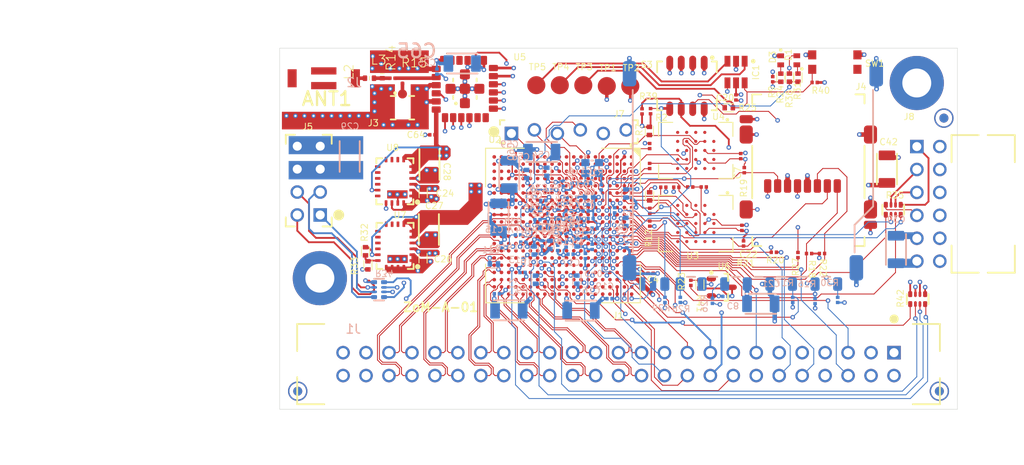
<source format=kicad_pcb>
(kicad_pcb (version 20221018) (generator pcbnew)
  (layers (0 "F.Cu" signal "L 01") (1 "In1.Cu" signal "L 02 Gnd") (2 "In2.Cu" signal "L 03 1.8V 3.3V") (3 "In3.Cu" signal "L 04 1.0V SIG") (4 "In4.Cu" signal "L 05 Gnd") (31 "B.Cu" signal "L 06") (34 "B.Paste" user "Bottom Paste") (35 "F.Paste" user "Top Paste") (36 "B.SilkS" user "Bottom Overlay") (37 "F.SilkS" user "Top Overlay") (38 "B.Mask" user "Bottom Solder") (39 "F.Mask" user "Top Solder") (44 "Edge.Cuts" user))
  (net 0 "")
  (net 1 "B35_L24_P")
  (net 2 "NetR14_1")
  (net 3 "NetL2_1")
  (net 4 "NetJ5_4")
  (net 5 "NetANT1_1")
  (net 6 "NetJ3_1")
  (net 7 "NU_DDR_74")
  (net 8 "NU_DDR_73")
  (net 9 "NU_DDR_72")
  (net 10 "NU_DDR_71")
  (net 11 "NU_DDR_70")
  (net 12 "NU_DDR_69")
  (net 13 "NU_DDR_68")
  (net 14 "NU_DDR_67")
  (net 15 "NU_DDR_66")
  (net 16 "NU_DDR_65")
  (net 17 "NU_DDR_64")
  (net 18 "NU_DDR_63")
  (net 19 "NU_DDR_62")
  (net 20 "NU_DDR_61")
  (net 21 "NU_DDR_60")
  (net 22 "NU_DDR_59")
  (net 23 "NU_DDR_58")
  (net 24 "NU_DDR_57")
  (net 25 "NU_DDR_56")
  (net 26 "NU_DDR_55")
  (net 27 "NU_DDR_54")
  (net 28 "NU_DDR_53")
  (net 29 "NU_DDR_52")
  (net 30 "NU_DDR_51")
  (net 31 "NU_DDR_50")
  (net 32 "NU_DDR_49")
  (net 33 "NU_DDR_48")
  (net 34 "NU_DDR_47")
  (net 35 "NU_DDR_46")
  (net 36 "NU_DDR_45")
  (net 37 "NU_DDR_44")
  (net 38 "NU_DDR_43")
  (net 39 "NU_DDR_42")
  (net 40 "NU_DDR_41")
  (net 41 "NU_DDR_40")
  (net 42 "NU_DDR_39")
  (net 43 "NU_DDR_38")
  (net 44 "NU_DDR_37")
  (net 45 "NU_DDR_36")
  (net 46 "NU_DDR_35")
  (net 47 "NU_DDR_34")
  (net 48 "NU_DDR_33")
  (net 49 "NU_DDR_32")
  (net 50 "NU_DDR_31")
  (net 51 "NU_DDR_30")
  (net 52 "NU_DDR_29")
  (net 53 "NU_DDR_28")
  (net 54 "NU_DDR_27")
  (net 55 "NU_DDR_26")
  (net 56 "NU_DDR_25")
  (net 57 "NU_DDR_24")
  (net 58 "NU_DDR_23")
  (net 59 "NU_DDR_22")
  (net 60 "NU_DDR_21")
  (net 61 "NU_DDR_20")
  (net 62 "NU_DDR_19")
  (net 63 "NU_DDR_18")
  (net 64 "NU_DDR_17")
  (net 65 "NU_DDR_16")
  (net 66 "NU_DDR_15")
  (net 67 "NU_DDR_14")
  (net 68 "NU_DDR_13")
  (net 69 "NU_DDR_12")
  (net 70 "NU_DDR_11")
  (net 71 "NU_DDR_10")
  (net 72 "NU_DDR_9")
  (net 73 "NU_DDR_8")
  (net 74 "NU_DDR_7")
  (net 75 "NU_DDR_6")
  (net 76 "NU_DDR_5")
  (net 77 "NU_DDR_4")
  (net 78 "NU_DDR_3")
  (net 79 "NU_DDR_2")
  (net 80 "NU_DDR_1")
  (net 81 "B34_L3_N")
  (net 82 "NU_B13_IO21")
  (net 83 "NU_B13_IO20")
  (net 84 "NU_B13_IO19")
  (net 85 "NU_B13_IO18")
  (net 86 "NU_B13_IO17")
  (net 87 "NU_B13_IO16")
  (net 88 "NU_B13_IO15")
  (net 89 "NU_B13_IO14")
  (net 90 "NU_B13_IO12")
  (net 91 "NU_B13_IO11")
  (net 92 "NU_B13_IO10")
  (net 93 "NU_B13_IO9")
  (net 94 "NU_B13_IO6")
  (net 95 "NU_B13_IO5")
  (net 96 "NU_B13_IO4")
  (net 97 "NU_B13_IO3")
  (net 98 "NU_B13_IO2")
  (net 99 "NU_B13_IO1")
  (net 100 "BTN")
  (net 101 "TMS")
  (net 102 "TDO")
  (net 103 "TDI")
  (net 104 "TCK")
  (net 105 "1.8V")
  (net 106 "1V")
  (net 107 "3.3V")
  (net 108 "GND")
  (net 109 "SPI_SCK_FB/VCFG1")
  (net 110 "SPI1_SCK")
  (net 111 "SPI1_DQ0")
  (net 112 "SPI1_DQ1")
  (net 113 "SPI1_DQ2")
  (net 114 "SPI1_DQ3")
  (net 115 "NetC1_1")
  (net 116 "NetR1_1")
  (net 117 "PS_POR_B")
  (net 118 "PROG_B")
  (net 119 "PS_CLK")
  (net 120 "SPI0_CS")
  (net 121 "SPI1_CS")
  (net 122 "SPI0_DQ2/M2")
  (net 123 "SPI0_DQ3/M3")
  (net 124 "SPI0_SCK/M4")
  (net 125 "SPI0_DQO/M0")
  (net 126 "BOOT_R")
  (net 127 "SPI1_SCKR")
  (net 128 "DONE")
  (net 129 "NetD3_A")
  (net 130 "INIT")
  (net 131 "MIO7")
  (net 132 "NetD1_K")
  (net 133 "NU_DDR_75")
  (net 134 "MIO14")
  (net 135 "MIO15")
  (net 136 "SPI0_SCK")
  (net 137 "MIO16")
  (net 138 "MIO17")
  (net 139 "MIO18")
  (net 140 "MIO19")
  (net 141 "MIO20")
  (net 142 "MIO21")
  (net 143 "MIO22")
  (net 144 "MIO23")
  (net 145 "MIO24")
  (net 146 "MIO25")
  (net 147 "MIO26")
  (net 148 "MIO27")
  (net 149 "MIO28")
  (net 150 "MIO29")
  (net 151 "MIO30")
  (net 152 "MIO31")
  (net 153 "MIO32")
  (net 154 "MIO33")
  (net 155 "MIO34")
  (net 156 "MIO35")
  (net 157 "MIO36")
  (net 158 "MIO37")
  (net 159 "MIO38")
  (net 160 "MIO39")
  (net 161 "MIO40")
  (net 162 "MIO41")
  (net 163 "MIO42")
  (net 164 "MIO43")
  (net 165 "MIO44")
  (net 166 "MIO45")
  (net 167 "MIO46")
  (net 168 "MIO47")
  (net 169 "MIO48")
  (net 170 "MIO49")
  (net 171 "MIO50")
  (net 172 "MIO51")
  (net 173 "MIO52")
  (net 174 "MIO53")
  (net 175 "B34_L1_N")
  (net 176 "B34_L1_P")
  (net 177 "B34_L2_N")
  (net 178 "B34_L2_P")
  (net 179 "B34_L4_N")
  (net 180 "B34_L4_P")
  (net 181 "B34_L5_N")
  (net 182 "B34_L5_P")
  (net 183 "B34_L6_N")
  (net 184 "B34_L6_P")
  (net 185 "B34_L7_N")
  (net 186 "B34_L7_P")
  (net 187 "B34_L8_N")
  (net 188 "B34_L8_P")
  (net 189 "B34_L9_N")
  (net 190 "B34_L9_P")
  (net 191 "B34_L10_N")
  (net 192 "B34_L10_P")
  (net 193 "B34_L11_N")
  (net 194 "B34_L11_P")
  (net 195 "B34_L12_N")
  (net 196 "B34_L12_P")
  (net 197 "B34_L13_N")
  (net 198 "B34_L13_P")
  (net 199 "B34_L14_N")
  (net 200 "B34_L14_P")
  (net 201 "B34_L15_N")
  (net 202 "B34_L15_P")
  (net 203 "B34_L16_N")
  (net 204 "B34_L16_P")
  (net 205 "B34_L17_N")
  (net 206 "B34_L17_P")
  (net 207 "B34_L18_N")
  (net 208 "B34_L18_P")
  (net 209 "B34_L19_N")
  (net 210 "B34_L19_P")
  (net 211 "B34_L20_N")
  (net 212 "B34_L20_P")
  (net 213 "B34_L21_N")
  (net 214 "B34_L21_P")
  (net 215 "B34_L22_N")
  (net 216 "B34_L22_P")
  (net 217 "B34_L23_N")
  (net 218 "B34_L23_P")
  (net 219 "B34_L24_N")
  (net 220 "B34_L24_P")
  (net 221 "B35_IO0")
  (net 222 "B35_IO25")
  (net 223 "B35_L1_N")
  (net 224 "B35_L2_N")
  (net 225 "B35_L2_P")
  (net 226 "B35_L3_N")
  (net 227 "B35_L3_P")
  (net 228 "B35_L5_N")
  (net 229 "B35_L5_P")
  (net 230 "B35_L6_N")
  (net 231 "B35_L6_P")
  (net 232 "B35_L7_N")
  (net 233 "B35_L7_P")
  (net 234 "B35_L8_N")
  (net 235 "B35_L8_P")
  (net 236 "B35_L9_N")
  (net 237 "B35_L9_P")
  (net 238 "B35_L10_N")
  (net 239 "B35_L10_P")
  (net 240 "B35_L11_N")
  (net 241 "B35_L11_P")
  (net 242 "B35_L12_N")
  (net 243 "B35_L12_P")
  (net 244 "B35_L13_N")
  (net 245 "B35_L13_P")
  (net 246 "B35_L14_N")
  (net 247 "B35_L14_P")
  (net 248 "B35_L15_N")
  (net 249 "B35_L15_P")
  (net 250 "B35_L16_N")
  (net 251 "B35_L16_P")
  (net 252 "B35_L17_N")
  (net 253 "B35_L17_P")
  (net 254 "B35_L18_N")
  (net 255 "B35_L19_N")
  (net 256 "B35_L19_P")
  (net 257 "B35_L20_N")
  (net 258 "B35_L20_P")
  (net 259 "B35_L21_N")
  (net 260 "B35_L21_P")
  (net 261 "B35_L22_N")
  (net 262 "B35_L22_P")
  (net 263 "B35_L23_N")
  (net 264 "B35_L23_P")
  (net 265 "B35_L24_N")
  (net 266 "B35_L18_P")
  (net 267 "B34_L0")
  (net 268 "B34_L25")
  (net 269 "NU_B13_IO23")
  (net 270 "NU_B13_IO22")
  (net 271 "NetC62_1")
  (net 272 "MEM_PROTECT")
  (net 273 "NetJ5_1")
  (net 274 "NetJ5_2")
  (net 275 "NetJ5_3")
  (net 276 "NetJ2_5")
  (net 277 "NetJ4_5")
  (net 278 "SPI0_DQ1/M1")
  (net 279 "NetR32_2")
  (net 280 "NU_B13_VCC1")
  (net 281 "NU_B13_VCC2")
  (net 282 "NU_B13_VCC3")
  (net 283 "NU_B13_VCC4")
  (net 284 "B35_L4_P")
  (net 285 "NetJ8_3")
  (net 286 "NetJ8_4")
  (net 287 "JTAG_R")
  (net 288 "NetJ8_1")
  (net 289 "NetJ8_2")
  (net 290 "NetIC1_1")
  (net 291 "NetIC1_3")
  (net 292 "NetJ8_7")
  (net 293 "NetJ8_8")
  (net 294 "NetJ8_9")
  (net 295 "NetJ8_10")
  (footprint "B:_AD_adlib_lib_pcb_TE-IPC7351_RESC0603X26N.PcbLib_RESC0603X26N" (layer "F.Cu") (at 165.68317 107.61337 180)
    (fp_text reference "R20")
    (fp_text value "10K" hide)
  )
  (footprint "B:_AD_adlib_lib_pcb_TE-IPC7351_RESC0603X26N.PcbLib_RESC0603X26N" (layer "F.Cu") (at 168.35344 107.92047 90)
    (fp_text reference "R27")
    (fp_text value "33R" hide)
  )
  (footprint "B:_AD_adlib_lib_pcb_TE_STIFTLEISTE2_54 OG 1R-6V.PcbLib_STIFTLEISTE2_54 OG 1R-6V" (layer "F.Cu") (at 143.00092 94.25341)
    (fp_text reference "J7")
    (fp_text value "Stiftleiste versetzt 1-reihig, 6pol." hide)
  )
  (footprint "TE.DbLib/R_1005_0402:RESC1005X40N" (layer "F.Cu") (at 168.35931 88.26983 -90)
    (fp_text reference "R31")
    (fp_text value "470R" hide)
  )
  (footprint "B:_AD_adlib_lib_pcb_TE-IPC7351_RESC0603X26N.PcbLib_RESC0603X26N" (layer "F.Cu") (at 162.33275 106.64058 -90)
    (fp_text reference "R21")
    (fp_text value "10K" hide)
  )
  (footprint "B:_tfx_altium_lib_common_PCB_TP_TP-SMD-2mm.PcbLib_TP-SMD-2mm" (layer "F.Cu") (at 147.20092 89.20341)
    (fp_text reference "TP1")
    (fp_text value "TP" hide)
  )
  (footprint "B:_AD_adlib_lib_pcb_TE-IPC7351_RESC0603X26N.PcbLib_RESC0603X26N" (layer "F.Cu") (at 151.95481 104.43885 90)
    (fp_text reference "R12")
    (fp_text value "10K" hide)
  )
  (footprint "B:_AD_adlib_lib_pcb_TE-IPC7351_RESC1005X40N.PcbLib_RESC1005X40N" (layer "F.Cu") (at 160.70092 91.60341 180)
    (fp_text reference "R25")
    (fp_text value "470R" hide)
  )
  (footprint "TE.DbLib/R_0603_0201:RESC0603X26N" (layer "F.Cu") (at 165.56169 88.44371 -90)
    (fp_text reference "R9")
    (fp_text value "10K" hide)
  )
  (footprint "ZoM-Model-A.PcbLib:RESC0603X26N" (layer "F.Cu") (at 124.59091 88.61841 90)
    (fp_text reference "R15")
    (fp_text value "0" hide)
  )
  (footprint "TE.DbLib/R_1005_0402:RESC1005X40N" (layer "F.Cu") (at 167.40621 88.26983 -90)
    (fp_text reference "R36")
    (fp_text value "680R" hide)
  )
  (footprint "B:_AD_adlib_lib_pcb_TE-IPC7351_RESC0603X26N.PcbLib_RESC0603X26N" (layer "F.Cu") (at 153.4553 100.41146 180)
    (fp_text reference "R13" hide)
    (fp_text value "10K" hide)
  )
  (footprint "B:_AD_adlib_lib_pcb_TE-IPC7351_SOT95P237X112-3N.PcbLib_SOT95P237X112-3N" (layer "F.Cu") (at 159.91693 111.49083)
    (fp_text reference "U6")
    (fp_text value "ATSHA204A-STUCZ-T" hide)
  )
  (footprint "B:_AD_adlib_lib_pcb_TE-IPC7351_CAPC3216X180N.PcbLib_CAPC3216X180N" (layer "F.Cu") (at 178.20092 98.40341 90)
    (fp_text reference "C42")
    (fp_text value "47µF" hide)
  )
  (footprint "B:_AD_adlib_lib_pcb_TE-IPC7351_LEDC1006X25N_GREEN.PcbLib_LEDC1006X25N_GREEN" (layer "F.Cu") (at 166.44516 86.35207 90)
    (fp_text reference "D3")
    (fp_text value "LED Green SML-P11MTT86" hide)
  )
  (footprint "B:_AD_adlib_lib_pcb_TE_U.FL-R-SMT-1.PcbLib_U.FL-R-SMT-1" (layer "F.Cu") (at 124.59091 91.60341)
    (fp_text reference "J3")
    (fp_text value "U.FL-R-SMT-1" hide)
  )
  (footprint "B:_AD_adlib_lib_pcb_TE_EN5311QI.PcbLib_EN5311QI" (layer "F.Cu") (at 123.77108 106.9097 180)
    (fp_text reference "U7")
    (fp_text value "EN5311QI" hide)
  )
  (footprint "B:_AD_adlib_lib_pcb_TE_SCHD3A0100.PcbLib_SCHD3A0100" (layer "F.Cu") (at 169.50396 98.52223)
    (fp_text reference "J4")
    (fp_text value "SCHD3A0100" hide)
  )
  (footprint "ZoM-Model-A.PcbLib:RESC0603X26N" (layer "F.Cu") (at 123.48565 88.33363 180)
    (fp_text reference "R14")
    (fp_text value "0" hide)
  )
  (footprint "TiWi-uB2.PcbLib:RESC1005X40R" (layer "F.Cu") (at 120.94091 88.33341 180)
    (fp_text reference "L2")
    (fp_text value "IND-Ferrite" hide)
  )
  (footprint "TE.DbLib/R_1005_0402:RESC1005X40N" (layer "F.Cu") (at 151.93931 101.41852 -90)
    (fp_text reference "R3" hide)
    (fp_text value "470R" hide)
  )
  (footprint "B:_AD_adlib_lib_pcb_TE-IPC7351_RESC0603X26N.PcbLib_RESC0603X26N" (layer "F.Cu") (at 151.95634 103.02403 -90)
    (fp_text reference "R6" hide)
    (fp_text value "10K" hide)
  )
  (footprint "B:_AD_adlib_lib_pcb_TE-IPC7351_RESC1005X40N.PcbLib_RESC1005X40N" (layer "F.Cu") (at 120.76673 109.06032 -90)
    (fp_text reference "R33")
    (fp_text value "301K" hide)
  )
  (footprint "B:_tfx_altium_lib_common_PCB_TP_TP-SMD-2mm.PcbLib_TP-SMD-2mm" (layer "F.Cu") (at 144.60092 89.10341)
    (fp_text reference "TP3")
    (fp_text value "TP" hide)
  )
  (footprint "TE.DbLib/R_1005_0402:RESC1005X40N" (layer "F.Cu") (at 166.45761 88.27759 -90)
    (fp_text reference "R24")
    (fp_text value "470R" hide)
  )
  (footprint "B:_tfx_altium_lib_common_PCB_TP_TP-SMD-2mm.PcbLib_TP-SMD-2mm" (layer "F.Cu") (at 139.40092 89.10341)
    (fp_text reference "TP5")
    (fp_text value "TP" hide)
  )
  (footprint "B:_AD_adlib_lib_pcb_TE-IPC7351_CAPC0603X33N.PcbLib_CAPC0603X33N" (layer "F.Cu") (at 152.04832 109.95413)
    (fp_text reference "C4")
    (fp_text value "470nF" hide)
  )
  (footprint "B:_AD_adlib_lib_pcb_TE-IPC7351_CAPC1005X60N.PcbLib_CAPC1005X60N" (layer "F.Cu") (at 126.86855 108.27928 90)
    (fp_text reference "C26")
    (fp_text value "4.7µF" hide)
  )
  (footprint "B:_AD_adlib_lib_pcb_TE-IPC7351_BGA24C100P5X5_800X600X120N.PcbLib_BGA24C100P5X5_800X600X120N" (layer "F.Cu") (at 157.05321 104.42597 -90)
    (fp_text reference "U3")
    (fp_text value "W25Q256FVBIG" hide)
  )
  (footprint "B:_AD_adlib_lib_pcb_TE-IPC7351_RESC1005X40N.PcbLib_RESC1005X40N" (layer "F.Cu") (at 120.50092 107.50341 -90)
    (fp_text reference "R32")
    (fp_text value "200K" hide)
  )
  (footprint "TiWi-uB2.PcbLib:Antena 2450AT43B100" (layer "F.Cu") (at 115.8825 88.33952)
    (fp_text reference "ANT1")
    (fp_text value "Antena 2450AT43B100" hide)
  )
  (footprint "B:_AD_adlib_lib_pcb_TE_EN5311QI.PcbLib_EN5311QI" (layer "F.Cu") (at 123.75091 99.75341 180)
    (fp_text reference "U8")
    (fp_text value "EN5311QI" hide)
  )
  (footprint "B:_AD_adlib_lib_pcb_TE-IPC7351_RESCAX50P100X200X55-8N.PcbLib_RESCAX50P100X200X55-8N" (layer "F.Cu") (at 181.60092 112.80341 90)
    (fp_text reference "R42")
    (fp_text value "33R" hide)
  )
  (footprint "B:_AD_adlib_lib_pcb_TE-IPC7351_CAPC1005X60N.PcbLib_CAPC1005X60N" (layer "F.Cu") (at 126.88555 101.03903 90)
    (fp_text reference "C24")
    (fp_text value "4.7µF" hide)
  )
  (footprint "B:_AD_adlib_lib_pcb_TE-IPC7351_RESC0603X26N.PcbLib_RESC0603X26N" (layer "F.Cu") (at 162.41399 98.51961 -90)
    (fp_text reference "R19")
    (fp_text value "10K" hide)
  )
  (footprint "B:_AD_adlib_lib_pcb_TE-IPC7351_RESC0603X26N.PcbLib_RESC0603X26N" (layer "F.Cu") (at 151.10092 92.00341 90)
    (fp_text reference "R39")
    (fp_text value "10K" hide)
  )
  (footprint "TiWi-uB2.PcbLib:TiWi-uB2" (layer "F.Cu") (at 131.50091 89.50341 90)
    (fp_text reference "U5")
    (fp_text value "TiWi-uB2" hide)
  )
  (footprint "TE.DbLib:MHole3_2mm" (layer "F.Cu") (at 115.45118 110.48341)
    (fp_text reference "H4" hide)
    (fp_text value "Mount.Hole 3.2mm" hide)
  )
  (footprint "TiWi-uB2.PcbLib:RESC1005X40R" (layer "F.Cu") (at 122.36091 87.83341 90)
    (fp_text reference "L3")
    (fp_text value "IND-Ferrite" hide)
  )
  (footprint "B:_AD_adlib_lib_pcb_TE-IPC7351_CAPC0603X33N.PcbLib_CAPC0603X33N" (layer "F.Cu") (at 162.02023 96.96316 90)
    (fp_text reference "C7")
    (fp_text value "470nF" hide)
  )
  (footprint "B:_AD_adlib_lib_pcb_TE-IPC7351_RESCAX50P100X200X55-8N.PcbLib_RESCAX50P100X200X55-8N" (layer "F.Cu") (at 178.90092 102.90341 -90)
    (fp_text reference "R35")
    (fp_text value "33R" hide)
  )
  (footprint "B:_AD_adlib_lib_pcb_TE-IPC7351_CAPC3216X180N.PcbLib_CAPC3216X180N" (layer "F.Cu") (at 127.51404 105.09326 -90)
    (fp_text reference "C27")
    (fp_text value "47µF" hide)
  )
  (footprint "B:_tfx_altium_lib_common_pcb_IC_IPC_SOT23-6.PcbLib_SOT23-6" (layer "F.Cu") (at 161.50344 87.64927 -90)
    (fp_text reference "IC1")
    (fp_text value "Atmel AVR ATtiny10" hide)
  )
  (footprint "B:_tfx_altium_lib_common_PCB_TP_TP-SMD-2mm.PcbLib_TP-SMD-2mm" (layer "F.Cu") (at 142.00092 89.10341)
    (fp_text reference "TP4")
    (fp_text value "TP" hide)
  )
  (footprint "B:_AD_adlib_lib_pcb_TE-IPC7351_RESC0603X26N.PcbLib_RESC0603X26N" (layer "F.Cu") (at 156.50092 111.00341 -90)
    (fp_text reference "R23")
    (fp_text value "4K7" hide)
  )
  (footprint "ZoM-Model-A.PcbLib:CAPC0603X33N" (layer "F.Cu") (at 127.90092 94.60341 180)
    (fp_text reference "C64")
    (fp_text value "470nF" hide)
  )
  (footprint "B:_AD_adlib_lib_pcb_TE-IPC7351_BGA24C100P5X5_800X600X120N.PcbLib_BGA24C100P5X5_800X600X120N" (layer "F.Cu") (at 157.04321 96.33464 -90)
    (fp_text reference "U4")
    (fp_text value "W25Q256FVBIG" hide)
  )
  (footprint "B:_AD_adlib_lib_pcb_TE-IPC7351_RESC0603X26N.PcbLib_RESC0603X26N" (layer "F.Cu") (at 154.89425 100.41146 180)
    (fp_text reference "R5" hide)
    (fp_text value "10K" hide)
  )
  (footprint "TE.DbLib/R_1005_0402:RESC1005X40N" (layer "F.Cu") (at 151.91438 94.17234 90)
    (fp_text reference "R7")
    (fp_text value "470R" hide)
  )
  (footprint "B:_AD_adlib_lib_pcb_TE-IPC7351_LEDC1006X25N_RED.PcbLib_LEDC1006X25N_RED" (layer "F.Cu") (at 168.2272 86.34452 -90)
    (fp_text reference "D1")
    (fp_text value "LED Red SML-P11UTT86" hide)
  )
  (footprint "B:_AD_adlib_lib_pcb_TE-IPC7351_CHS-04TA.PcbLib_CHS-04TA" (layer "F.Cu") (at 156.07191 89.17902 -90)
    (fp_text reference "S3")
    (fp_text value "CHS-04TA" hide)
  )
  (footprint "dbww.dblib:MHole3_2mm" (layer "F.Cu") (at 181.50118 88.86341)
    (fp_text reference "H1" hide)
    (fp_text value "Mount.Hole 3.2mm" hide)
  )
  (footprint "B:_AD_adlib_lib_pcb_TE-IPC7351_RESC1005X40N.PcbLib_RESC1005X40N" (layer "F.Cu") (at 157.50092 111.17067 -90)
    (fp_text reference "R41")
    (fp_text value "0R" hide)
  )
  (footprint "B:_AD_adlib_lib_pcb_TE-IPC7351_RESC0603X26N.PcbLib_RESC0603X26N" (layer "F.Cu") (at 170.20092 88.80341)
    (fp_text reference "R40")
    (fp_text value "10K" hide)
  )
  (footprint "TE.DbLib/R_0603_0201:RESC0603X26N" (layer "F.Cu") (at 151.94277 98.05362 90)
    (fp_text reference "R8" hide)
    (fp_text value "33R" hide)
  )
  (footprint "B:_AD_adlib_lib_pcb_TE-IPC7351_CAPC3216X180N.PcbLib_CAPC3216X180N" (layer "F.Cu") (at 127.57916 97.88909 -90)
    (fp_text reference "C28")
    (fp_text value "47µF" hide)
  )
  (footprint "dbww.dblib:FIDU-DOT - small" (layer "F.Cu") (at 184.50092 92.75341 90)
    (fp_text reference "PM4" hide)
    (fp_text value "FIDU-DOT - small" hide)
  )
  (footprint "TE.DbLib/R_0603_0201:RESC0603X26N" (layer "F.Cu") (at 156.43154 100.38632)
    (fp_text reference "R4" hide)
    (fp_text value "33R" hide)
  )
  (footprint "TE.DbLib/R_0603_0201:RESC0603X26N" (layer "F.Cu") (at 151.94298 95.84801 -90)
    (fp_text reference "R10" hide)
    (fp_text value "10K" hide)
  )
  (footprint "B:_tfx_altium_lib_common_pcb_BUT-SW_KMS221G_LFS.PcbLib_KMS221G_LFS" (layer "F.Cu") (at 172.43257 86.54633 180)
    (fp_text reference "SW1")
    (fp_text value "4pin button" hide)
  )
  (footprint "B:_AD_adlib_lib_pcb_TE-IPC7351_RESC0603X26N.PcbLib_RESC0603X26N" (layer "F.Cu") (at 157.92927 100.38008 180)
    (fp_text reference "R11" hide)
    (fp_text value "10K" hide)
  )
  (footprint "TE.DbLib:STIFTLEISTE2_54 OG 2R-8" (layer "F.Cu") (at 114.22088 99.67342 90)
    (fp_text reference "J5")
    (fp_text value "STIFTLEISTE2.54 OG 2R-8" hide)
  )
  (footprint "B:_AD_adlib_lib_pcb_TE_WANNE2,54-50 GERADE.PcbLib_WANNE2,54-50 GERADE" (layer "F.Cu") (at 148.50118 120.00341 180)
    (fp_text reference "J1")
    (fp_text value "WANNE2,54-50 GERADE" hide)
  )
  (footprint "B:_AD_adlib_lib_pcb_TE-IPC7351_RESC0603X26N.PcbLib_RESC0603X26N" (layer "F.Cu") (at 171.01216 107.74921)
    (fp_text reference "R22")
    (fp_text value "10K" hide)
  )
  (footprint "B:_tfx_altium_lib_common_PCB_TP_TP-SMD-2mm.PcbLib_TP-SMD-2mm" (layer "F.Cu") (at 149.80092 89.20341)
    (fp_text reference "TP2")
    (fp_text value "TP" hide)
  )
  (footprint "B:_AD_adlib_lib_pcb_TE-IPC7351_RESC0603X26N.PcbLib_RESC0603X26N" (layer "F.Cu") (at 169.58218 107.75557 180)
    (fp_text reference "R18")
    (fp_text value "10K" hide)
  )
  (footprint "B:_AD_adlib_lib_pcb_TE-IPC7351_BGA400C80P20X20_1700X1700X160N.PcbLib_BGA400C80P20X20_1700X1700X160N" (layer "F.Cu") (at 142.34816 104.64818 -90)
    (fp_text reference "U2")
    (fp_text value "XA7Z020-1CLG400I" hide)
  )
  (footprint "B:_AD_adlib_lib_pcb_TE-IPC7351_CAPC0603X33N.PcbLib_CAPC0603X33N" (layer "F.Cu") (at 161.49064 90.4605 -90)
    (fp_text reference "C20")
    (fp_text value "470nF" hide)
  )
  (footprint "TE.DbLib/R_0603_0201:RESC0603X26N" (layer "F.Cu") (at 152.04276 91.98346 -90)
    (fp_text reference "R2")
    (fp_text value "10K" hide)
  )
  (footprint "B:_AD_adlib_lib_pcb_TE-IPC7351_CAPC0603X33N.PcbLib_CAPC0603X33N" (layer "F.Cu") (at 162.14828 104.90866 -90)
    (fp_text reference "C22")
    (fp_text value "470nF" hide)
  )
  (footprint "dbww.dblib:FIDU-DOT - small" (layer "F.Cu") (at 184.00092 123.00341 -90)
    (fp_text reference "PM6" hide)
    (fp_text value "FIDU-DOT - small" hide)
  )
  (footprint "dbww.dblib:FIDU-DOT - small" (layer "F.Cu") (at 113.00092 123.00341 90)
    (fp_text reference "PM2" hide)
    (fp_text value "FIDU-DOT - small" hide)
  )
  (footprint "B:_AD_adlib_lib_pcb_TE_PMod2x6.PcbLib_PMod2x6" (layer "F.Cu") (at 182.78092 102.25341 -90)
    (fp_text reference "J8")
    (fp_text value "PMod 2x6 Socket 90°" hide)
  )
  (footprint "dbww.dblib/Capacitor_0603_0201_:CAPC0603X33N" (layer "B.Cu") (at 140.17815 101.89202)
    (fp_text reference "C36")
    (fp_text value "470nF" hide)
  )
  (footprint "B:_AD_adlib_lib_pcb_TE-IPC7351_CAPC0603X33N.PcbLib_CAPC0603X33N" (layer "B.Cu") (at 143.56357 104.76317 180)
    (fp_text reference "C39")
    (fp_text value "470nF" hide)
  )
  (footprint "dbww.dblib/Capacitor_0603_0201_:CAPC0603X33N" (layer "B.Cu") (at 145.12248 99.98151)
    (fp_text reference "C1")
    (fp_text value "470nF" hide)
  )
  (footprint "dbww.dblib/Capacitor_0603_0201_:CAPC0603X33N" (layer "B.Cu") (at 142.70352 106.7733 -90)
    (fp_text reference "C41")
    (fp_text value "470nF" hide)
  )
  (footprint "B:_AD_adlib_lib_pcb_TE_104C-TAA0-R.PcbLib_104C-TAA0-R" (layer "B.Cu") (at 163.37178 97.83565)
    (fp_text reference "J2" hide)
    (fp_text value "MMC SD Socket" hide)
  )
  (footprint "B:_AD_adlib_lib_pcb_TE-IPC7351_CAPC0603X33N.PcbLib_CAPC0603X33N" (layer "B.Cu") (at 145.85723 104.94757 180)
    (fp_text reference "C32")
    (fp_text value "470nF" hide)
  )
  (footprint "B:_AD_adlib_lib_pcb_TE-IPC7351_CAPC0603X33N.PcbLib_CAPC0603X33N" (layer "B.Cu") (at 137.97345 108.64479 -90)
    (fp_text reference "C14")
    (fp_text value "470nF" hide)
  )
  (footprint "TE.DbLib/L_0603_0201:INDC0603X33N" (layer "B.Cu") (at 143.65932 99.98151)
    (fp_text reference "L1")
    (fp_text value "BKP0603HS121-T" hide)
  )
  (footprint "B:_AD_adlib_lib_pcb_TE-IPC7351_CAPC1005X60N.PcbLib_CAPC1005X60N" (layer "B.Cu") (at 145.24129 101.47275)
    (fp_text reference "C63")
    (fp_text value "4.7µF" hide)
  )
  (footprint "D:_svn_cad_altium_pcb_contract_tt_tt-svn_ADLIB_dbww_.._lib_pcb_TE-IPC7351_CAPC1005X60N.PcbLib_CAPC1005X60N" (layer "B.Cu") (at 140.25123 104.86988)
    (fp_text reference "C52")
    (fp_text value "4.7µF" hide)
  )
  (footprint "B:_AD_adlib_lib_pcb_TE-IPC7351_CAPC0603X33N.PcbLib_CAPC0603X33N" (layer "B.Cu") (at 143.19174 107.82889 180)
    (fp_text reference "C18")
    (fp_text value "470nF" hide)
  )
  (footprint "TE.DbLib/CLK:2016" (layer "B.Cu") (at 145.58219 98.28354 90)
    (fp_text reference "U1")
    (fp_text value "SiT8008AI-73-XXS-33.333333E" hide)
  )
  (footprint "dbww.dblib/Capacitor_0603_0201_:CAPC0603X33N" (layer "B.Cu") (at 140.05299 106.6183 -90)
    (fp_text reference "C35")
    (fp_text value "470nF" hide)
  )
  (footprint "TE.DbLib/C_3216_1206:CAPC3216X180N" (layer "B.Cu") (at 135.22812 103.73224 -90)
    (fp_text reference "C61")
    (fp_text value "100µF" hide)
  )
  (footprint "B:_AD_adlib_lib_pcb_TE-IPC7351_RESCAX50P100X200X55-8N.PcbLib_RESCAX50P100X200X55-8N" (layer "B.Cu") (at 122.00092 111.75341)
    (fp_text reference "R34")
    (fp_text value "33R" hide)
  )
  (footprint "B:_AD_adlib_lib_pcb_TE-IPC7351_RESC0603X26N.PcbLib_RESC0603X26N" (layer "B.Cu") (at 172.75029 112.88941 90)
    (fp_text reference "R30")
    (fp_text value "10K" hide)
  )
  (footprint "D:_svn_cad_altium_pcb_contract_tt_tt-svn_ADLIB_dbww_.._lib_pcb_TE-IPC7351_CAPC1005X60N.PcbLib_CAPC1005X60N" (layer "B.Cu") (at 140.56739 98.69885 -90)
    (fp_text reference "C54")
    (fp_text value "4.7µF" hide)
  )
  (footprint "dbww.dblib/Capacitor_0603_0201_:CAPC0603X33N" (layer "B.Cu") (at 137.96324 106.49505 180)
    (fp_text reference "C47")
    (fp_text value "470nF" hide)
  )
  (footprint "B:_AD_adlib_lib_pcb_TE-IPC7351_RESC0603X26N.PcbLib_RESC0603X26N" (layer "B.Cu") (at 153.63618 112.88941 90)
    (fp_text reference "R29")
    (fp_text value "10K" hide)
  )
  (footprint "B:_AD_adlib_lib_pcb_TE-IPC7351_RESC0603X26N.PcbLib_RESC0603X26N" (layer "B.Cu") (at 170.24806 113.01523 90)
    (fp_text reference "R16")
    (fp_text value "10K" hide)
  )
  (footprint "TE.DbLib/R_0603_0201:RESC0603X26N" (layer "B.Cu") (at 146.58413 100.4204 -90)
    (fp_text reference "R1")
    (fp_text value "33R" hide)
  )
  (footprint "D:_svn_cad_altium_pcb_contract_tt_tt-svn_ADLIB_dbww_.._lib_pcb_TE-IPC7351_CAPC1005X60N.PcbLib_CAPC1005X60N" (layer "B.Cu") (at 143.59009 103.90567 180)
    (fp_text reference "C49")
    (fp_text value "4.7µF" hide)
  )
  (footprint "TE.DbLib/C_1005_0402:CAPC1005X60N" (layer "B.Cu") (at 141.6733 104.31131 -90)
    (fp_text reference "C58")
    (fp_text value "4.7µF" hide)
  )
  (footprint "dbww.dblib/Capacitor_0603_0201_:CAPC0603X33N" (layer "B.Cu") (at 145.4099 103.87704)
    (fp_text reference "C37")
    (fp_text value "470nF" hide)
  )
  (footprint "B:_AD_adlib_lib_pcb_TE-IPC7351_CAPC0603X33N.PcbLib_CAPC0603X33N" (layer "B.Cu") (at 140.69172 103.02982 -90)
    (fp_text reference "C38")
    (fp_text value "470nF" hide)
  )
  (footprint "B:_AD_adlib_lib_pcb_TE-IPC7351_CAPC3216X180N.PcbLib_CAPC3216X180N" (layer "B.Cu") (at 164.24313 113.32107)
    (fp_text reference "C21")
    (fp_text value "47µF" hide)
  )
  (footprint "dbww.dblib/Capacitor_0603_0201_:CAPC0603X33N" (layer "B.Cu") (at 142.99247 103.02232 180)
    (fp_text reference "C44")
    (fp_text value "470nF" hide)
  )
  (footprint "D:_svn_cad_altium_pcb_contract_tt_tt-svn_ADLIB_dbww_.._lib_pcb_TE-IPC7351_CAPC1005X60N.PcbLib_CAPC1005X60N" (layer "B.Cu") (at 139.16662 107.41532 -90)
    (fp_text reference "C51")
    (fp_text value "4.7µF" hide)
  )
  (footprint "B:_AD_adlib_lib_pcb_TE-IPC7351_RESC0603X26N.PcbLib_RESC0603X26N" (layer "B.Cu") (at 158.89303 112.98755 90)
    (fp_text reference "R26")
    (fp_text value "33R" hide)
  )
  (footprint "B:_AD_adlib_lib_pcb_TE-IPC7351_CAPC0603X33N.PcbLib_CAPC0603X33N" (layer "B.Cu") (at 135.04458 112.20946)
    (fp_text reference "C12")
    (fp_text value "470nF" hide)
  )
  (footprint "TE.DbLib/C_1005_0402:CAPC1005X60N" (layer "B.Cu") (at 143.90335 106.52529 90)
    (fp_text reference "C57")
    (fp_text value "4.7µF" hide)
  )
  (footprint "B:_AD_adlib_lib_pcb_TE-IPC7351_CAPC1005X60N.PcbLib_CAPC1005X60N" (layer "B.Cu") (at 149.30855 101.10139 -90)
    (fp_text reference "C5")
    (fp_text value "4.7µF" hide)
  )
  (footprint "TE.DbLib/C_3216_1206:CAPC3216X180N" (layer "B.Cu") (at 136.41087 98.98591 90)
    (fp_text reference "C59")
    (fp_text value "100µF" hide)
  )
  (footprint "B:_AD_adlib_lib_pcb_TE-IPC7351_CAPC0603X33N.PcbLib_CAPC0603X33N" (layer "B.Cu") (at 135.49277 106.84161 90)
    (fp_text reference "C15")
    (fp_text value "470nF" hide)
  )
  (footprint "TE.DbLib/C_3216_1206:CAPC3216X180N" (layer "B.Cu") (at 140.00092 96.50341 180)
    (fp_text reference "C60")
    (fp_text value "100µF" hide)
  )
  (footprint "B:_AD_adlib_lib_pcb_TE-IPC7351_CAPC0603X33N.PcbLib_CAPC0603X33N" (layer "B.Cu") (at 145.49957 102.33154)
    (fp_text reference "C62")
    (fp_text value "470nF" hide)
  )
  (footprint "B:_AD_adlib_lib_pcb_TE-IPC7351_CAPC0603X33N.PcbLib_CAPC0603X33N" (layer "B.Cu") (at 148.06999 102.96216 -90)
    (fp_text reference "C6")
    (fp_text value "470nF" hide)
  )
  (footprint "dbww.dblib/Capacitor_0603_0201_:CAPC0603X33N" (layer "B.Cu") (at 141.76845 107.12968 -90)
    (fp_text reference "C43")
    (fp_text value "470nF" hide)
  )
  (footprint "B:_AD_adlib_lib_pcb_TE-IPC7351_CAPC0603X33N.PcbLib_CAPC0603X33N" (layer "B.Cu") (at 144.83446 108.03128 -90)
    (fp_text reference "C40")
    (fp_text value "470nF" hide)
  )
  (footprint "dbww.dblib/Capacitor_0603_0201_:CAPC0603X33N" (layer "B.Cu") (at 142.3661 105.53214)
    (fp_text reference "C23")
    (fp_text value "470nF" hide)
  )
  (footprint "B:_AD_adlib_lib_pcb_TE-IPC7351_CAPC1005X60N.PcbLib_CAPC1005X60N" (layer "B.Cu") (at 149.31685 104.25036 -90)
    (fp_text reference "C2")
    (fp_text value "4.7µF" hide)
  )
  (footprint "D:_svn_cad_altium_pcb_contract_tt_tt-svn_ADLIB_dbww_.._lib_pcb_TE-IPC7351_CAPC1005X60N.PcbLib_CAPC1005X60N" (layer "B.Cu") (at 138.33244 98.94396 90)
    (fp_text reference "C56")
    (fp_text value "4.7µF" hide)
  )
  (footprint "dbww.dblib:FIDU-DOT - small" (layer "B.Cu") (at 184.00092 123.00341 -90)
    (fp_text reference "PM1" hide)
    (fp_text value "FIDU-DOT - small" hide)
  )
  (footprint "B:_AD_adlib_lib_pcb_TE-IPC7351_CAPC0603X33N.PcbLib_CAPC0603X33N" (layer "B.Cu") (at 149.39399 106.83115 -90)
    (fp_text reference "C3")
    (fp_text value "470nF" hide)
  )
  (footprint "B:_AD_adlib_lib_pcb_TE-IPC7351_CAPC3216X180N.PcbLib_CAPC3216X180N" (layer "B.Cu") (at 136.36469 114.04166)
    (fp_text reference "C9")
    (fp_text value "47µF" hide)
  )
  (footprint "dbww.dblib/Capacitor_0603_0201_:CAPC0603X33N" (layer "B.Cu") (at 144.88404 105.72044 -90)
    (fp_text reference "C48")
    (fp_text value "470nF" hide)
  )
  (footprint "B:_AD_adlib_lib_pcb_TE-IPC7351_CAPC0603X33N.PcbLib_CAPC0603X33N" (layer "B.Cu") (at 142.38966 100.01875 -90)
    (fp_text reference "C31")
    (fp_text value "470nF" hide)
  )
  (footprint "B:_AD_adlib_lib_pcb_TE-IPC7351_INDC0603X33N.PcbLib_INDC0603X33N" (layer "B.Cu") (at 143.93049 101.76332 -90)
    (fp_text reference "L4")
    (fp_text value "BKP0603HS121-T" hide)
  )
  (footprint "dbww.dblib/Capacitor_0603_0201_:CAPC0603X33N" (layer "B.Cu") (at 145.58384 107.0107 90)
    (fp_text reference "C34")
    (fp_text value "470nF" hide)
  )
  (footprint "B:_AD_adlib_lib_pcb_TE-IPC7351_CAPC3216X180N.PcbLib_CAPC3216X180N" (layer "B.Cu") (at 144.34183 114.07337)
    (fp_text reference "C16")
    (fp_text value "47µF" hide)
  )
  (footprint "dbww.dblib/Capacitor_0603_0201_:CAPC0603X33N" (layer "B.Cu") (at 142.80508 101.86304 -90)
    (fp_text reference "C45")
    (fp_text value "470nF" hide)
  )
  (footprint "TE.DbLib/R_0603_0201:RESC0603X26N" (layer "B.Cu") (at 137.37335 105.69467 180)
    (fp_text reference "R38")
    (fp_text value "4K7" hide)
  )
  (footprint "D:_svn_cad_altium_pcb_contract_tt_tt-svn_ADLIB_dbww_.._lib_pcb_TE-IPC7351_CAPC1005X60N.PcbLib_CAPC1005X60N" (layer "B.Cu") (at 139.37285 102.88652 180)
    (fp_text reference "C55")
    (fp_text value "4.7µF" hide)
  )
  (footprint "B:_AD_adlib_lib_pcb_TE-IPC7351_RESC0603X26N.PcbLib_RESC0603X26N" (layer "B.Cu") (at 167.77622 112.88941 90)
    (fp_text reference "R17")
    (fp_text value "10K" hide)
  )
  (footprint "B:_AD_adlib_lib_pcb_TE-IPC7351_CAPC0603X33N.PcbLib_CAPC0603X33N" (layer "B.Cu") (at 144.86559 103.04457 180)
    (fp_text reference "C33")
    (fp_text value "470nF" hide)
  )
  (footprint "B:_AD_adlib_lib_pcb_TE-IPC7351_RESC0603X26N.PcbLib_RESC0603X26N" (layer "B.Cu") (at 155.33379 112.88941 90)
    (fp_text reference "R28")
    (fp_text value "10K" hide)
  )
  (footprint "dbww.dblib/Capacitor_0603_0201_:CAPC0603X33N" (layer "B.Cu") (at 160.32705 112.50343)
    (fp_text reference "C8")
    (fp_text value "470nF" hide)
  )
  (footprint "B:_AD_adlib_lib_pcb_TE-IPC7351_CAPC3216X180N.PcbLib_CAPC3216X180N" (layer "B.Cu") (at 179.20092 107.30341 90)
    (fp_text reference "C30")
    (fp_text value "47µF" hide)
  )
  (footprint "B:_AD_adlib_lib_pcb_TE-IPC7351_CAPC1005X60N.PcbLib_CAPC1005X60N" (layer "B.Cu") (at 134.71579 108.90441 180)
    (fp_text reference "C11")
    (fp_text value "4.7µF" hide)
  )
  (footprint "B:_AD_adlib_lib_pcb_TE-IPC7351_CAPC0603X33N.PcbLib_CAPC0603X33N" (layer "B.Cu") (at 147.50092 112.75341 180)
    (fp_text reference "C19")
    (fp_text value "470nF" hide)
  )
  (footprint "B:_AD_adlib_lib_pcb_TE-IPC7351_CAPC3216X180N.PcbLib_CAPC3216X180N" (layer "B.Cu") (at 118.75092 97.00341 -90)
    (fp_text reference "C29")
    (fp_text value "47µF" hide)
  )
  (footprint "B:_AD_adlib_lib_pcb_TE-IPC7351_RESC0603X26N.PcbLib_RESC0603X26N" (layer "B.Cu") (at 140.84961 100.70001 180)
    (fp_text reference "R37")
    (fp_text value "4K7" hide)
  )
  (footprint "dbww.dblib:FIDU-DOT - small" (layer "B.Cu") (at 113.00092 123.00341 90)
    (fp_text reference "PM5" hide)
    (fp_text value "FIDU-DOT - small" hide)
  )
  (footprint "B:_AD_adlib_lib_pcb_TE-IPC7351_CAPC0603X33N.PcbLib_CAPC0603X33N" (layer "B.Cu") (at 137.87964 109.85386 180)
    (fp_text reference "C13")
    (fp_text value "470nF" hide)
  )
  (footprint "D:_svn_cad_altium_pcb_contract_tt_tt-svn_ADLIB_dbww_.._lib_pcb_TE-IPC7351_CAPC1005X60N.PcbLib_CAPC1005X60N" (layer "B.Cu") (at 140.909 106.79291 -90)
    (fp_text reference "C53")
    (fp_text value "4.7µF" hide)
  )
  (footprint "B:_AD_adlib_lib_pcb_TE-IPC7351_CAPC3216X180N.PcbLib_CAPC3216X180N" (layer "B.Cu") (at 131.20092 86.70341)
    (fp_text reference "C25")
    (fp_text value "47µF" hide)
  )
  (footprint "dbww.dblib/Capacitor_0603_0201_:CAPC0603X33N" (layer "B.Cu") (at 141.8965 102.55019 90)
    (fp_text reference "C50")
    (fp_text value "470nF" hide)
  )
  (footprint "dbww.dblib/Capacitor_0603_0201_:CAPC0603X33N" (layer "B.Cu") (at 139.52336 104.00113)
    (fp_text reference "C46")
    (fp_text value "470nF" hide)
  )
  (footprint "B:_AD_adlib_lib_pcb_TE-IPC7351_CAPC1005X60N.PcbLib_CAPC1005X60N" (layer "B.Cu") (at 139.3076 110.65643 90)
    (fp_text reference "C10")
    (fp_text value "4.7µF" hide)
  )
  (footprint "ZoM-Model-A.PcbLib:CAPC0603X33N" (layer "B.Cu") (at 128.40092 87.60341 -90)
    (fp_text reference "C65")
    (fp_text value "470nF" hide)
  )
  (footprint "dbww.dblib:FIDU-DOT - small" (layer "B.Cu") (at 184.50092 92.75341 90)
    (fp_text reference "PM3" hide)
    (fp_text value "FIDU-DOT - small" hide)
  )
  (footprint "B:_AD_adlib_lib_pcb_TE-IPC7351_CAPC1005X60N.PcbLib_CAPC1005X60N" (layer "B.Cu") (at 143.89214 110.64695 -90)
    (fp_text reference "C17")
    (fp_text value "4.7µF" hide)
  )
  (gr_poly (pts (xy 125.61968 99.27936) (xy 125.98007 99.27936) (xy 127.11017 98.14926) (xy 128.44493 98.14926) (xy 128.69854 98.40286) (xy 128.69854 99.82661) (xy 128.52502 100.00013) (xy 126.4497 100.00013) (xy 126.02731 99.57774) (xy 125.70655 99.57774)) (fill solid) (layer "F.Cu"))
  (gr_poly (pts (xy 125.63985 106.43565) (xy 126.00024 106.43565) (xy 127.13034 105.30555) (xy 128.4651 105.30555) (xy 128.71871 105.55915) (xy 128.71871 106.9829) (xy 128.54519 107.15642) (xy 126.46987 107.15642) (xy 126.04748 106.73403) (xy 125.72672 106.73403)) (fill solid) (layer "F.Cu"))
  (gr_poly (pts (xy 121.00091 85.25341) (xy 127.50091 85.25341) (xy 127.50091 87.75341) (xy 121.00091 87.75341)) (fill solid) (layer "F.Cu"))
  (gr_poly (pts (xy 125.68421 107.08087) (xy 126.17362 107.08087) (xy 126.40943 107.31668) (xy 128.51256 107.31668) (xy 128.69886 107.50298) (xy 128.69886 107.86126) (xy 128.47673 108.08339) (xy 126.579 108.08339) (xy 125.84709 107.35148)) (fill solid) (layer "F.Cu"))
  (gr_poly (pts (xy 125.66404 99.92458) (xy 126.15345 99.92458) (xy 126.38926 100.16039) (xy 128.49239 100.16039) (xy 128.67869 100.34669) (xy 128.67869 100.70497) (xy 128.45656 100.9271) (xy 126.55883 100.9271) (xy 125.82692 100.19519)) (fill solid) (layer "F.Cu"))
  (gr_poly (pts (xy 125.68533 106.08145) (xy 126.02629 106.08145) (xy 127.52635 104.5814) (xy 131.82291 104.58141) (xy 133.46162 102.94271) (xy 133.46162 100.0477) (xy 133.26384 99.90341) (xy 131.90092 99.90341) (xy 131.90092 101.90341) (xy 130.86162 102.94271) (xy 126.6118 102.94271) (xy 125.67153 103.88298) (xy 124.89108 103.88298) (xy 124.59558 104.17849) (xy 124.59558 104.37791) (xy 124.62215 104.37791) (xy 124.78764 104.5434) (xy 125.22966 104.53838) (xy 125.62145 104.93017) (xy 125.62145 105.85439)) (fill solid) (layer "F.Cu"))
  (gr_poly (pts (xy 124.74157 102.16907) (xy 125.40688 102.16907) (xy 125.65091 101.92503) (xy 125.65091 100.72841) (xy 125.80061 100.57872) (xy 125.923 100.57872) (xy 126.51789 101.1736) (xy 128.47809 101.1736) (xy 128.6972 101.39271) (xy 128.6972 101.83685) (xy 128.3715 102.16255) (xy 126.50019 102.16255) (xy 125.65536 103.00739) (xy 124.45756 103.00739) (xy 124.45756 102.8557) (xy 124.67871 102.63455)) (fill solid) (layer "F.Cu"))
  (gr_poly (pts (xy 125.50091 89.00341) (xy 127.50091 89.00341) (xy 127.50091 94.00341) (xy 122.00092 94.00341) (xy 111.25092 94.00341) (xy 111.25092 92.04989) (xy 121.00092 92.04988) (xy 121.00091 89.00341) (xy 123.75091 89.00341) (xy 123.75091 92.90325) (xy 125.50091 92.90325)) (fill solid) (layer "F.Cu"))
  (gr_poly (pts (xy 125.66516 98.92516) (xy 126.00612 98.92516) (xy 127.50618 97.42511) (xy 129.4594 97.42511) (xy 129.91892 96.96558) (xy 129.91892 96.15058) (xy 129.55477 95.78642) (xy 126.59163 95.78642) (xy 125.65136 96.72669) (xy 124.87091 96.72669) (xy 124.57541 97.0222) (xy 124.57541 97.22162) (xy 124.60198 97.22162) (xy 124.76747 97.38711) (xy 124.77249 97.38209) (xy 125.20949 97.38209) (xy 125.60128 97.77388) (xy 125.60128 98.6981)) (fill solid) (layer "F.Cu"))
  (gr_poly (pts (xy 122.71103 109.19027) (xy 125.42779 109.19027) (xy 125.58037 109.03769) (xy 125.58037 107.84217) (xy 125.68657 107.73597) (xy 125.94296 107.73597) (xy 126.54741 108.34042) (xy 127.8751 108.34042) (xy 128.01209 108.47741) (xy 128.01209 108.77706) (xy 126.83954 109.94961) (xy 123.01616 109.94961) (xy 122.65841 109.59185)) (fill solid) (layer "F.Cu"))
  (gr_poly (pts (xy 112.00091 94.75341) (xy 120.25091 94.75341) (xy 120.25091 96.75342) (xy 112.00091 96.75341)) (fill solid) (layer "B.Cu"))
  (gr_poly (pts (xy 111.99741 97.50341) (xy 120.24741 97.50341) (xy 120.24741 99.53991) (xy 111.99741 99.53991)) (fill solid) (layer "B.Cu"))
  (gr_line (start 186.00128 125.00341) (end 186.00128 85.00379) (stroke (width 0.05)) (layer "Edge.Cuts"))
  (gr_line (start 111.00092 125.00341) (end 186.00128 125.00341) (stroke (width 0.05)) (layer "Edge.Cuts"))
  (gr_line (start 111.00092 85.00379) (end 111.00092 125.00341) (stroke (width 0.05)) (layer "Edge.Cuts"))
  (gr_line (start 186.00128 85.00379) (end 111.00092 85.00379) (stroke (width 0.05)) (layer "Edge.Cuts"))
  (gr_text "J1" (at 120.10092 116.70341 360) (layer "B.SilkS") (effects (font (size 1 1)) (justify left bottom mirror)))
  (gr_text "J2" (at 120.20203 89.39344 360) (layer "B.SilkS") (effects (font (size 1 1)) (justify left bottom mirror)))
  (gr_text "ZoM-A-01" (at 124.57118 114.28688 360) (layer "F.SilkS") (effects (font (size 1 1) (thickness 0.2)) (justify left bottom)))
  (segment (start 134.65091 89.00342) (end 135.80092 89.00342) (width 0.2) (layer "F.Cu") (net 1))
  (segment (start 142.74816 109.04818) (end 143.08834 108.70801) (width 0.2) (layer "F.Cu") (net 1))
  (via (at 135.80092 89.00342) (size 0.5) (drill 0.25) (layers "F.Cu" "B.Cu") (net 1))
  (via (at 143.08834 108.70801) (size 0.5) (drill 0.25) (layers "F.Cu" "B.Cu") (net 1))
  (segment (start 123.77509 88.32918) (end 128.32591 88.32918) (width 0.4) (layer "F.Cu") (net 2))
  (segment (start 121.4408 88.33363) (end 123.20065 88.33363) (width 0.4) (layer "F.Cu") (net 3))
  (segment (start 119.54991 111.05241) (end 120.00092 111.50341) (width 0.2) (layer "F.Cu") (net 4))
  (segment (start 119.54991 111.05241) (end 119.54991 108.19159) (width 0.2) (layer "F.Cu") (net 4))
  (segment (start 120.00092 111.50341) (end 120.75092 111.50341) (width 0.2) (layer "F.Cu") (net 4))
  (segment (start 115.02092 106.02341) (end 117.38173 106.02341) (width 0.2) (layer "F.Cu") (net 4))
  (segment (start 112.95088 100.94342) (end 114.25092 102.24347) (width 0.2) (layer "F.Cu") (net 4))
  (segment (start 114.25092 105.25341) (end 114.25092 102.24347) (width 0.2) (layer "F.Cu") (net 4))
  (segment (start 114.25092 105.25341) (end 115.02092 106.02341) (width 0.2) (layer "F.Cu") (net 4))
  (segment (start 117.38173 106.02341) (end 119.54991 108.19159) (width 0.2) (layer "F.Cu") (net 4))
  (via (at 120.75092 111.50341) (size 0.5) (drill 0.25) (layers "F.Cu" "B.Cu") (net 4))
  (segment (start 120.75092 111.50341) (end 121.45092 111.50341) (width 0.2) (layer "B.Cu") (net 4))
  (segment (start 119.38845 88.33357) (end 120.44075 88.33357) (width 0.4) (layer "F.Cu") (net 5))
  (segment (start 124.59091 90.07825) (end 124.59091 88.90341) (width 0.4) (layer "F.Cu") (net 6))
  (segment (start 162.71494 91.08939) (end 162.71494 89.85323) (width 0.1) (layer "F.Cu") (net 100))
  (segment (start 162.20094 91.60339) (end 162.71494 91.08939) (width 0.1) (layer "F.Cu") (net 100))
  (segment (start 150.70091 87.50341) (end 152.70091 89.50341) (width 0.2) (layer "F.Cu") (net 100))
  (segment (start 162.45345 89.59174) (end 162.71494 89.85323) (width 0.1) (layer "F.Cu") (net 100))
  (segment (start 159.10092 89.50341) (end 160.50092 90.90341) (width 0.2) (layer "F.Cu") (net 100))
  (segment (start 152.70091 89.50341) (end 159.10092 89.50341) (width 0.2) (layer "F.Cu") (net 100))
  (segment (start 168.90487 89.85323) (end 169.93257 88.82554) (width 0.1) (layer "F.Cu") (net 100))
  (segment (start 161.15088 91.60339) (end 162.20094 91.60339) (width 0.1) (layer "F.Cu") (net 100))
  (segment (start 162.45345 89.59174) (end 162.45345 88.84927) (width 0.1) (layer "F.Cu") (net 100))
  (segment (start 160.50092 90.90341) (end 160.90092 90.90341) (width 0.2) (layer "F.Cu") (net 100))
  (segment (start 146.20092 87.50341) (end 150.70091 87.50341) (width 0.2) (layer "F.Cu") (net 100))
  (segment (start 144.60092 89.10341) (end 146.20092 87.50341) (width 0.2) (layer "F.Cu") (net 100))
  (segment (start 162.71494 89.85323) (end 168.90487 89.85323) (width 0.1) (layer "F.Cu") (net 100))
  (segment (start 160.90092 90.90341) (end 161.15088 91.15338) (width 0.2) (layer "F.Cu") (net 100))
  (segment (start 161.15088 91.60339) (end 161.15088 91.15338) (width 0.2) (layer "F.Cu") (net 100))
  (segment (start 169.93257 88.82554) (end 169.93257 87.34633) (width 0.1) (layer "F.Cu") (net 100))
  (segment (start 139.32034 99.04537) (end 142.11093 99.04537) (width 0.1) (layer "F.Cu") (net 101))
  (segment (start 143.09816 100.59818) (end 143.09816 100.10321) (width 0.1) (layer "F.Cu") (net 101))
  (segment (start 136.82247 94.45341) (end 139.1343 96.76524) (width 0.1) (layer "F.Cu") (net 101))
  (segment (start 142.59628 99.89818) (end 142.89314 99.89818) (width 0.1) (layer "F.Cu") (net 101))
  (segment (start 142.11093 99.04537) (end 142.38794 99.32238) (width 0.1) (layer "F.Cu") (net 101))
  (segment (start 139.1343 98.85932) (end 139.32034 99.04537) (width 0.1) (layer "F.Cu") (net 101))
  (segment (start 142.38794 99.68984) (end 142.59628 99.89818) (width 0.1) (layer "F.Cu") (net 101))
  (segment (start 142.89314 99.89818) (end 143.09816 100.10321) (width 0.1) (layer "F.Cu") (net 101))
  (segment (start 139.1343 98.85932) (end 139.1343 96.76524) (width 0.1) (layer "F.Cu") (net 101))
  (segment (start 143.09816 100.59818) (end 143.54816 101.04818) (width 0.1) (layer "F.Cu") (net 101))
  (segment (start 136.65092 94.45341) (end 136.82247 94.45341) (width 0.1) (layer "F.Cu") (net 101))
  (segment (start 142.38794 99.68984) (end 142.38794 99.32238) (width 0.1) (layer "F.Cu") (net 101))
  (segment (start 144.79917 99.59274) (end 145.0036 99.79718) (width 0.1) (layer "F.Cu") (net 102))
  (segment (start 144.79917 98.79274) (end 144.80092 98.79449) (width 0.1) (layer "F.Cu") (net 102))
  (segment (start 144.80092 99.20089) (end 144.80092 98.79449) (width 0.1) (layer "F.Cu") (net 102))
  (segment (start 145.0036 99.79718) (end 145.19072 99.79718) (width 0.1) (layer "F.Cu") (net 102))
  (segment (start 144.79917 99.20264) (end 144.80092 99.20089) (width 0.1) (layer "F.Cu") (net 102))
  (segment (start 144.79917 99.59274) (end 144.79917 99.20264) (width 0.1) (layer "F.Cu") (net 102))
  (segment (start 145.19072 99.79718) (end 145.50092 100.10738) (width 0.1) (layer "F.Cu") (net 102))
  (segment (start 145.50092 100.60093) (end 145.94816 101.04818) (width 0.1) (layer "F.Cu") (net 102))
  (segment (start 144.79917 98.79274) (end 144.79917 96.80166) (width 0.1) (layer "F.Cu") (net 102))
  (segment (start 141.73092 94.45341) (end 143.10092 95.82341) (width 0.1) (layer "F.Cu") (net 102))
  (segment (start 143.82092 95.82341) (end 144.79917 96.80166) (width 0.1) (layer "F.Cu") (net 102))
  (segment (start 143.10092 95.82341) (end 143.82092 95.82341) (width 0.1) (layer "F.Cu") (net 102))
  (segment (start 145.50092 100.60093) (end 145.50092 100.10738) (width 0.1) (layer "F.Cu") (net 102))
  (segment (start 142.79072 98.99718) (end 143.19917 99.40563) (width 0.1) (layer "F.Cu") (net 103))
  (segment (start 143.92702 100.42952) (end 143.92702 100.02951) (width 0.1) (layer "F.Cu") (net 103))
  (segment (start 139.19092 94.39341) (end 141.59917 96.80166) (width 0.1) (layer "F.Cu") (net 103))
  (segment (start 142.30092 98.69449) (end 142.6036 98.99718) (width 0.1) (layer "F.Cu") (net 103))
  (segment (start 143.19917 99.62976) (end 143.37282 99.80341) (width 0.1) (layer "F.Cu") (net 103))
  (segment (start 143.92702 100.42952) (end 144.16594 100.66844) (width 0.1) (layer "F.Cu") (net 103))
  (segment (start 141.99072 97.39718) (end 142.30092 97.70738) (width 0.1) (layer "F.Cu") (net 103))
  (segment (start 141.80361 97.39718) (end 141.99072 97.39718) (width 0.1) (layer "F.Cu") (net 103))
  (segment (start 143.37282 99.80341) (end 143.70092 99.80341) (width 0.1) (layer "F.Cu") (net 103))
  (segment (start 142.30092 98.69449) (end 142.30092 97.70738) (width 0.1) (layer "F.Cu") (net 103))
  (segment (start 144.49661 100.66844) (end 144.87635 101.04818) (width 0.1) (layer "F.Cu") (net 103))
  (segment (start 139.19092 94.39341) (end 139.19092 94.05341) (width 0.1) (layer "F.Cu") (net 103))
  (segment (start 142.6036 98.99718) (end 142.79072 98.99718) (width 0.1) (layer "F.Cu") (net 103))
  (segment (start 144.16594 100.66844) (end 144.49661 100.66844) (width 0.1) (layer "F.Cu") (net 103))
  (segment (start 143.70092 99.80341) (end 143.92702 100.02951) (width 0.1) (layer "F.Cu") (net 103))
  (segment (start 143.19917 99.62976) (end 143.19917 99.40563) (width 0.1) (layer "F.Cu") (net 103))
  (segment (start 141.59917 97.19274) (end 141.80361 97.39718) (width 0.1) (layer "F.Cu") (net 103))
  (segment (start 144.87635 101.04818) (end 145.14816 101.04818) (width 0.1) (layer "F.Cu") (net 103))
  (segment (start 141.59917 97.19274) (end 141.59917 96.80166) (width 0.1) (layer "F.Cu") (net 103))
  (segment (start 144.39072 99.79718) (end 144.69716 100.10362) (width 0.1) (layer "F.Cu") (net 104))
  (segment (start 143.89716 99.49074) (end 143.89716 99.30362) (width 0.1) (layer "F.Cu") (net 104))
  (segment (start 143.69272 99.09918) (end 143.89716 99.30362) (width 0.1) (layer "F.Cu") (net 104))
  (segment (start 144.20361 99.79718) (end 144.39072 99.79718) (width 0.1) (layer "F.Cu") (net 104))
  (segment (start 143.42092 93.20341) (end 144.27092 94.05341) (width 0.1) (layer "F.Cu") (net 104))
  (segment (start 144.69716 100.29074) (end 144.69716 100.10362) (width 0.1) (layer "F.Cu") (net 104))
  (segment (start 145.57965 103.07966) (end 145.57965 100.98611) (width 0.1) (layer "F.Cu") (net 104))
  (segment (start 142.50092 96.00341) (end 143.10092 96.60341) (width 0.1) (layer "F.Cu") (net 104))
  (segment (start 140.50092 94.97145) (end 140.50092 93.90341) (width 0.1) (layer "F.Cu") (net 104))
  (segment (start 145.19072 100.59718) (end 145.57965 100.98611) (width 0.1) (layer "F.Cu") (net 104))
  (segment (start 143.10092 98.69449) (end 143.50561 99.09918) (width 0.1) (layer "F.Cu") (net 104))
  (segment (start 140.50092 94.97145) (end 141.53288 96.00341) (width 0.1) (layer "F.Cu") (net 104))
  (segment (start 145.0036 100.59718) (end 145.19072 100.59718) (width 0.1) (layer "F.Cu") (net 104))
  (segment (start 141.20092 93.20341) (end 143.42092 93.20341) (width 0.1) (layer "F.Cu") (net 104))
  (segment (start 145.57965 103.07966) (end 145.94816 103.44818) (width 0.1) (layer "F.Cu") (net 104))
  (segment (start 143.89716 99.49074) (end 144.20361 99.79718) (width 0.1) (layer "F.Cu") (net 104))
  (segment (start 140.50092 93.90341) (end 141.20092 93.20341) (width 0.1) (layer "F.Cu") (net 104))
  (segment (start 143.10092 98.69449) (end 143.10092 96.60341) (width 0.1) (layer "F.Cu") (net 104))
  (segment (start 144.69716 100.29074) (end 145.0036 100.59718) (width 0.1) (layer "F.Cu") (net 104))
  (segment (start 143.50561 99.09918) (end 143.69272 99.09918) (width 0.1) (layer "F.Cu") (net 104))
  (segment (start 141.53288 96.00341) (end 142.50092 96.00341) (width 0.1) (layer "F.Cu") (net 104))
  (segment (start 146.3494 99.60568) (end 146.74816 100.00444) (width 0.15) (layer "F.Cu") (net 105))
  (segment (start 136.73834 97.45801) (end 137.14816 97.04818) (width 0.2) (layer "F.Cu") (net 105))
  (segment (start 144.00799 107.78835) (end 144.34817 107.44818) (width 0.2) (layer "F.Cu") (net 105))
  (segment (start 121.21445 100.72842) (end 121.85092 100.72842) (width 0.2) (layer "F.Cu") (net 105))
  (segment (start 146.528 99.04802) (end 146.92894 99.04802) (width 0.15) (layer "F.Cu") (net 105))
  (segment (start 137.14816 97.04818) (end 137.14816 96.24547) (width 0.2) (layer "F.Cu") (net 105))
  (segment (start 146.3494 99.22662) (end 146.528 99.04802) (width 0.15) (layer "F.Cu") (net 105))
  (segment (start 146.92894 99.04802) (end 147.14398 98.83297) (width 0.15) (layer "F.Cu") (net 105))
  (segment (start 141.14816 102.64818) (end 141.44834 102.94836) (width 0.2) (layer "F.Cu") (net 105))
  (segment (start 143.54816 103.44818) (end 144.00799 102.98835) (width 0.2) (layer "F.Cu") (net 105))
  (segment (start 142.74816 112.74305) (end 142.74816 112.24818) (width 0.2) (layer "F.Cu") (net 105))
  (segment (start 136.34816 99.44818) (end 136.68834 99.10801) (width 0.2) (layer "F.Cu") (net 105))
  (segment (start 145.54917 111.04718) (end 145.94816 110.64818) (width 0.2) (layer "F.Cu") (net 105))
  (segment (start 138.22111 99.04801) (end 138.3412 99.1681) (width 0.15) (layer "F.Cu") (net 105))
  (segment (start 148.34816 112.24818) (end 148.34816 111.44818) (width 0.2) (layer "F.Cu") (net 105))
  (segment (start 139.54816 97.84818) (end 139.88834 98.18836) (width 0.2) (layer "F.Cu") (net 105))
  (segment (start 144.00799 102.98835) (end 144.34817 102.64818) (width 0.2) (layer "F.Cu") (net 105))
  (segment (start 136.68834 99.10801) (end 136.69816 99.09818) (width 0.1) (layer "F.Cu") (net 105))
  (segment (start 147.09816 98.29818) (end 147.14398 98.34401) (width 0.15) (layer "F.Cu") (net 105))
  (segment (start 141.14816 102.64818) (end 141.14816 102.64818) (width 0.1) (layer "F.Cu") (net 105))
  (segment (start 138.4312 99.93122) (end 138.74816 100.24818) (width 0.2) (layer "F.Cu") (net 105))
  (segment (start 128.32591 95.73802) (end 128.74294 96.15504) (width 0.5) (layer "F.Cu") (net 105))
  (segment (start 144.34817 102.64818) (end 145.14816 103.44818) (width 0.2) (layer "F.Cu") (net 105))
  (segment (start 128.32591 95.73802) (end 128.32591 91.80341) (width 0.5) (layer "F.Cu") (net 105))
  (segment (start 144.34817 102.64818) (end 144.34817 102.64818) (width 0.1) (layer "F.Cu") (net 105))
  (segment (start 139.20799 104.58836) (end 139.54816 104.24818) (width 0.2) (layer "F.Cu") (net 105))
  (segment (start 142.74816 102.64818) (end 143.54816 103.44818) (width 0.2) (layer "F.Cu") (net 105))
  (segment (start 145.14816 97.04818) (end 145.14816 96.55331) (width 0.2) (layer "F.Cu") (net 105))
  (segment (start 145.94816 102.64818) (end 146.28834 102.98835) (width 0.2) (layer "F.Cu") (net 105))
  (segment (start 138.3412 99.84122) (end 138.4312 99.93122) (width 0.2) (layer "F.Cu") (net 105))
  (segment (start 147.14398 98.83297) (end 147.14398 98.34401) (width 0.15) (layer "F.Cu") (net 105))
  (segment (start 143.54816 105.04818) (end 143.88834 105.38835) (width 0.2) (layer "F.Cu") (net 105))
  (segment (start 146.3494 99.60568) (end 146.3494 99.22662) (width 0.15) (layer "F.Cu") (net 105))
  (segment (start 136.73834 99.04801) (end 136.73834 97.45801) (width 0.15) (layer "F.Cu") (net 105))
  (segment (start 139.54816 104.24818) (end 141.14816 102.64818) (width 0.2) (layer "F.Cu") (net 105))
  (segment (start 149.94816 98.64818) (end 150.44303 98.64818) (width 0.2) (layer "F.Cu") (net 105))
  (segment (start 146.74816 100.24818) (end 146.74816 100.00444) (width 0.15) (layer "F.Cu") (net 105))
  (segment (start 121.21107 100.72504) (end 121.21445 100.72842) (width 0.2) (layer "F.Cu") (net 105))
  (segment (start 138.74816 103.44818) (end 139.54816 104.24818) (width 0.2) (layer "F.Cu") (net 105))
  (segment (start 141.57529 103.04531) (end 142.35104 103.04531) (width 0.15) (layer "F.Cu") (net 105))
  (segment (start 141.60799 105.38835) (end 141.94816 105.04818) (width 0.1) (layer "F.Cu") (net 105))
  (segment (start 139.54816 104.24818) (end 140.34816 105.04818) (width 0.2) (layer "F.Cu") (net 105))
  (segment (start 144.34817 99.44818) (end 144.34817 99.19911) (width 0.15) (layer "F.Cu") (net 105))
  (segment (start 147.09816 98.29818) (end 147.20799 98.18836) (width 0.2) (layer "F.Cu") (net 105))
  (segment (start 136.73834 99.04801) (end 138.22111 99.04801) (width 0.15) (layer "F.Cu") (net 105))
  (segment (start 147.20799 98.18836) (end 147.54816 97.84818) (width 0.1) (layer "F.Cu") (net 105))
  (segment (start 143.20799 110.18835) (end 143.54816 109.84818) (width 0.2) (layer "F.Cu") (net 105))
  (segment (start 148.34816 112.74305) (end 148.34816 112.24818) (width 0.2) (layer "F.Cu") (net 105))
  (segment (start 143.9447 98.79564) (end 143.9447 98.27655) (width 0.15) (layer "F.Cu") (net 105))
  (segment (start 143.9447 98.79564) (end 144.34817 99.19911) (width 0.15) (layer "F.Cu") (net 105))
  (segment (start 121.20031 100.71427) (end 121.21107 100.72504) (width 0.2) (layer "F.Cu") (net 105))
  (segment (start 142.35104 103.04531) (end 142.74816 102.64818) (width 0.2) (layer "F.Cu") (net 105))
  (segment (start 141.14816 109.04818) (end 141.54816 108.64818) (width 0.2) (layer "F.Cu") (net 105))
  (segment (start 138.3412 99.84122) (end 138.3412 99.1681) (width 0.15) (layer "F.Cu") (net 105))
  (segment (start 141.44834 102.94836) (end 141.48834 102.98836) (width 0.2) (layer "F.Cu") (net 105))
  (segment (start 145.60799 105.38835) (end 145.94816 105.04818) (width 0.2) (layer "F.Cu") (net 105))
  (segment (start 141.60799 98.30801) (end 141.94816 98.64818) (width 0.2) (layer "F.Cu") (net 105))
  (via (at 138.4312 99.93122) (size 0.5) (drill 0.25) (layers "F.Cu" "B.Cu") (net 105))
  (via (at 142.74816 112.74305) (size 0.5) (drill 0.25) (layers "F.Cu" "B.Cu") (net 105))
  (via (at 128.74294 96.15504) (size 0.5) (drill 0.25) (layers "F.Cu" "B.Cu") (net 105))
  (via (at 145.60799 105.38835) (size 0.5) (drill 0.25) (layers "F.Cu" "B.Cu") (net 105))
  (via (at 139.88834 98.18836) (size 0.5) (drill 0.25) (layers "F.Cu" "B.Cu") (net 105))
  (via (at 141.54816 108.64818) (size 0.5) (drill 0.25) (layers "F.Cu" "B.Cu") (net 105))
  (via (at 143.88834 105.38835) (size 0.5) (drill 0.25) (layers "F.Cu" "B.Cu") (net 105))
  (via (at 141.60799 105.38835) (size 0.5) (drill 0.25) (layers "F.Cu" "B.Cu") (net 105))
  (via (at 144.00799 102.98835) (size 0.5) (drill 0.25) (layers "F.Cu" "B.Cu") (net 105))
  (via (at 143.20799 110.18835) (size 0.5) (drill 0.25) (layers "F.Cu" "B.Cu") (net 105))
  (via (at 137.14816 96.24547) (size 0.5) (drill 0.25) (layers "F.Cu" "B.Cu") (net 105))
  (via (at 147.20799 98.18836) (size 0.5) (drill 0.25) (layers "F.Cu" "B.Cu") (net 105))
  (via (at 129.45949 96.16937) (size 0.5) (drill 0.25) (layers "F.Cu" "B.Cu") (net 105))
  (via (at 139.47609 96.22764) (size 0.5) (drill 0.25) (layers "F.Cu" "B.Cu") (net 105))
  (via (at 141.60799 98.30801) (size 0.5) (drill 0.25) (layers "F.Cu" "B.Cu") (net 105))
  (via (at 148.34816 112.74305) (size 0.5) (drill 0.25) (layers "F.Cu" "B.Cu") (net 105))
  (via (at 139.20799 104.58836) (size 0.5) (drill 0.25) (layers "F.Cu" "B.Cu") (net 105))
  (via (at 129.45232 96.91458) (size 0.5) (drill 0.25) (layers "F.Cu" "B.Cu") (net 105))
  (via (at 145.54917 111.04718) (size 0.5) (drill 0.25) (layers "F.Cu" "B.Cu") (net 105))
  (via (at 128.75727 96.92891) (size 0.5) (drill 0.25) (layers "F.Cu" "B.Cu") (net 105))
  (via (at 141.44834 102.94836) (size 0.5) (drill 0.25) (layers "F.Cu" "B.Cu") (net 105))
  (via (at 150.44303 98.64818) (size 0.5) (drill 0.25) (layers "F.Cu" "B.Cu") (net 105))
  (via (at 145.14816 96.55331) (size 0.5) (drill 0.25) (layers "F.Cu" "B.Cu") (net 105))
  (via (at 143.9447 98.24655) (size 0.5) (drill 0.25) (layers "F.Cu" "B.Cu") (net 105))
  (via (at 121.21107 100.72504) (size 0.5) (drill 0.25) (layers "F.Cu" "B.Cu") (net 105))
  (via (at 144.00799 107.78835) (size 0.5) (drill 0.25) (layers "F.Cu" "B.Cu") (net 105))
  (via (at 136.73834 99.04801) (size 0.5) (drill 0.25) (layers "F.Cu" "B.Cu") (net 105))
  (via (at 146.28834 102.98835) (size 0.5) (drill 0.25) (layers "F.Cu" "B.Cu") (net 105))
  (segment (start 123.97942 96.00341) (end 128.59131 96.00341) (width 0.2) (layer "B.Cu") (net 105))
  (segment (start 138.52968 96.24547) (end 138.54751 96.22764) (width 0.5) (layer "B.Cu") (net 105))
  (segment (start 143.96745 107.82889) (end 144.00799 107.78835) (width 0.2) (layer "B.Cu") (net 105))
  (segment (start 147.79628 112.74305) (end 148.34816 112.74305) (width 0.2) (layer "B.Cu") (net 105))
  (segment (start 141.60799 105.38835) (end 141.92731 105.38835) (width 0.2) (layer "B.Cu") (net 105))
  (segment (start 139.20799 104.58836) (end 139.50995 104.58836) (width 0.2) (layer "B.Cu") (net 105))
  (segment (start 143.88834 105.38835) (end 143.92542 105.42544) (width 0.2) (layer "B.Cu") (net 105))
  (segment (start 142.74816 113.9297) (end 142.89183 114.07337) (width 0.5) (layer "B.Cu") (net 105))
  (segment (start 141.60799 104.89145) (end 141.60799 104.85399) (width 0.3) (layer "B.Cu") (net 105))
  (segment (start 144.00799 102.98835) (end 144.52438 102.98835) (width 0.2) (layer "B.Cu") (net 105))
  (segment (start 142.74816 113.9297) (end 142.74816 112.74305) (width 0.5) (layer "B.Cu") (net 105))
  (segment (start 138.33211 99.40404) (end 138.4312 99.50313) (width 0.3) (layer "B.Cu") (net 105))
  (segment (start 121.21107 100.72504) (end 121.21107 98.77176) (width 0.2) (layer "B.Cu") (net 105))
  (segment (start 144.52438 102.98835) (end 144.58059 103.04457) (width 0.2) (layer "B.Cu") (net 105))
  (segment (start 138.54751 96.22764) (end 139.47609 96.22764) (width 0.5) (layer "B.Cu") (net 105))
  (segment (start 137.14816 96.24547) (end 138.52968 96.24547) (width 0.5) (layer "B.Cu") (net 105))
  (segment (start 143.93049 102.4284) (end 143.93049 102.05832) (width 0.2) (layer "B.Cu") (net 105))
  (segment (start 145.57961 105.41674) (end 145.60799 105.38835) (width 0.1) (layer "B.Cu") (net 105))
  (segment (start 141.92731 105.38835) (end 142.0711 105.53214) (width 0.2) (layer "B.Cu") (net 105))
  (segment (start 141.5208 102.87589) (end 141.89549 102.87589) (width 0.2) (layer "B.Cu") (net 105))
  (segment (start 138.4312 99.93122) (end 138.4312 99.50313) (width 0.3) (layer "B.Cu") (net 105))
  (segment (start 141.60799 104.89145) (end 141.76483 104.73462) (width 0.1) (layer "B.Cu") (net 105))
  (segment (start 143.20799 110.18835) (end 143.20948 110.18687) (width 0.2) (layer "B.Cu") (net 105))
  (segment (start 141.60799 105.38835) (end 141.60799 104.89145) (width 0.3) (layer "B.Cu") (net 105))
  (segment (start 139.20799 104.58836) (end 139.22836 104.56799) (width 0.2) (layer "B.Cu") (net 105))
  (segment (start 145.57223 105.35259) (end 145.60799 105.38835) (width 0.2) (layer "B.Cu") (net 105))
  (segment (start 121.21107 98.77176) (end 123.97942 96.00341) (width 0.2) (layer "B.Cu") (net 105))
  (segment (start 141.44834 102.94836) (end 141.5208 102.87589) (width 0.2) (layer "B.Cu") (net 105))
  (segment (start 141.60799 104.85399) (end 141.78464 104.67734) (width 0.3) (layer "B.Cu") (net 105))
  (segment (start 144.01443 102.98191) (end 144.01443 102.51234) (width 0.2) (layer "B.Cu") (net 105))
  (segment (start 139.88834 98.18836) (end 139.93875 98.23877) (width 0.3) (layer "B.Cu") (net 105))
  (segment (start 143.92542 105.42544) (end 144.88404 105.42544) (width 0.2) (layer "B.Cu") (net 105))
  (segment (start 143.48674 107.82889) (end 143.96745 107.82889) (width 0.2) (layer "B.Cu") (net 105))
  (segment (start 139.93875 98.23877) (end 140.56771 98.23877) (width 0.3) (layer "B.Cu") (net 105))
  (segment (start 144.93539 105.41674) (end 145.57961 105.41674) (width 0.2) (layer "B.Cu") (net 105))
  (segment (start 139.50995 104.58836) (end 139.79115 104.86956) (width 0.2) (layer "B.Cu") (net 105))
  (segment (start 139.22836 104.56799) (end 139.22836 104.00113) (width 0.2) (layer "B.Cu") (net 105))
  (segment (start 128.59131 96.00341) (end 128.74294 96.15504) (width 0.2) (layer "B.Cu") (net 105))
  (segment (start 143.97403 103.02232) (end 144.00799 102.98835) (width 0.1) (layer "B.Cu") (net 105))
  (segment (start 143.28747 103.02232) (end 143.97403 103.02232) (width 0.2) (layer "B.Cu") (net 105))
  (segment (start 138.54751 96.22764) (end 138.5537 96.22145) (width 0.5) (layer "B.Cu") (net 105))
  (segment (start 143.20948 110.18687) (end 143.89246 110.18687) (width 0.3) (layer "B.Cu") (net 105))
  (segment (start 144.00799 102.98835) (end 144.01443 102.98191) (width 0.2) (layer "B.Cu") (net 105))
  (segment (start 145.57223 105.35259) (end 145.57223 104.94757) (width 0.2) (layer "B.Cu") (net 105))
  (segment (start 143.93049 102.4284) (end 144.01443 102.51234) (width 0.2) (layer "B.Cu") (net 105))
  (segment (start 140.34816 106.64818) (end 141.14816 105.84818) (width 0.2) (layer "F.Cu") (net 106))
  (segment (start 144.34817 104.24818) (end 144.68834 103.90801) (width 0.2) (layer "F.Cu") (net 106))
  (segment (start 141.60799 106.30801) (end 141.94816 106.64818) (width 0.2) (layer "F.Cu") (net 106))
  (segment (start 120.78128 107.05345) (end 121.23124 107.50341) (width 0.2) (layer "F.Cu") (net 106))
  (segment (start 138.74816 101.84818) (end 138.74817 101.84818) (width 0.1) (layer "F.Cu") (net 106))
  (segment (start 144.90497 101.84818) (end 145.14816 101.84818) (width 0.15) (layer "F.Cu") (net 106))
  (segment (start 142.28834 101.50801) (end 142.33533 101.46102) (width 0.1) (layer "F.Cu") (net 106))
  (segment (start 143.08834 106.18835) (end 143.54816 106.64818) (width 0.2) (layer "F.Cu") (net 106))
  (segment (start 139.54816 105.84818) (end 139.54816 105.84818) (width 0.1) (layer "F.Cu") (net 106))
  (segment (start 142.33533 101.45102) (end 143.161 101.45102) (width 0.15) (layer "F.Cu") (net 106))
  (segment (start 138.74817 101.84818) (end 139.54816 102.64818) (width 0.2) (layer "F.Cu") (net 106))
  (segment (start 121.23462 107.88471) (end 121.87109 107.88471) (width 0.2) (layer "F.Cu") (net 106))
  (segment (start 121.23124 107.88133) (end 121.23124 107.50341) (width 0.2) (layer "F.Cu") (net 106))
  (segment (start 144.51267 101.45587) (end 144.90497 101.84818) (width 0.15) (layer "F.Cu") (net 106))
  (segment (start 141.94816 106.64818) (end 141.94816 106.64818) (width 0.1) (layer "F.Cu") (net 106))
  (segment (start 141.14816 105.84818) (end 141.60799 106.30801) (width 0.2) (layer "F.Cu") (net 106))
  (segment (start 139.54816 105.84818) (end 140.34816 106.64818) (width 0.2) (layer "F.Cu") (net 106))
  (segment (start 120.50089 107.05345) (end 120.78128 107.05345) (width 0.2) (layer "F.Cu") (net 106))
  (segment (start 143.54816 101.84818) (end 143.94047 101.45587) (width 0.2) (layer "F.Cu") (net 106))
  (segment (start 143.54816 106.64818) (end 143.54816 106.64818) (width 0.1) (layer "F.Cu") (net 106))
  (segment (start 138.74816 106.64818) (end 139.54816 105.84818) (width 0.2) (layer "F.Cu") (net 106))
  (segment (start 143.94047 101.45587) (end 144.51267 101.45587) (width 0.15) (layer "F.Cu") (net 106))
  (segment (start 144.34817 104.24818) (end 145.14816 105.04818) (width 0.2) (layer "F.Cu") (net 106))
  (segment (start 143.54816 106.64818) (end 145.14816 105.04818) (width 0.2) (layer "F.Cu") (net 106))
  (segment (start 121.23124 107.88133) (end 121.23462 107.88471) (width 0.2) (layer "F.Cu") (net 106))
  (segment (start 138.40799 106.98836) (end 138.74816 106.64818) (width 0.2) (layer "F.Cu") (net 106))
  (segment (start 144.80799 106.98836) (end 145.14816 106.64818) (width 0.2) (layer "F.Cu") (net 106))
  (segment (start 141.94816 101.84818) (end 142.28834 101.50801) (width 0.2) (layer "F.Cu") (net 106))
  (segment (start 143.161 101.46102) (end 143.54816 101.84818) (width 0.2) (layer "F.Cu") (net 106))
  (segment (start 142.74816 105.84818) (end 143.08834 106.18835) (width 0.2) (layer "F.Cu") (net 106))
  (segment (start 139.54816 102.64818) (end 140.34816 101.84818) (width 0.2) (layer "F.Cu") (net 106))
  (via (at 141.60799 106.30801) (size 0.5) (drill 0.25) (layers "F.Cu" "B.Cu") (net 106))
  (via (at 132.20092 100.20341) (size 0.5) (drill 0.25) (layers "F.Cu" "B.Cu") (net 106))
  (via (at 144.68834 103.90801) (size 0.5) (drill 0.25) (layers "F.Cu" "B.Cu") (net 106))
  (via (at 133.10092 100.90341) (size 0.5) (drill 0.25) (layers "F.Cu" "B.Cu") (net 106))
  (via (at 139.85799 102.32835) (size 0.5) (drill 0.25) (layers "F.Cu" "B.Cu") (net 106))
  (via (at 126.10092 103.70341) (size 0.5) (drill 0.25) (layers "F.Cu" "B.Cu") (net 106))
  (via (at 133.83739 102.28224) (size 0.5) (drill 0.25) (layers "F.Cu" "B.Cu") (net 106))
  (via (at 136.74636 102.24908) (size 0.5) (drill 0.25) (layers "F.Cu" "B.Cu") (net 106))
  (via (at 139.18817 106.19818) (size 0.5) (drill 0.25) (layers "F.Cu" "B.Cu") (net 106))
  (via (at 133.10092 100.20341) (size 0.5) (drill 0.25) (layers "F.Cu" "B.Cu") (net 106))
  (via (at 135.15263 100.64826) (size 0.5) (drill 0.25) (layers "F.Cu" "B.Cu") (net 106))
  (via (at 121.23124 107.88133) (size 0.5) (drill 0.25) (layers "F.Cu" "B.Cu") (net 106))
  (via (at 136.74695 101.45297) (size 0.5) (drill 0.25) (layers "F.Cu" "B.Cu") (net 106))
  (via (at 143.08834 106.18835) (size 0.5) (drill 0.25) (layers "F.Cu" "B.Cu") (net 106))
  (via (at 142.28834 101.50801) (size 0.5) (drill 0.25) (layers "F.Cu" "B.Cu") (net 106))
  (via (at 144.80799 106.98836) (size 0.5) (drill 0.25) (layers "F.Cu" "B.Cu") (net 106))
  (via (at 138.40799 106.98836) (size 0.5) (drill 0.25) (layers "F.Cu" "B.Cu") (net 106))
  (via (at 132.20092 100.90341) (size 0.5) (drill 0.25) (layers "F.Cu" "B.Cu") (net 106))
  (via (at 144.69091 104.60657) (size 0.5) (drill 0.25) (layers "F.Cu" "B.Cu") (net 106))
  (segment (start 144.05017 103.90599) (end 144.05219 103.90801) (width 0.3) (layer "B.Cu") (net 106))
  (segment (start 139.59321 106.19818) (end 139.71833 106.3233) (width 0.2) (layer "B.Cu") (net 106))
  (segment (start 139.83293 101.94224) (end 139.88315 101.89202) (width 0.2) (layer "B.Cu") (net 106))
  (segment (start 139.15598 107.0262) (end 139.16694 107.01524) (width 0.3) (layer "B.Cu") (net 106))
  (segment (start 139.83293 102.88685) (end 139.83293 102.35342) (width 0.3) (layer "B.Cu") (net 106))
  (segment (start 141.60845 106.68468) (end 141.76845 106.84468) (width 0.2) (layer "B.Cu") (net 106))
  (segment (start 138.25824 106.49505) (end 138.40799 106.6448) (width 0.2) (layer "B.Cu") (net 106))
  (segment (start 138.40799 107.0262) (end 139.15598 107.0262) (width 0.3) (layer "B.Cu") (net 106))
  (segment (start 123.0923 104.10341) (end 123.4923 103.70341) (width 0.2) (layer "B.Cu") (net 106))
  (segment (start 144.71235 107.084) (end 144.80799 106.98836) (width 0.1) (layer "B.Cu") (net 106))
  (segment (start 138.40799 107.0262) (end 138.40799 106.98836) (width 0.1) (layer "B.Cu") (net 106))
  (segment (start 123.07409 104.0852) (end 123.0923 104.10341) (width 0.2) (layer "B.Cu") (net 106))
  (segment (start 142.28834 101.50801) (end 142.74506 101.50801) (width 0.2) (layer "B.Cu") (net 106))
  (segment (start 141.60845 106.68468) (end 141.60845 106.30846) (width 0.2) (layer "B.Cu") (net 106))
  (segment (start 143.10601 106.18835) (end 143.90303 106.98537) (width 0.2) (layer "B.Cu") (net 106))
  (segment (start 135.20129 102.24908) (end 136.74636 102.24908) (width 0.5) (layer "B.Cu") (net 106))
  (segment (start 143.85858 104.76317) (end 144.16995 104.76317) (width 0.2) (layer "B.Cu") (net 106))
  (segment (start 136.74695 101.45297) (end 136.74695 100.5636) (width 0.5) (layer "B.Cu") (net 106))
  (segment (start 144.68834 104.604) (end 144.68834 103.90801) (width 0.3) (layer "B.Cu") (net 106))
  (segment (start 142.29033 106.4783) (end 142.70352 106.4783) (width 0.2) (layer "B.Cu") (net 106))
  (segment (start 136.74636 102.24908) (end 136.74695 102.24849) (width 0.5) (layer "B.Cu") (net 106))
  (segment (start 139.83293 102.35342) (end 139.85799 102.32835) (width 0.3) (layer "B.Cu") (net 106))
  (segment (start 144.68632 103.90599) (end 145.08595 103.90599) (width 0.15) (layer "B.Cu") (net 106))
  (segment (start 139.18817 106.19818) (end 139.59321 106.19818) (width 0.2) (layer "B.Cu") (net 106))
  (segment (start 139.83293 102.35342) (end 139.83293 101.94224) (width 0.2) (layer "B.Cu") (net 106))
  (segment (start 140.8898 106.3233) (end 140.89933 106.33283) (width 0.2) (layer "B.Cu") (net 106))
  (segment (start 144.68632 103.90801) (end 144.68834 103.90801) (width 0.3) (layer "B.Cu") (net 106))
  (segment (start 142.12049 106.30846) (end 142.29033 106.4783) (width 0.2) (layer "B.Cu") (net 106))
  (segment (start 139.16694 106.2194) (end 139.18817 106.19818) (width 0.3) (layer "B.Cu") (net 106))
  (segment (start 144.73593 107.51144) (end 144.83446 107.60998) (width 0.2) (layer "B.Cu") (net 106))
  (segment (start 144.32655 104.60657) (end 144.69091 104.60657) (width 0.2) (layer "B.Cu") (net 106))
  (segment (start 133.83739 102.28224) (end 135.22812 102.28224) (width 0.5) (layer "B.Cu") (net 106))
  (segment (start 135.15263 100.64826) (end 136.21851 100.64826) (width 0.5) (layer "B.Cu") (net 106))
  (segment (start 121.23124 105.92805) (end 123.07409 104.0852) (width 0.2) (layer "B.Cu") (net 106))
  (segment (start 140.92415 106.30801) (end 141.60799 106.30801) (width 0.3) (layer "B.Cu") (net 106))
  (segment (start 145.12534 107.3057) (end 145.58384 107.3057) (width 0.2) (layer "B.Cu") (net 106))
  (segment (start 142.74506 101.50801) (end 142.80508 101.56804) (width 0.1) (layer "B.Cu") (net 106))
  (segment (start 144.68834 104.604) (end 144.69091 104.60657) (width 0.3) (layer "B.Cu") (net 106))
  (segment (start 139.71833 106.3233) (end 140.8898 106.3233) (width 0.2) (layer "B.Cu") (net 106))
  (segment (start 142.99346 106.18835) (end 143.08834 106.18835) (width 0.2) (layer "B.Cu") (net 106))
  (segment (start 142.70352 106.4783) (end 142.99346 106.18835) (width 0.2) (layer "B.Cu") (net 106))
  (segment (start 140.89933 106.33283) (end 140.92415 106.30801) (width 0.3) (layer "B.Cu") (net 106))
  (segment (start 144.16995 104.76317) (end 144.32655 104.60657) (width 0.2) (layer "B.Cu") (net 106))
  (segment (start 136.74695 102.24849) (end 136.74695 101.45297) (width 0.5) (layer "B.Cu") (net 106))
  (segment (start 144.73593 107.51144) (end 144.73593 107.10758) (width 0.2) (layer "B.Cu") (net 106))
  (segment (start 144.80799 106.98836) (end 145.12534 107.3057) (width 0.2) (layer "B.Cu") (net 106))
  (segment (start 141.60799 106.30801) (end 141.60845 106.30846) (width 0.2) (layer "B.Cu") (net 106))
  (segment (start 144.05219 103.90801) (end 144.68632 103.90801) (width 0.3) (layer "B.Cu") (net 106))
  (segment (start 144.68632 103.90801) (end 144.68632 103.90599) (width 0.1) (layer "B.Cu") (net 106))
  (segment (start 143.90601 106.98836) (end 144.80799 106.98836) (width 0.3) (layer "B.Cu") (net 106))
  (segment (start 145.08595 103.90599) (end 145.1149 103.87704) (width 0.15) (layer "B.Cu") (net 106))
  (segment (start 139.16694 107.01524) (end 139.16694 106.2194) (width 0.3) (layer "B.Cu") (net 106))
  (segment (start 144.83446 107.73628) (end 144.83446 107.60998) (width 0.2) (layer "B.Cu") (net 106))
  (segment (start 144.68632 103.98092) (end 144.68632 103.90801) (width 0.1) (layer "B.Cu") (net 106))
  (segment (start 138.40799 106.98836) (end 138.45966 106.93669) (width 0.1) (layer "B.Cu") (net 106))
  (segment (start 140.31032 102.35342) (end 140.69172 102.73482) (width 0.2) (layer "B.Cu") (net 106))
  (segment (start 143.90303 106.98537) (end 143.90601 106.98836) (width 0.3) (layer "B.Cu") (net 106))
  (segment (start 143.08834 106.18835) (end 143.10601 106.18835) (width 0.2) (layer "B.Cu") (net 106))
  (segment (start 123.4923 103.70341) (end 126.10092 103.70341) (width 0.2) (layer "B.Cu") (net 106))
  (segment (start 138.40799 106.98836) (end 138.40799 106.6448) (width 0.2) (layer "B.Cu") (net 106))
  (segment (start 139.83293 102.35342) (end 140.31032 102.35342) (width 0.2) (layer "B.Cu") (net 106))
  (segment (start 121.23124 107.88133) (end 121.23124 105.92805) (width 0.2) (layer "B.Cu") (net 106))
  (segment (start 144.71235 107.084) (end 144.73593 107.10758) (width 0.2) (layer "B.Cu") (net 106))
  (segment (start 141.60845 106.30846) (end 142.12049 106.30846) (width 0.2) (layer "B.Cu") (net 106))
  (segment (start 161.50344 90.15269) (end 161.50344 88.84927) (width 0.2) (layer "F.Cu") (net 107))
  (segment (start 160.824 97.25816) (end 162.02023 97.25816) (width 0.1) (layer "F.Cu") (net 107))
  (segment (start 154.59933 100.86111) (end 154.59933 100.41138) (width 0.1) (layer "F.Cu") (net 107))
  (segment (start 162.14828 105.20366) (end 162.19935 105.25472) (width 0.2) (layer "F.Cu") (net 107))
  (segment (start 165.97825 107.61328) (end 166.51322 107.61328) (width 0.2) (layer "F.Cu") (net 107))
  (segment (start 137.94817 110.64818) (end 138.28834 110.30801) (width 0.2) (layer "F.Cu") (net 107))
  (segment (start 124.72972 102.90859) (end 124.74157 102.89675) (width 0.2) (layer "F.Cu") (net 107))
  (segment (start 170.48592 88.80341) (end 171.30092 88.80341) (width 0.3) (layer "F.Cu") (net 107))
  (segment (start 167.40621 87.80983) (end 167.40621 86.11969) (width 0.1) (layer "F.Cu") (net 107))
  (segment (start 151.21999 93.73377) (end 151.90294 93.73377) (width 0.2) (layer "F.Cu") (net 107))
  (segment (start 167.40621 86.11969) (end 167.68137 85.84452) (width 0.1) (layer "F.Cu") (net 107))
  (segment (start 147.54816 105.84818) (end 147.88834 106.18835) (width 0.2) (layer "F.Cu") (net 107))
  (segment (start 135.20799 109.50801) (end 135.54817 109.84818) (width 0.2) (layer "F.Cu") (net 107))
  (segment (start 152.05508 100.4485) (end 152.5308 100.4485) (width 0.1) (layer "F.Cu") (net 107))
  (segment (start 157.31833 112.44083) (end 158.76692 112.44083) (width 0.1) (layer "F.Cu") (net 107))
  (segment (start 151.93931 100.56427) (end 152.05508 100.4485) (width 0.1) (layer "F.Cu") (net 107))
  (segment (start 150.8919 109.43967) (end 151.40636 109.95413) (width 0.2) (layer "F.Cu") (net 107))
  (segment (start 158.76692 112.44083) (end 158.79257 112.46647) (width 0.1) (layer "F.Cu") (net 107))
  (segment (start 151.40636 109.95413) (end 151.75332 109.95413) (width 0.2) (layer "F.Cu") (net 107))
  (segment (start 162.61348 105.20366) (end 162.66455 105.25472) (width 0.1) (layer "F.Cu") (net 107))
  (segment (start 162.02023 97.25816) (end 162.05812 97.29606) (width 0.1) (layer "F.Cu") (net 107))
  (segment (start 162.41391 97.84689) (end 162.5266 97.73421) (width 0.1) (layer "F.Cu") (net 107))
  (segment (start 178.18955 100.17507) (end 178.19231 100.17783) (width 0.5) (layer "F.Cu") (net 107))
  (segment (start 162.05812 97.29606) (end 162.5266 97.29606) (width 0.1) (layer "F.Cu") (net 107))
  (segment (start 161.50023 104.96499) (end 161.7389 105.20366) (width 0.1) (layer "F.Cu") (net 107))
  (segment (start 128.35092 86.35341) (end 129.10091 86.35341) (width 0.381) (layer "F.Cu") (net 107))
  (segment (start 142.40799 100.70801) (end 142.74816 101.04818) (width 0.2) (layer "F.Cu") (net 107))
  (segment (start 160.34404 97.73813) (end 160.824 97.25816) (width 0.1) (layer "F.Cu") (net 107))
  (segment (start 124.72591 102.15341) (end 124.74157 102.16907) (width 0.2) (layer "F.Cu") (net 107))
  (segment (start 149.94816 106.64818) (end 150.44303 106.64818) (width 0.2) (layer "F.Cu") (net 107))
  (segment (start 136.00799 107.10801) (end 136.34816 107.44818) (width 0.2) (layer "F.Cu") (net 107))
  (segment (start 139.14816 100.64818) (end 139.94816 100.64818) (width 0.15) (layer "F.Cu") (net 107))
  (segment (start 161.49064 90.1655) (end 161.50344 90.15269) (width 0.1) (layer "F.Cu") (net 107))
  (segment (start 140.00799 111.10801) (end 140.34816 111.44818) (width 0.2) (layer "F.Cu") (net 107))
  (segment (start 134.74816 112.74305) (end 134.74816 112.24818) (width 0.2) (layer "F.Cu") (net 107))
  (segment (start 136.80799 106.98836) (end 137.14816 106.64818) (width 0.1) (layer "F.Cu") (net 107))
  (segment (start 161.51258 90.14356) (end 162.05696 90.14356) (width 0.2) (layer "F.Cu") (net 107))
  (segment (start 149.38209 101.04818) (end 149.7801 100.65018) (width 0.15) (layer "F.Cu") (net 107))
  (segment (start 170.71089 107.75549) (end 170.71492 107.75145) (width 0.2) (layer "F.Cu") (net 107))
  (segment (start 151.91441 93.72231) (end 152.04268 93.59404) (width 0.2) (layer "F.Cu") (net 107))
  (segment (start 176.14448 100.17507) (end 178.18955 100.17507) (width 0.5) (layer "F.Cu") (net 107))
  (segment (start 148.80799 103.90801) (end 149.14816 104.24818) (width 0.2) (layer "F.Cu") (net 107))
  (segment (start 156.50092 111.62341) (end 157.31833 112.44083) (width 0.1) (layer "F.Cu") (net 107))
  (segment (start 161.50344 90.15269) (end 161.51258 90.14356) (width 0.1) (layer "F.Cu") (net 107))
  (segment (start 170.71492 107.75145) (end 170.71708 107.7493) (width 0.2) (layer "F.Cu") (net 107))
  (segment (start 146.40799 108.58835) (end 146.74816 108.24818) (width 0.2) (layer "F.Cu") (net 107))
  (segment (start 169.87726 107.75549) (end 170.71089 107.75549) (width 0.2) (layer "F.Cu") (net 107))
  (segment (start 154.57448 100.88596) (end 154.59933 100.86111) (width 0.1) (layer "F.Cu") (net 107))
  (segment (start 147.54816 101.84818) (end 147.88834 102.18835) (width 0.2) (layer "F.Cu") (net 107))
  (segment (start 162.19935 105.25472) (end 162.66455 105.25472) (width 0.2) (layer "F.Cu") (net 107))
  (segment (start 169.40396 100.27222) (end 169.40396 99.10432) (width 0.5) (layer "F.Cu") (net 107))
  (segment (start 162.66455 105.60663) (end 162.66455 105.25472) (width 0.2) (layer "F.Cu") (net 107))
  (segment (start 158.79257 112.46647) (end 159.58843 112.46647) (width 0.2) (layer "F.Cu") (net 107))
  (segment (start 151.10092 93.6147) (end 151.21999 93.73377) (width 0.2) (layer "F.Cu") (net 107))
  (segment (start 158.51419 104.96499) (end 161.50023 104.96499) (width 0.1) (layer "F.Cu") (net 107))
  (segment (start 152.04268 93.59404) (end 152.04268 92.27838) (width 0.2) (layer "F.Cu") (net 107))
  (segment (start 139.94816 100.64818) (end 140.34816 101.04818) (width 0.2) (layer "F.Cu") (net 107))
  (segment (start 150.50752 100.65018) (end 150.54942 100.60828) (width 0.15) (layer "F.Cu") (net 107))
  (segment (start 161.7389 105.20366) (end 162.14828 105.20366) (width 0.1) (layer "F.Cu") (net 107))
  (segment (start 137.94817 101.04818) (end 138.74816 101.04818) (width 0.2) (layer "F.Cu") (net 107))
  (segment (start 138.40799 107.90801) (end 138.74816 108.24818) (width 0.2) (layer "F.Cu") (net 107))
  (segment (start 162.33267 105.93851) (end 162.66455 105.60663) (width 0.2) (layer "F.Cu") (net 107))
  (segment (start 162.41391 98.22453) (end 162.41391 97.84689) (width 0.1) (layer "F.Cu") (net 107))
  (segment (start 158.05322 105.42597) (end 158.51419 104.96499) (width 0.1) (layer "F.Cu") (net 107))
  (segment (start 123.42591 102.72401) (end 123.42591 102.15341) (width 0.2) (layer "F.Cu") (net 107))
  (segment (start 156.50092 111.62341) (end 156.50092 111.28842) (width 0.1) (layer "F.Cu") (net 107))
  (segment (start 140.34816 101.04818) (end 141.14816 101.04818) (width 0.2) (layer "F.Cu") (net 107))
  (segment (start 149.14816 109.04818) (end 149.5514 109.45142) (width 0.2) (layer "F.Cu") (net 107))
  (segment (start 158.04322 97.33464) (end 158.4467 97.73813) (width 0.1) (layer "F.Cu") (net 107))
  (segment (start 149.7801 100.65018) (end 150.50752 100.65018) (width 0.15) (layer "F.Cu") (net 107))
  (segment (start 151.90294 93.73377) (end 151.91441 93.72231) (width 0.2) (layer "F.Cu") (net 107))
  (segment (start 123.61049 102.90859) (end 124.72972 102.90859) (width 0.2) (layer "F.Cu") (net 107))
  (segment (start 166.51322 107.61328) (end 166.5173 107.61736) (width 0.2) (layer "F.Cu") (net 107))
  (segment (start 151.93931 100.95852) (end 151.93931 100.56427) (width 0.1) (layer "F.Cu") (net 107))
  (segment (start 151.10092 93.6147) (end 151.10092 92.28841) (width 0.2) (layer "F.Cu") (net 107))
  (segment (start 138.74816 101.04818) (end 139.08834 100.70801) (width 0.2) (layer "F.Cu") (net 107))
  (segment (start 147.20092 90.70341) (end 147.20092 89.20341) (width 0.381) (layer "F.Cu") (net 107))
  (segment (start 149.14816 101.04818) (end 149.38209 101.04818) (width 0.15) (layer "F.Cu") (net 107))
  (segment (start 162.5266 97.73421) (end 162.5266 97.29606) (width 0.1) (layer "F.Cu") (net 107))
  (segment (start 139.08834 100.70801) (end 139.14816 100.64818) (width 0.2) (layer "F.Cu") (net 107))
  (segment (start 158.4467 97.73813) (end 160.34404 97.73813) (width 0.1) (layer "F.Cu") (net 107))
  (segment (start 124.74157 102.89675) (end 124.74157 102.16907) (width 0.2) (layer "F.Cu") (net 107))
  (segment (start 170.71492 108.24338) (end 170.71492 107.75145) (width 0.2) (layer "F.Cu") (net 107))
  (segment (start 167.68137 85.84452) (end 168.2272 85.84452) (width 0.1) (layer "F.Cu") (net 107))
  (segment (start 162.33267 106.3455) (end 162.33267 105.93851) (width 0.2) (layer "F.Cu") (net 107))
  (segment (start 123.42591 102.72401) (end 123.61049 102.90859) (width 0.2) (layer "F.Cu") (net 107))
  (segment (start 149.5514 109.45142) (end 150.82015 109.45142) (width 0.15) (layer "F.Cu") (net 107))
  (via (at 136.00799 107.10801) (size 0.5) (drill 0.25) (layers "F.Cu" "B.Cu") (net 107))
  (via (at 147.20092 90.70341) (size 0.5) (drill 0.25) (layers "F.Cu" "B.Cu") (net 107))
  (via (at 152.5308 100.4485) (size 0.5) (drill 0.25) (layers "F.Cu" "B.Cu") (net 107))
  (via (at 176.14448 100.17507) (size 0.5) (drill 0.25) (layers "F.Cu" "B.Cu") (net 107))
  (via (at 146.40799 108.58835) (size 0.5) (drill 0.25) (layers "F.Cu" "B.Cu") (net 107))
  (via (at 150.84015 109.49142) (size 0.5) (drill 0.25) (layers "F.Cu" "B.Cu") (net 107))
  (via (at 167.77588 113.70725) (size 0.5) (drill 0.25) (layers "F.Cu" "B.Cu") (net 107))
  (via (at 135.20799 109.50801) (size 0.5) (drill 0.25) (layers "F.Cu" "B.Cu") (net 107))
  (via (at 166.48768 107.61736) (size 0.5) (drill 0.25) (layers "F.Cu" "B.Cu") (net 107))
  (via (at 147.88834 106.18835) (size 0.5) (drill 0.25) (layers "F.Cu" "B.Cu") (net 107))
  (via (at 169.40396 99.10432) (size 0.5) (drill 0.25) (layers "F.Cu" "B.Cu") (net 107))
  (via (at 128.34016 101.68551) (size 0.5) (drill 0.25) (layers "F.Cu" "B.Cu") (net 107))
  (via (at 139.08834 100.70801) (size 0.5) (drill 0.25) (layers "F.Cu" "B.Cu") (net 107))
  (via (at 134.74816 112.74305) (size 0.5) (drill 0.25) (layers "F.Cu" "B.Cu") (net 107))
  (via (at 138.40799 107.90801) (size 0.5) (drill 0.25) (layers "F.Cu" "B.Cu") (net 107))
  (via (at 151.10092 93.6147) (size 0.5) (drill 0.25) (layers "F.Cu" "B.Cu") (net 107))
  (via (at 140.00799 111.10801) (size 0.5) (drill 0.25) (layers "F.Cu" "B.Cu") (net 107))
  (via (at 148.76799 103.86801) (size 0.5) (drill 0.25) (layers "F.Cu" "B.Cu") (net 107))
  (via (at 173.50092 113.18449) (size 0.5) (drill 0.25) (layers "F.Cu" "B.Cu") (net 107))
  (via (at 171.30092 88.80341) (size 0.5) (drill 0.25) (layers "F.Cu" "B.Cu") (net 107))
  (via (at 128.35092 86.35341) (size 0.5) (drill 0.25) (layers "F.Cu" "B.Cu") (net 107))
  (via (at 150.44303 106.64818) (size 0.5) (drill 0.25) (layers "F.Cu" "B.Cu") (net 107))
  (via (at 162.5266 97.29606) (size 0.5) (drill 0.25) (layers "F.Cu" "B.Cu") (net 107))
  (via (at 159.58843 112.46647) (size 0.5) (drill 0.25) (layers "F.Cu" "B.Cu") (net 107))
  (via (at 170.25632 113.81396) (size 0.5) (drill 0.25) (layers "F.Cu" "B.Cu") (net 107))
  (via (at 170.71492 108.24338) (size 0.5) (drill 0.25) (layers "F.Cu" "B.Cu") (net 107))
  (via (at 155.88015 113.19243) (size 0.5) (drill 0.25) (layers "F.Cu" "B.Cu") (net 107))
  (via (at 162.66455 105.25472) (size 0.5) (drill 0.25) (layers "F.Cu" "B.Cu") (net 107))
  (via (at 127.33126 101.89044) (size 0.5) (drill 0.25) (layers "F.Cu" "B.Cu") (net 107))
  (via (at 127.77603 101.47607) (size 0.5) (drill 0.25) (layers "F.Cu" "B.Cu") (net 107))
  (via (at 127.67587 108.63466) (size 0.5) (drill 0.25) (layers "F.Cu" "B.Cu") (net 107))
  (via (at 126.29768 109.66292) (size 0.5) (drill 0.25) (layers "F.Cu" "B.Cu") (net 107))
  (via (at 136.80799 106.98836) (size 0.5) (drill 0.25) (layers "F.Cu" "B.Cu") (net 107))
  (via (at 153.63859 113.78654) (size 0.5) (drill 0.25) (layers "F.Cu" "B.Cu") (net 107))
  (via (at 154.59511 100.90659) (size 0.5) (drill 0.25) (layers "F.Cu" "B.Cu") (net 107))
  (via (at 147.88834 102.18835) (size 0.5) (drill 0.25) (layers "F.Cu" "B.Cu") (net 107))
  (via (at 162.05696 90.14356) (size 0.5) (drill 0.25) (layers "F.Cu" "B.Cu") (net 107))
  (via (at 142.40799 100.70801) (size 0.5) (drill 0.25) (layers "F.Cu" "B.Cu") (net 107))
  (via (at 162.72288 112.20978) (size 0.5) (drill 0.25) (layers "F.Cu" "B.Cu") (net 107))
  (via (at 150.54942 100.60828) (size 0.5) (drill 0.25) (layers "F.Cu" "B.Cu") (net 107))
  (via (at 167.40217 87.20894) (size 0.5) (drill 0.25) (layers "F.Cu" "B.Cu") (net 107))
  (via (at 138.28834 110.30801) (size 0.5) (drill 0.25) (layers "F.Cu" "B.Cu") (net 107))
  (segment (start 136.4225 106.6935) (end 136.4225 105.90786) (width 0.1) (layer "B.Cu") (net 107))
  (segment (start 147.88834 102.48551) (end 147.88834 102.18835) (width 0.2) (layer "B.Cu") (net 107))
  (segment (start 149.83613 106.53615) (end 149.94816 106.64818) (width 0.15) (layer "B.Cu") (net 107))
  (segment (start 139.08834 100.70801) (end 139.09634 100.70001) (width 0.2) (layer "B.Cu") (net 107))
  (segment (start 139.31577 111.10801) (end 140.00799 111.10801) (width 0.3) (layer "B.Cu") (net 107))
  (segment (start 162.71813 113.32107) (end 162.71813 111.16429) (width 0.5) (layer "B.Cu") (net 107))
  (segment (start 170.24798 113.80562) (end 170.25632 113.81396) (width 0.2) (layer "B.Cu") (net 107))
  (segment (start 128.35092 86.35341) (end 128.40092 86.40341) (width 0.2) (layer "B.Cu") (net 107))
  (segment (start 179.20092 108.82841) (end 181.28592 108.82841) (width 1) (layer "B.Cu") (net 107))
  (segment (start 142.40799 100.70801) (end 142.40799 100.32209) (width 0.2) (layer "B.Cu") (net 107))
  (segment (start 136.63569 105.69467) (end 137.08835 105.69467) (width 0.1) (layer "B.Cu") (net 107))
  (segment (start 149.0622 106.57066) (end 149.35947 106.57066) (width 0.15) (layer "B.Cu") (net 107))
  (segment (start 135.97939 107.13661) (end 136.00302 107.11298) (width 0.2) (layer "B.Cu") (net 107))
  (segment (start 139.04623 100.6659) (end 139.08834 100.70801) (width 0.1) (layer "B.Cu") (net 107))
  (segment (start 135.20799 109.50801) (end 135.20799 109.32546) (width 0.1) (layer "B.Cu") (net 107))
  (segment (start 128.40092 86.40341) (end 128.70092 86.70341) (width 0.381) (layer "B.Cu") (net 107))
  (segment (start 136.00302 107.11298) (end 136.00799 107.10801) (width 0.1) (layer "B.Cu") (net 107))
  (segment (start 147.88834 106.18835) (end 148.37299 106.67301) (width 0.15) (layer "B.Cu") (net 107))
  (segment (start 142.40799 100.70801) (end 143.11114 100.70801) (width 0.2) (layer "B.Cu") (net 107))
  (segment (start 136.00799 107.10801) (end 136.4225 106.6935) (width 0.1) (layer "B.Cu") (net 107))
  (segment (start 148.75799 103.86801) (end 148.83572 103.79028) (width 0.2) (layer "B.Cu") (net 107))
  (segment (start 149.94816 106.64818) (end 150.44303 106.64818) (width 0.15) (layer "B.Cu") (net 107))
  (segment (start 138.28834 110.30801) (end 138.28834 109.96755) (width 0.2) (layer "B.Cu") (net 107))
  (segment (start 155.89538 113.18449) (end 155.89837 113.1815) (width 0.2) (layer "B.Cu") (net 107))
  (segment (start 136.80799 106.98836) (end 136.8587 107.03907) (width 0.1) (layer "B.Cu") (net 107))
  (segment (start 162.71813 111.16429) (end 162.74678 111.13564) (width 0.5) (layer "B.Cu") (net 107))
  (segment (start 149.39399 106.53615) (end 149.83613 106.53615) (width 0.15) (layer "B.Cu") (net 107))
  (segment (start 142.38966 100.30375) (end 142.40799 100.32209) (width 0.2) (layer "B.Cu") (net 107))
  (segment (start 148.83572 103.79028) (end 149.31718 103.79028) (width 0.2) (layer "B.Cu") (net 107))
  (segment (start 153.6361 113.75124) (end 153.65317 113.76831) (width 0.2) (layer "B.Cu") (net 107))
  (segment (start 135.17587 108.90474) (end 135.2962 108.78441) (width 0.2) (layer "B.Cu") (net 107))
  (segment (start 143.36432 100.45483) (end 143.36432 99.98151) (width 0.2) (layer "B.Cu") (net 107))
  (segment (start 167.77588 113.70725) (end 167.77588 113.18474) (width 0.2) (layer "B.Cu") (net 107))
  (segment (start 128.70092 86.70341) (end 129.67592 86.70341) (width 0.381) (layer "B.Cu") (net 107))
  (segment (start 170.24798 113.80562) (end 170.24798 113.35032) (width 0.2) (layer "B.Cu") (net 107))
  (segment (start 112.95088 95.86342) (end 112.95438 95.86692) (width 0.5) (layer "B.Cu") (net 107))
  (segment (start 148.37299 106.67301) (end 148.95985 106.67301) (width 0.15) (layer "B.Cu") (net 107))
  (segment (start 149.35947 106.57066) (end 149.39399 106.53615) (width 0.15) (layer "B.Cu") (net 107))
  (segment (start 147.88834 102.48551) (end 148.06999 102.66716) (width 0.2) (layer "B.Cu") (net 107))
  (segment (start 172.75021 113.18449) (end 173.50092 113.18449) (width 0.2) (layer "B.Cu") (net 107))
  (segment (start 139.09634 100.70001) (end 140.5646 100.70001) (width 0.2) (layer "B.Cu") (net 107))
  (segment (start 134.74816 112.21088) (end 134.74958 112.20946) (width 0.2) (layer "B.Cu") (net 107))
  (segment (start 159.58843 112.46647) (end 159.99509 112.46647) (width 0.2) (layer "B.Cu") (net 107))
  (segment (start 139.30727 111.11651) (end 139.31577 111.10801) (width 0.3) (layer "B.Cu") (net 107))
  (segment (start 135.17587 109.47589) (end 135.20799 109.50801) (width 0.3) (layer "B.Cu") (net 107))
  (segment (start 136.4225 105.90786) (end 136.63569 105.69467) (width 0.1) (layer "B.Cu") (net 107))
  (segment (start 167.77588 113.18474) (end 167.77613 113.18449) (width 0.2) (layer "B.Cu") (net 107))
  (segment (start 159.99509 112.46647) (end 160.03205 112.50343) (width 0.2) (layer "B.Cu") (net 107))
  (segment (start 153.6361 113.75124) (end 153.6361 113.18449) (width 0.2) (layer "B.Cu") (net 107))
  (segment (start 138.17464 109.85386) (end 138.28834 109.96755) (width 0.2) (layer "B.Cu") (net 107))
  (segment (start 143.11114 100.70801) (end 143.36432 100.45483) (width 0.2) (layer "B.Cu") (net 107))
  (segment (start 135.17587 109.47589) (end 135.17587 108.90474) (width 0.3) (layer "B.Cu") (net 107))
  (segment (start 155.33371 113.18449) (end 155.89538 113.18449) (width 0.2) (layer "B.Cu") (net 107))
  (segment (start 134.74816 112.74305) (end 134.74816 112.21088) (width 0.2) (layer "B.Cu") (net 107))
  (segment (start 148.95985 106.67301) (end 149.0622 106.57066) (width 0.15) (layer "B.Cu") (net 107))
  (segment (start 181.28592 108.82841) (end 181.51092 108.60341) (width 0.381) (layer "B.Cu") (net 107))
  (segment (start 149.30887 100.64131) (end 149.3419 100.60828) (width 0.3) (layer "B.Cu") (net 107))
  (segment (start 149.3419 100.60828) (end 150.54942 100.60828) (width 0.3) (layer "B.Cu") (net 107))
  (segment (start 135.49277 107.13661) (end 135.97939 107.13661) (width 0.2) (layer "B.Cu") (net 107))
  (segment (start 140.00799 111.10801) (end 140.07201 111.10801) (width 0.1) (layer "B.Cu") (net 107))
  (segment (start 128.40092 87.31841) (end 128.40092 86.40341) (width 0.2) (layer "B.Cu") (net 107))
  (segment (start 134.74816 113.87513) (end 134.74816 112.74305) (width 0.5) (layer "B.Cu") (net 107))
  (segment (start 138.40799 107.91525) (end 138.40799 107.90801) (width 0.2) (layer "B.Cu") (net 107))
  (segment (start 134.74816 113.87513) (end 134.91469 114.04166) (width 0.5) (layer "B.Cu") (net 107))
  (segment (start 137.97345 108.34979) (end 138.40799 107.91525) (width 0.2) (layer "B.Cu") (net 107))
  (segment (start 157.97691 87.76778) (end 157.97691 86.63902) (width 0.3) (layer "F.Cu") (net 108))
  (segment (start 147.20799 110.18835) (end 147.54816 109.84818) (width 0.2) (layer "F.Cu") (net 108))
  (segment (start 140.79816 97.39818) (end 141.14816 97.04818) (width 0.2) (layer "F.Cu") (net 108))
  (segment (start 137.94817 106.64818) (end 137.94817 106.64818) (width 0.1) (layer "F.Cu") (net 108))
  (segment (start 149.80092 90.80341) (end 149.80092 89.20341) (width 0.3) (layer "F.Cu") (net 108))
  (segment (start 124.02591 101.20341) (end 124.07591 101.25341) (width 0.2) (layer "F.Cu") (net 108))
  (segment (start 162.07687 96.61151) (end 162.53598 96.61151) (width 0.1) (layer "F.Cu") (net 108))
  (segment (start 149.94816 110.64818) (end 150.63663 110.64818) (width 0.2) (layer "F.Cu") (net 108))
  (segment (start 140.68834 99.78835) (end 140.69816 99.79818) (width 0.1) (layer "F.Cu") (net 108))
  (segment (start 144.80799 109.38835) (end 145.14816 109.04818) (width 0.2) (layer "F.Cu") (net 108))
  (segment (start 137.14816 109.04818) (end 137.48834 109.38835) (width 0.2) (layer "F.Cu") (net 108))
  (segment (start 142.34816 103.84818) (end 142.74816 103.44818) (width 0.1) (layer "F.Cu") (net 108))
  (segment (start 156.70691 87.76778) (end 156.70691 86.63902) (width 0.3) (layer "F.Cu") (net 108))
  (segment (start 139.92317 101.47318) (end 140.77317 101.47318) (width 0.15) (layer "F.Cu") (net 108))
  (segment (start 162.02023 96.66816) (end 162.07687 96.61151) (width 0.1) (layer "F.Cu") (net 108))
  (segment (start 135.20799 97.50801) (end 135.54817 97.84818) (width 0.2) (layer "F.Cu") (net 108))
  (segment (start 134.65091 88.10341) (end 136.80091 88.10341) (width 0.3) (layer "F.Cu") (net 108))
  (segment (start 141.94816 102.64818) (end 142.74816 101.84818) (width 0.2) (layer "F.Cu") (net 108))
  (segment (start 176.37636 102.87482) (end 176.37896 102.87222) (width 0.5) (layer "F.Cu") (net 108))
  (segment (start 162.62896 92.87222) (end 163.83211 92.87222) (width 0.3) (layer "F.Cu") (net 108))
  (segment (start 176.37896 102.87222) (end 176.38634 102.86484) (width 0.5) (layer "F.Cu") (net 108))
  (segment (start 142.70014 104.64954) (end 142.74816 104.60151) (width 0.15) (layer "F.Cu") (net 108))
  (segment (start 148.34816 99.44818) (end 148.34816 99.21247) (width 0.15) (layer "F.Cu") (net 108))
  (segment (start 127.10092 94.60341) (end 127.61592 94.60341) (width 0.2) (layer "F.Cu") (net 108))
  (segment (start 148.74512 97.45122) (end 149.14816 97.04818) (width 0.2) (layer "F.Cu") (net 108))
  (segment (start 142.40799 103.90801) (end 142.74816 104.24818) (width 0.2) (layer "F.Cu") (net 108))
  (segment (start 143.87175 97.5246) (end 143.87678 97.5246) (width 0.2) (layer "F.Cu") (net 108))
  (segment (start 144.34816 105.04818) (end 144.34817 105.04818) (width 0.1) (layer "F.Cu") (net 108))
  (segment (start 145.94816 101.84818) (end 146.28834 101.50801) (width 0.2) (layer "F.Cu") (net 108))
  (segment (start 135.54817 105.84818) (end 135.88834 106.18835) (width 0.2) (layer "F.Cu") (net 108))
  (segment (start 148.34816 107.44818) (end 148.68834 107.10801) (width 0.2) (layer "F.Cu") (net 108))
  (segment (start 159.31167 103.98959) (end 159.93574 104.61366) (width 0.1) (layer "F.Cu") (net 108))
  (segment (start 140.69816 99.79818) (end 140.74673 99.84675) (width 0.15) (layer "F.Cu") (net 108))
  (segment (start 131.80092 87.60341) (end 131.80092 87.10341) (width 0.3) (layer "F.Cu") (net 108))
  (segment (start 131.50091 91.10341) (end 131.50091 89.50341) (width 0.5) (layer "F.Cu") (net 108))
  (segment (start 153.74928 100.41249) (end 153.75038 100.41138) (width 0.1) (layer "F.Cu") (net 108))
  (segment (start 140.77316 97.42318) (end 140.79816 97.39818) (width 0.15) (layer "F.Cu") (net 108))
  (segment (start 134.65091 87.20341) (end 136.90091 87.20341) (width 0.3) (layer "F.Cu") (net 108))
  (segment (start 161.54298 90.80784) (end 162.06451 90.80784) (width 0.2) (layer "F.Cu") (net 108))
  (segment (start 167.20396 100.27222) (end 167.20396 99.10432) (width 0.5) (layer "F.Cu") (net 108))
  (segment (start 140.34817 102.64818) (end 141.14816 101.84818) (width 0.2) (layer "F.Cu") (net 108))
  (segment (start 159.93574 104.61366) (end 162.14828 104.61366) (width 0.1) (layer "F.Cu") (net 108))
  (segment (start 141.94816 104.24818) (end 142.34816 103.84818) (width 0.1) (layer "F.Cu") (net 108))
  (segment (start 161.50344 87.30188) (end 161.50344 86.44927) (width 0.3) (layer "F.Cu") (net 108))
  (segment (start 162.14828 104.61366) (end 162.63617 104.61366) (width 0.2) (layer "F.Cu") (net 108))
  (segment (start 143.54816 102.64818) (end 144.34816 101.84818) (width 0.2) (layer "F.Cu") (net 108))
  (segment (start 122.77591 102.75886) (end 122.77591 102.15341) (width 0.2) (layer "F.Cu") (net 108))
  (segment (start 142.40799 107.90801) (end 142.74816 108.24818) (width 0.2) (layer "F.Cu") (net 108))
  (segment (start 141.94816 103.44818) (end 141.94816 103.44818) (width 0.1) (layer "F.Cu") (net 108))
  (segment (start 137.94817 106.64818) (end 138.74816 105.84818) (width 0.2) (layer "F.Cu") (net 108))
  (segment (start 126.06591 91.60325) (end 127.15107 91.60325) (width 0.5) (layer "F.Cu") (net 108))
  (segment (start 142.74816 106.64818) (end 142.74816 106.64818) (width 0.1) (layer "F.Cu") (net 108))
  (segment (start 174.93257 85.74633) (end 174.95139 85.72751) (width 0.5) (layer "F.Cu") (net 108))
  (segment (start 140.34816 99.44818) (end 140.68834 99.78835) (width 0.2) (layer "F.Cu") (net 108))
  (segment (start 131.80092 87.10341) (end 131.80092 86.35341) (width 0.3) (layer "F.Cu") (net 108))
  (segment (start 155.43691 87.76778) (end 155.43691 86.63902) (width 0.3) (layer "F.Cu") (net 108))
  (segment (start 158.48959 103.98959) (end 159.31167 103.98959) (width 0.1) (layer "F.Cu") (net 108))
  (segment (start 141.14816 101.84818) (end 141.14817 101.84818) (width 0.1) (layer "F.Cu") (net 108))
  (segment (start 154.16691 87.76778) (end 154.16691 86.63902) (width 0.3) (layer "F.Cu") (net 108))
  (segment (start 149.14816 97.04818) (end 149.14816 96.55331) (width 0.2) (layer "F.Cu") (net 108))
  (segment (start 127.65092 89.10341) (end 128.32591 89.10341) (width 0.5) (layer "F.Cu") (net 108))
  (segment (start 129.90091 89.50341) (end 131.50091 89.50341) (width 0.5) (layer "F.Cu") (net 108))
  (segment (start 136.34816 101.04818) (end 136.56319 100.83315) (width 0.2) (layer "F.Cu") (net 108))
  (segment (start 141.54681 103.84954) (end 141.94816 103.44818) (width 0.15) (layer "F.Cu") (net 108))
  (segment (start 153.74928 100.90658) (end 153.74928 100.41249) (width 0.1) (layer "F.Cu") (net 108))
  (segment (start 162.62896 94.57223) (end 163.76973 94.57223) (width 0.3) (layer "F.Cu") (net 108))
  (segment (start 158.22436 100.89002) (end 158.22436 100.38) (width 0.1) (layer "F.Cu") (net 108))
  (segment (start 175.14584 94.57223) (end 176.37896 94.57223) (width 0.5) (layer "F.Cu") (net 108))
  (segment (start 140.68834 103.90801) (end 140.74681 103.84954) (width 0.15) (layer "F.Cu") (net 108))
  (segment (start 176.38634 102.86484) (end 176.38634 101.58194) (width 0.5) (layer "F.Cu") (net 108))
  (segment (start 141.14816 106.64818) (end 141.14816 106.64818) (width 0.1) (layer "F.Cu") (net 108))
  (segment (start 149.94816 102.64818) (end 150.44303 102.64818) (width 0.2) (layer "F.Cu") (net 108))
  (segment (start 141.94816 105.84818) (end 142.74816 105.04818) (width 0.2) (layer "F.Cu") (net 108))
  (segment (start 142.74816 105.04818) (end 143.14817 105.44818) (width 0.2) (layer "F.Cu") (net 108))
  (segment (start 135.54817 103.44818) (end 136.34816 103.44818) (width 0.2) (layer "F.Cu") (net 108))
  (segment (start 139.54816 105.04818) (end 140.34816 105.84818) (width 0.2) (layer "F.Cu") (net 108))
  (segment (start 138.74816 102.64818) (end 139.54816 103.44818) (width 0.2) (layer "F.Cu") (net 108))
  (segment (start 139.54816 106.64818) (end 140.34816 107.44818) (width 0.2) (layer "F.Cu") (net 108))
  (segment (start 140.34816 102.64818) (end 140.34817 102.64818) (width 0.1) (layer "F.Cu") (net 108))
  (segment (start 140.80799 101.50801) (end 141.14816 101.84818) (width 0.2) (layer "F.Cu") (net 108))
  (segment (start 136.56319 100.83315) (end 136.93314 100.83315) (width 0.2) (layer "F.Cu") (net 108))
  (segment (start 159.79431 111.6207) (end 160.6382 112.46458) (width 0.2) (layer "F.Cu") (net 108))
  (segment (start 131.50091 87.90341) (end 131.80092 87.60341) (width 0.3) (layer "F.Cu") (net 108))
  (segment (start 141.94816 110.64818) (end 142.29294 110.30341) (width 0.2) (layer "F.Cu") (net 108))
  (segment (start 141.94816 104.24818) (end 141.94816 104.24818) (width 0.1) (layer "F.Cu") (net 108))
  (segment (start 143.14817 105.44818) (end 143.54816 105.84818) (width 0.2) (layer "F.Cu") (net 108))
  (segment (start 134.2533 101.04818) (end 134.74816 101.04818) (width 0.2) (layer "F.Cu") (net 108))
  (segment (start 169.21077 85.74612) (end 169.93236 85.74612) (width 0.5) (layer "F.Cu") (net 108))
  (segment (start 142.50482 100.24818) (end 142.74816 100.24818) (width 0.15) (layer "F.Cu") (net 108))
  (segment (start 142.74816 104.60151) (end 142.74816 104.24818) (width 0.2) (layer "F.Cu") (net 108))
  (segment (start 140.34816 104.24818) (end 141.14816 105.04818) (width 0.2) (layer "F.Cu") (net 108))
  (segment (start 140.74673 99.84675) (end 141.55506 99.84675) (width 0.15) (layer "F.Cu") (net 108))
  (segment (start 150.63663 110.64818) (end 152.30043 112.31198) (width 0.5) (layer "F.Cu") (net 108))
  (segment (start 151.42672 95.53031) (end 151.92681 95.53031) (width 0.1) (layer "F.Cu") (net 108))
  (segment (start 143.54816 104.24818) (end 144.34817 103.44818) (width 0.2) (layer "F.Cu") (net 108))
  (segment (start 152.81727 109.95413) (end 152.82314 109.96) (width 0.2) (layer "F.Cu") (net 108))
  (segment (start 131.50091 89.50341) (end 131.50091 87.90341) (width 0.5) (layer "F.Cu") (net 108))
  (segment (start 158.19757 100.9168) (end 158.22436 100.89002) (width 0.1) (layer "F.Cu") (net 108))
  (segment (start 158.05322 104.42597) (end 158.48959 103.98959) (width 0.1) (layer "F.Cu") (net 108))
  (segment (start 146.28834 104.58836) (end 146.40799 104.58836) (width 0.2) (layer "F.Cu") (net 108))
  (segment (start 141.55506 99.84675) (end 142.10339 99.84675) (width 0.15) (layer "F.Cu") (net 108))
  (segment (start 152.34332 109.95413) (end 152.81727 109.95413) (width 0.2) (layer "F.Cu") (net 108))
  (segment (start 142.34816 103.84818) (end 142.40799 103.90801) (width 0.2) (layer "F.Cu") (net 108))
  (segment (start 161.06693 112.46458) (end 161.06693 111.49083) (width 0.2) (layer "F.Cu") (net 108))
  (segment (start 178.19231 97.12783) (end 178.1995 97.12065) (width 0.5) (layer "F.Cu") (net 108))
  (segment (start 174.95139 85.72751) (end 175.68064 85.72751) (width 0.5) (layer "F.Cu") (net 108))
  (segment (start 138.74816 112.74305) (end 138.74816 112.24818) (width 0.2) (layer "F.Cu") (net 108))
  (segment (start 144.34817 106.64818) (end 144.34817 106.64818) (width 0.1) (layer "F.Cu") (net 108))
  (segment (start 136.93314 100.83315) (end 137.14816 101.04818) (width 0.2) (layer "F.Cu") (net 108))
  (segment (start 162.63617 104.61366) (end 162.66455 104.58528) (width 0.1) (layer "F.Cu") (net 108))
  (segment (start 178.1995 97.12065) (end 179.47658 97.12065) (width 0.5) (layer "F.Cu") (net 108))
  (segment (start 141.54681 104.64954) (end 141.54681 103.84954) (width 0.15) (layer "F.Cu") (net 108))
  (segment (start 148.80799 104.70801) (end 149.14816 105.04818) (width 0.2) (layer "F.Cu") (net 108))
  (segment (start 142.74816 104.24818) (end 143.54816 104.24818) (width 0.2) (layer "F.Cu") (net 108))
  (segment (start 165.56161 88.14863) (end 165.56161 87.62223) (width 0.1) (layer "F.Cu") (net 108))
  (segment (start 141.14816 105.04818) (end 141.14816 105.04818) (width 0.1) (layer "F.Cu") (net 108))
  (segment (start 124.07591 102.15341) (end 124.07591 101.25341) (width 0.2) (layer "F.Cu") (net 108))
  (segment (start 141.54681 104.64954) (end 142.70014 104.64954) (width 0.15) (layer "F.Cu") (net 108))
  (segment (start 162.62896 102.87222) (end 163.86208 102.87222) (width 0.1) (layer "F.Cu") (net 108))
  (segment (start 140.34816 105.84818) (end 140.34816 105.84818) (width 0.1) (layer "F.Cu") (net 108))
  (segment (start 133.60091 87.40341) (end 133.60091 86.35341) (width 0.3) (layer "F.Cu") (net 108))
  (segment (start 160.6382 112.46458) (end 161.06693 112.46458) (width 0.2) (layer "F.Cu") (net 108))
  (segment (start 137.14816 101.04818) (end 137.94817 101.84818) (width 0.2) (layer "F.Cu") (net 108))
  (segment (start 146.40799 104.58836) (end 146.74816 104.24818) (width 0.2) (layer "F.Cu") (net 108))
  (segment (start 143.54816 104.24818) (end 144.34816 105.04818) (width 0.2) (layer "F.Cu") (net 108))
  (segment (start 141.94816 105.84818) (end 142.74816 106.64818) (width 0.2) (layer "F.Cu") (net 108))
  (segment (start 131.50091 89.50341) (end 133.10091 89.50341) (width 0.5) (layer "F.Cu") (net 108))
  (segment (start 165.76103 85.85295) (end 165.76191 85.85207) (width 0.3) (layer "F.Cu") (net 108))
  (segment (start 140.77317 101.47318) (end 140.80799 101.50801) (width 0.15) (layer "F.Cu") (net 108))
  (segment (start 139.54816 103.44818) (end 140.34816 102.64818) (width 0.2) (layer "F.Cu") (net 108))
  (segment (start 143.54816 97.84818) (end 143.87175 97.5246) (width 0.2) (layer "F.Cu") (net 108))
  (segment (start 145.94816 104.24818) (end 146.28834 104.58836) (width 0.2) (layer "F.Cu") (net 108))
  (segment (start 140.34816 105.84818) (end 141.14816 105.04818) (width 0.2) (layer "F.Cu") (net 108))
  (segment (start 161.50344 87.30188) (end 161.55105 87.34948) (width 0.1) (layer "F.Cu") (net 108))
  (segment (start 142.10339 99.84675) (end 142.50482 100.24818) (width 0.15) (layer "F.Cu") (net 108))
  (segment (start 142.74816 105.04818) (end 142.74816 104.60151) (width 0.2) (layer "F.Cu") (net 108))
  (segment (start 165.76191 85.85207) (end 166.44516 85.85207) (width 0.3) (layer "F.Cu") (net 108))
  (segment (start 139.54816 109.84818) (end 139.88834 110.18835) (width 0.2) (layer "F.Cu") (net 108))
  (segment (start 142.74816 101.84818) (end 142.74817 101.84818) (width 0.1) (layer "F.Cu") (net 108))
  (segment (start 148.74512 98.81551) (end 148.74512 97.45122) (width 0.15) (layer "F.Cu") (net 108))
  (segment (start 134.2533 108.24818) (end 134.74816 108.24818) (width 0.2) (layer "F.Cu") (net 108))
  (segment (start 120.16578 109.51035) (end 120.7467 109.51035) (width 0.2) (layer "F.Cu") (net 108))
  (segment (start 157.50089 111.6207) (end 159.79431 111.6207) (width 0.2) (layer "F.Cu") (net 108))
  (segment (start 145.14816 105.84818) (end 145.48834 106.18835) (width 0.2) (layer "F.Cu") (net 108))
  (segment (start 127.35092 90.90341) (end 128.32591 90.90341) (width 0.5) (layer "F.Cu") (net 108))
  (segment (start 158.38339 96.67481) (end 161.88116 96.67481) (width 0.1) (layer "F.Cu") (net 108))
  (segment (start 127.25092 91.00341) (end 127.35092 90.90341) (width 0.5) (layer "F.Cu") (net 108))
  (segment (start 137.60799 98.30801) (end 137.94817 98.64818) (width 0.2) (layer "F.Cu") (net 108))
  (segment (start 146.74816 112.74305) (end 146.74816 112.24818) (width 0.2) (layer "F.Cu") (net 108))
  (segment (start 140.74681 103.84954) (end 141.54681 103.84954) (width 0.15) (layer "F.Cu") (net 108))
  (segment (start 158.04322 96.33464) (end 158.38339 96.67481) (width 0.1) (layer "F.Cu") (net 108))
  (segment (start 139.54816 101.84818) (end 139.92317 101.47318) (width 0.15) (layer "F.Cu") (net 108))
  (segment (start 134.2533 103.44818) (end 134.74816 103.44818) (width 0.2) (layer "F.Cu") (net 108))
  (segment (start 138.74816 105.84818) (end 139.54816 105.04818) (width 0.2) (layer "F.Cu") (net 108))
  (segment (start 145.14816 104.24818) (end 145.94816 104.24818) (width 0.2) (layer "F.Cu") (net 108))
  (segment (start 161.49064 90.7555) (end 161.54298 90.80784) (width 0.1) (layer "F.Cu") (net 108))
  (segment (start 137.94817 101.84818) (end 138.74816 102.64818) (width 0.2) (layer "F.Cu") (net 108))
  (segment (start 137.60799 106.98836) (end 137.94817 106.64818) (width 0.2) (layer "F.Cu") (net 108))
  (segment (start 144.34817 106.64818) (end 145.14816 105.84818) (width 0.2) (layer "F.Cu") (net 108))
  (segment (start 140.34816 104.24818) (end 140.68834 103.90801) (width 0.2) (layer "F.Cu") (net 108))
  (segment (start 138.40799 102.98835) (end 138.74816 102.64818) (width 0.2) (layer "F.Cu") (net 108))
  (segment (start 165.56161 87.62223) (end 165.56168 87.62216) (width 0.1) (layer "F.Cu") (net 108))
  (segment (start 140.34816 107.44818) (end 141.14816 106.64818) (width 0.2) (layer "F.Cu") (net 108))
  (segment (start 148.00799 103.78835) (end 148.34816 103.44818) (width 0.2) (layer "F.Cu") (net 108))
  (segment (start 141.94816 103.44818) (end 142.34816 103.84818) (width 0.2) (layer "F.Cu") (net 108))
  (segment (start 136.00799 111.78835) (end 136.34816 111.44818) (width 0.2) (layer "F.Cu") (net 108))
  (segment (start 144.00799 111.78835) (end 144.34817 111.44818) (width 0.2) (layer "F.Cu") (net 108))
  (segment (start 140.34816 102.64818) (end 140.34816 102.64818) (width 0.1) (layer "F.Cu") (net 108))
  (segment (start 141.14816 105.04818) (end 141.54681 104.64954) (width 0.15) (layer "F.Cu") (net 108))
  (segment (start 134.74816 103.44818) (end 135.54817 103.44818) (width 0.2) (layer "F.Cu") (net 108))
  (segment (start 122.10075 91.60325) (end 123.11591 91.60325) (width 0.5) (layer "F.Cu") (net 108))
  (segment (start 127.30092 87.30341) (end 128.32591 87.30341) (width 0.5) (layer "F.Cu") (net 108))
  (segment (start 142.74817 101.84818) (end 143.54816 102.64818) (width 0.2) (layer "F.Cu") (net 108))
  (segment (start 148.34816 99.21247) (end 148.74512 98.81551) (width 0.15) (layer "F.Cu") (net 108))
  (segment (start 127.25092 89.50341) (end 127.65092 89.10341) (width 0.5) (layer "F.Cu") (net 108))
  (segment (start 139.20799 101.50801) (end 139.54816 101.84818) (width 0.2) (layer "F.Cu") (net 108))
  (segment (start 169.93236 85.74612) (end 169.93257 85.74633) (width 0.5) (layer "F.Cu") (net 108))
  (segment (start 122.77591 102.75886) (end 122.78312 102.76607) (width 0.2) (layer "F.Cu") (net 108))
  (segment (start 142.74816 105.04818) (end 142.74816 105.04818) (width 0.1) (layer "F.Cu") (net 108))
  (segment (start 144.34816 101.84818) (end 144.34817 101.84818) (width 0.1) (layer "F.Cu") (net 108))
  (segment (start 142.29294 110.30341) (end 142.29693 110.30341) (width 0.2) (layer "F.Cu") (net 108))
  (segment (start 176.37896 105.48146) (end 176.37896 104.57222) (width 0.3) (layer "F.Cu") (net 108))
  (segment (start 134.2533 100.24818) (end 134.74816 100.24818) (width 0.2) (layer "F.Cu") (net 108))
  (segment (start 137.60799 102.18835) (end 137.94817 101.84818) (width 0.2) (layer "F.Cu") (net 108))
  (segment (start 140.00799 107.78835) (end 140.34816 107.44818) (width 0.2) (layer "F.Cu") (net 108))
  (segment (start 141.14817 101.84818) (end 141.94816 102.64818) (width 0.2) (layer "F.Cu") (net 108))
  (segment (start 145.60799 98.30801) (end 145.94816 98.64818) (width 0.2) (layer "F.Cu") (net 108))
  (segment (start 135.54817 101.04818) (end 136.34816 101.04818) (width 0.2) (layer "F.Cu") (net 108))
  (via (at 126.25091 89.50341) (size 0.5) (drill 0.25) (layers "F.Cu" "B.Cu") (net 108))
  (via (at 121.50092 91.00341) (size 0.5) (drill 0.25) (layers "F.Cu" "B.Cu") (net 108))
  (via (at 161.49819 87.37214) (size 0.5) (drill 0.25) (layers "F.Cu" "B.Cu") (net 108))
  (via (at 125.25091 87.25341) (size 0.5) (drill 0.25) (layers "F.Cu" "B.Cu") (net 108))
  (via (at 123.50091 93.50341) (size 0.5) (drill 0.25) (layers "F.Cu" "B.Cu") (net 108))
  (via (at 131.50092 88.70341) (size 0.5) (drill 0.25) (layers "F.Cu" "B.Cu") (net 108))
  (via (at 157.97691 87.76778) (size 0.5) (drill 0.25) (layers "F.Cu" "B.Cu") (net 108))
  (via (at 149.14816 96.55331) (size 0.5) (drill 0.25) (layers "F.Cu" "B.Cu") (net 108))
  (via (at 177.0498 89.53696) (size 0.5) (drill 0.25) (layers "F.Cu" "B.Cu") (net 108))
  (via (at 140.79816 97.39818) (size 0.5) (drill 0.25) (layers "F.Cu" "B.Cu") (net 108))
  (via (at 123.23135 108.35584) (size 0.5) (drill 0.25) (layers "F.Cu" "B.Cu") (net 108))
  (via (at 164.39 111.13564) (size 0.5) (drill 0.25) (layers "F.Cu" "B.Cu") (net 108))
  (via (at 114.75092 92.50341) (size 0.5) (drill 0.25) (layers "F.Cu" "B.Cu") (net 108))
  (via (at 121.30092 85.90341) (size 0.5) (drill 0.25) (layers "F.Cu" "B.Cu") (net 108))
  (via (at 133.60091 87.40341) (size 0.5) (drill 0.25) (layers "F.Cu" "B.Cu") (net 108))
  (via (at 122.25091 89.50341) (size 0.5) (drill 0.25) (layers "F.Cu" "B.Cu") (net 108))
  (via (at 140.80799 101.50801) (size 0.5) (drill 0.25) (layers "F.Cu" "B.Cu") (net 108))
  (via (at 138.74816 112.74305) (size 0.5) (drill 0.25) (layers "F.Cu" "B.Cu") (net 108))
  (via (at 143.14817 105.44818) (size 0.5) (drill 0.25) (layers "F.Cu" "B.Cu") (net 108))
  (via (at 146.28834 104.58836) (size 0.5) (drill 0.25) (layers "F.Cu" "B.Cu") (net 108))
  (via (at 134.2533 101.04818) (size 0.5) (drill 0.25) (layers "F.Cu" "B.Cu") (net 108))
  (via (at 121.50092 90.00341) (size 0.5) (drill 0.25) (layers "F.Cu" "B.Cu") (net 108))
  (via (at 123.25091 87.25341) (size 0.5) (drill 0.25) (layers "F.Cu" "B.Cu") (net 108))
  (via (at 127.58797 107.71811) (size 0.5) (drill 0.25) (layers "F.Cu" "B.Cu") (net 108))
  (via (at 147.20799 110.18835) (size 0.5) (drill 0.25) (layers "F.Cu" "B.Cu") (net 108))
  (via (at 126.25091 93.50341) (size 0.5) (drill 0.25) (layers "F.Cu" "B.Cu") (net 108))
  (via (at 175.68064 85.72751) (size 0.5) (drill 0.25) (layers "F.Cu" "B.Cu") (net 108))
  (via (at 123.25091 89.50341) (size 0.5) (drill 0.25) (layers "F.Cu" "B.Cu") (net 108))
  (via (at 121.25092 89.25341) (size 0.5) (drill 0.25) (layers "F.Cu" "B.Cu") (net 108))
  (via (at 128.2257 107.73244) (size 0.5) (drill 0.25) (layers "F.Cu" "B.Cu") (net 108))
  (via (at 137.60799 98.30801) (size 0.5) (drill 0.25) (layers "F.Cu" "B.Cu") (net 108))
  (via (at 139.88834 110.18835) (size 0.5) (drill 0.25) (layers "F.Cu" "B.Cu") (net 108))
  (via (at 121.25091 87.25341) (size 0.5) (drill 0.25) (layers "F.Cu" "B.Cu") (net 108))
  (via (at 124.85791 101.19751) (size 0.5) (drill 0.25) (layers "F.Cu" "B.Cu") (net 108))
  (via (at 165.56168 87.62216) (size 0.5) (drill 0.25) (layers "F.Cu" "B.Cu") (net 108))
  (via (at 128.20553 100.57615) (size 0.5) (drill 0.25) (layers "F.Cu" "B.Cu") (net 108))
  (via (at 163.83211 92.87222) (size 0.5) (drill 0.25) (layers "F.Cu" "B.Cu") (net 108))
  (via (at 142.40799 103.90801) (size 0.5) (drill 0.25) (layers "F.Cu" "B.Cu") (net 108))
  (via (at 127.25092 89.50341) (size 0.5) (drill 0.25) (layers "F.Cu" "B.Cu") (net 108))
  (via (at 167.20396 99.10432) (size 0.5) (drill 0.25) (layers "F.Cu" "B.Cu") (net 108))
  (via (at 165.76103 85.85295) (size 0.5) (drill 0.25) (layers "F.Cu" "B.Cu") (net 108))
  (via (at 174.82066 111.23223) (size 0.5) (drill 0.25) (layers "F.Cu" "B.Cu") (net 108))
  (via (at 153.74928 100.90658) (size 0.5) (drill 0.25) (layers "F.Cu" "B.Cu") (net 108))
  (via (at 162.66455 104.58528) (size 0.5) (drill 0.25) (layers "F.Cu" "B.Cu") (net 108))
  (via (at 162.06451 90.80784) (size 0.5) (drill 0.25) (layers "F.Cu" "B.Cu") (net 108))
  (via (at 140.00799 107.78835) (size 0.5) (drill 0.25) (layers "F.Cu" "B.Cu") (net 108))
  (via (at 145.58219 98.28354) (size 0.5) (drill 0.25) (layers "F.Cu" "B.Cu") (net 108))
  (via (at 141.55506 99.84675) (size 0.5) (drill 0.25) (layers "F.Cu" "B.Cu") (net 108))
  (via (at 132.30091 89.50341) (size 0.5) (drill 0.25) (layers "F.Cu" "B.Cu") (net 108))
  (via (at 149.80092 90.80341) (size 0.5) (drill 0.25) (layers "F.Cu" "B.Cu") (net 108))
  (via (at 127.25092 91.00341) (size 0.5) (drill 0.25) (layers "F.Cu" "B.Cu") (net 108))
  (via (at 125.25091 93.50341) (size 0.5) (drill 0.25) (layers "F.Cu" "B.Cu") (net 108))
  (via (at 117.75092 92.50341) (size 0.5) (drill 0.25) (layers "F.Cu" "B.Cu") (net 108))
  (via (at 137.60799 102.18835) (size 0.5) (drill 0.25) (layers "F.Cu" "B.Cu") (net 108))
  (via (at 179.47658 97.12065) (size 0.5) (drill 0.25) (layers "F.Cu" "B.Cu") (net 108))
  (via (at 136.00799 111.78835) (size 0.5) (drill 0.25) (layers "F.Cu" "B.Cu") (net 108))
  (via (at 139.20799 101.50801) (size 0.5) (drill 0.25) (layers "F.Cu" "B.Cu") (net 108))
  (via (at 158.48959 103.98959) (size 0.5) (drill 0.25) (layers "F.Cu" "B.Cu") (net 108))
  (via (at 152.30043 112.31198) (size 0.5) (drill 0.25) (layers "F.Cu" "B.Cu") (net 108))
  (via (at 176.37896 105.48146) (size 0.5) (drill 0.25) (layers "F.Cu" "B.Cu") (net 108))
  (via (at 147.15237 97.44604) (size 0.5) (drill 0.25) (layers "F.Cu" "B.Cu") (net 108))
  (via (at 142.40799 107.90801) (size 0.5) (drill 0.25) (layers "F.Cu" "B.Cu") (net 108))
  (via (at 146.28834 101.50801) (size 0.5) (drill 0.25) (layers "F.Cu" "B.Cu") (net 108))
  (via (at 124.04608 108.3597) (size 0.5) (drill 0.25) (layers "F.Cu" "B.Cu") (net 108))
  (via (at 122.50091 93.50341) (size 0.5) (drill 0.25) (layers "F.Cu" "B.Cu") (net 108))
  (via (at 127.10092 94.60341) (size 0.5) (drill 0.25) (layers "F.Cu" "B.Cu") (net 108))
  (via (at 111.75092 92.50341) (size 0.5) (drill 0.25) (layers "F.Cu" "B.Cu") (net 108))
  (via (at 127.29418 105.69028) (size 0.5) (drill 0.25) (layers "F.Cu" "B.Cu") (net 108))
  (via (at 136.80091 88.10341) (size 0.5) (drill 0.25) (layers "F.Cu" "B.Cu") (net 108))
  (via (at 144.80799 109.38835) (size 0.5) (drill 0.25) (layers "F.Cu" "B.Cu") (net 108))
  (via (at 169.21077 85.74612) (size 0.5) (drill 0.25) (layers "F.Cu" "B.Cu") (net 108))
  (via (at 129.40092 88.40341) (size 0.5) (drill 0.25) (layers "F.Cu" "B.Cu") (net 108))
  (via (at 115.75092 92.50341) (size 0.5) (drill 0.25) (layers "F.Cu" "B.Cu") (net 108))
  (via (at 151.42672 95.53031) (size 0.5) (drill 0.25) (layers "F.Cu" "B.Cu") (net 108))
  (via (at 131.80092 87.10341) (size 0.5) (drill 0.25) (layers "F.Cu" "B.Cu") (net 108))
  (via (at 142.33834 102.23801) (size 0.5) (drill 0.25) (layers "F.Cu" "B.Cu") (net 108))
  (via (at 158.23502 100.89808) (size 0.5) (drill 0.25) (layers "F.Cu" "B.Cu") (net 108))
  (via (at 126.25091 87.25341) (size 0.5) (drill 0.25) (layers "F.Cu" "B.Cu") (net 108))
  (via (at 119.75092 92.50341) (size 0.5) (drill 0.25) (layers "F.Cu" "B.Cu") (net 108))
  (via (at 134.2533 100.24818) (size 0.5) (drill 0.25) (layers "F.Cu" "B.Cu") (net 108))
  (via (at 122.77974 102.76876) (size 0.5) (drill 0.25) (layers "F.Cu" "B.Cu") (net 108))
  (via (at 124.25091 87.25341) (size 0.5) (drill 0.25) (layers "F.Cu" "B.Cu") (net 108))
  (via (at 155.43691 87.76778) (size 0.5) (drill 0.25) (layers "F.Cu" "B.Cu") (net 108))
  (via (at 165.78401 115.24923) (size 0.5) (drill 0.25) (layers "F.Cu" "B.Cu") (net 108))
  (via (at 144.00799 111.78835) (size 0.5) (drill 0.25) (layers "F.Cu" "B.Cu") (net 108))
  (via (at 161.07381 112.46458) (size 0.5) (drill 0.25) (layers "F.Cu" "B.Cu") (net 108))
  (via (at 120.16578 109.51035) (size 0.5) (drill 0.25) (layers "F.Cu" "B.Cu") (net 108))
  (via (at 122.25091 86.75341) (size 0.5) (drill 0.25) (layers "F.Cu" "B.Cu") (net 108))
  (via (at 156.70691 87.76778) (size 0.5) (drill 0.25) (layers "F.Cu" "B.Cu") (net 108))
  (via (at 142.29693 110.30341) (size 0.5) (drill 0.25) (layers "F.Cu" "B.Cu") (net 108))
  (via (at 135.88834 106.18835) (size 0.5) (drill 0.25) (layers "F.Cu" "B.Cu") (net 108))
  (via (at 137.48834 109.38835) (size 0.5) (drill 0.25) (layers "F.Cu" "B.Cu") (net 108))
  (via (at 136.90091 87.20341) (size 0.5) (drill 0.25) (layers "F.Cu" "B.Cu") (net 108))
  (via (at 148.00799 103.78835) (size 0.5) (drill 0.25) (layers "F.Cu" "B.Cu") (net 108))
  (via (at 140.68834 103.90801) (size 0.5) (drill 0.25) (layers "F.Cu" "B.Cu") (net 108))
  (via (at 135.20799 97.50801) (size 0.5) (drill 0.25) (layers "F.Cu" "B.Cu") (net 108))
  (via (at 140.68834 99.78835) (size 0.5) (drill 0.25) (layers "F.Cu" "B.Cu") (net 108))
  (via (at 127.56779 100.56182) (size 0.5) (drill 0.25) (layers "F.Cu" "B.Cu") (net 108))
  (via (at 154.16691 87.76778) (size 0.5) (drill 0.25) (layers "F.Cu" "B.Cu") (net 108))
  (via (at 138.40799 102.98835) (size 0.5) (drill 0.25) (layers "F.Cu" "B.Cu") (net 108))
  (via (at 120.75092 92.50341) (size 0.5) (drill 0.25) (layers "F.Cu" "B.Cu") (net 108))
  (via (at 134.2533 108.24818) (size 0.5) (drill 0.25) (layers "F.Cu" "B.Cu") (net 108))
  (via (at 112.75092 92.50341) (size 0.5) (drill 0.25) (layers "F.Cu" "B.Cu") (net 108))
  (via (at 126.35253 107.54045) (size 0.5) (drill 0.25) (layers "F.Cu" "B.Cu") (net 108))
  (via (at 131.50091 90.30341) (size 0.5) (drill 0.25) (layers "F.Cu" "B.Cu") (net 108))
  (via (at 126.33118 99.43534) (size 0.5) (drill 0.25) (layers "F.Cu" "B.Cu") (net 108))
  (via (at 130.70092 89.50341) (size 0.5) (drill 0.25) (layers "F.Cu" "B.Cu") (net 108))
  (via (at 128.23286 105.68311) (size 0.5) (drill 0.25) (layers "F.Cu" "B.Cu") (net 108))
  (via (at 137.60799 106.98836) (size 0.5) (drill 0.25) (layers "F.Cu" "B.Cu") (net 108))
  (via (at 121.50092 92.00341) (size 0.5) (drill 0.25) (layers "F.Cu" "B.Cu") (net 108))
  (via (at 126.35135 106.59163) (size 0.5) (drill 0.25) (layers "F.Cu" "B.Cu") (net 108))
  (via (at 123.18119 101.17601) (size 0.5) (drill 0.25) (layers "F.Cu" "B.Cu") (net 108))
  (via (at 113.75092 92.50341) (size 0.5) (drill 0.25) (layers "F.Cu" "B.Cu") (net 108))
  (via (at 128.21269 98.52682) (size 0.5) (drill 0.25) (layers "F.Cu" "B.Cu") (net 108))
  (via (at 148.77799 104.67801) (size 0.5) (drill 0.25) (layers "F.Cu" "B.Cu") (net 108))
  (via (at 124.80059 108.36301) (size 0.5) (drill 0.25) (layers "F.Cu" "B.Cu") (net 108))
  (via (at 127.27401 98.53399) (size 0.5) (drill 0.25) (layers "F.Cu" "B.Cu") (net 108))
  (via (at 163.76973 94.57223) (size 0.5) (drill 0.25) (layers "F.Cu" "B.Cu") (net 108))
  (via (at 145.48834 106.18835) (size 0.5) (drill 0.25) (layers "F.Cu" "B.Cu") (net 108))
  (via (at 175.14584 94.57223) (size 0.5) (drill 0.25) (layers "F.Cu" "B.Cu") (net 108))
  (via (at 163.86208 102.87222) (size 0.5) (drill 0.25) (layers "F.Cu" "B.Cu") (net 108))
  (via (at 146.74816 112.74305) (size 0.5) (drill 0.25) (layers "F.Cu" "B.Cu") (net 108))
  (via (at 116.75092 92.50341) (size 0.5) (drill 0.25) (layers "F.Cu" "B.Cu") (net 108))
  (via (at 149.70611 86.11804) (size 0.5) (drill 0.25) (layers "F.Cu" "B.Cu") (net 108))
  (via (at 150.44303 102.64818) (size 0.5) (drill 0.25) (layers "F.Cu" "B.Cu") (net 108))
  (via (at 126.33236 100.38416) (size 0.5) (drill 0.25) (layers "F.Cu" "B.Cu") (net 108))
  (via (at 148.65834 107.12801) (size 0.5) (drill 0.25) (layers "F.Cu" "B.Cu") (net 108))
  (via (at 134.2533 103.44818) (size 0.5) (drill 0.25) (layers "F.Cu" "B.Cu") (net 108))
  (via (at 143.93499 97.46639) (size 0.5) (drill 0.25) (layers "F.Cu" "B.Cu") (net 108))
  (via (at 124.02591 101.20341) (size 0.5) (drill 0.25) (layers "F.Cu" "B.Cu") (net 108))
  (via (at 162.53598 96.61151) (size 0.5) (drill 0.25) (layers "F.Cu" "B.Cu") (net 108))
  (via (at 177.02039 86.1335) (size 0.5) (drill 0.25) (layers "F.Cu" "B.Cu") (net 108))
  (via (at 118.75092 92.50341) (size 0.5) (drill 0.25) (layers "F.Cu" "B.Cu") (net 108))
  (via (at 152.82314 109.96) (size 0.5) (drill 0.25) (layers "F.Cu" "B.Cu") (net 108))
  (via (at 176.38634 101.58194) (size 0.5) (drill 0.25) (layers "F.Cu" "B.Cu") (net 108))
  (segment (start 137.81469 113.67653) (end 138.74816 112.74305) (width 0.5) (layer "B.Cu") (net 108))
  (segment (start 140.68834 99.78835) (end 140.68834 99.27939) (width 0.3) (layer "B.Cu") (net 108))
  (segment (start 148.00799 103.31916) (end 148.06999 103.25716) (width 0.2) (layer "B.Cu") (net 108))
  (segment (start 142.6611 105.53214) (end 142.74506 105.44818) (width 0.2) (layer "B.Cu") (net 108))
  (segment (start 142.40799 103.31179) (end 142.69747 103.02232) (width 0.2) (layer "B.Cu") (net 108))
  (segment (start 145.70121 101.47242) (end 145.73679 101.50801) (width 0.2) (layer "B.Cu") (net 108))
  (segment (start 145.58384 106.7157) (end 145.58384 106.28386) (width 0.2) (layer "B.Cu") (net 108))
  (segment (start 165.24678 112.25388) (end 165.24678 111.13564) (width 0.5) (layer "B.Cu") (net 108))
  (segment (start 140.00799 106.9583) (end 140.05299 106.9133) (width 0.2) (layer "B.Cu") (net 108))
  (segment (start 146.74816 112.74305) (end 146.75819 112.73302) (width 0.2) (layer "B.Cu") (net 108))
  (segment (start 139.30727 110.19652) (end 139.88018 110.19652) (width 0.3) (layer "B.Cu") (net 108))
  (segment (start 174.81678 111.22835) (end 174.81678 109.33565) (width 0.5) (layer "B.Cu") (net 108))
  (segment (start 148.00799 103.78835) (end 148.00799 103.31916) (width 0.2) (layer "B.Cu") (net 108))
  (segment (start 142.40799 107.36383) (end 142.70352 107.0683) (width 0.2) (layer "B.Cu") (net 108))
  (segment (start 137.60799 106.98836) (end 137.66824 106.92811) (width 0.2) (layer "B.Cu") (net 108))
  (segment (start 152.79272 109.99042) (end 152.82314 109.96) (width 0.3) (layer "B.Cu") (net 108))
  (segment (start 142.40799 107.90801) (end 142.40799 107.36383) (width 0.2) (layer "B.Cu") (net 108))
  (segment (start 142.40799 103.90801) (end 142.41001 103.90599) (width 0.3) (layer "B.Cu") (net 108))
  (segment (start 142.33834 102.23801) (end 142.41831 102.15804) (width 0.2) (layer "B.Cu") (net 108))
  (segment (start 136.83589 97.53591) (end 137.60799 98.30801) (width 0.5) (layer "B.Cu") (net 108))
  (segment (start 137.48834 109.38835) (end 137.52489 109.38835) (width 0.2) (layer "B.Cu") (net 108))
  (segment (start 149.71678 109.33565) (end 149.71678 107.43894) (width 0.3) (layer "B.Cu") (net 108))
  (segment (start 146.55463 97.4611) (end 147.13731 97.4611) (width 0.2) (layer "B.Cu") (net 108))
  (segment (start 145.58219 99.43575) (end 145.58219 98.28354) (width 0.2) (layer "B.Cu") (net 108))
  (segment (start 146.75852 112.75341) (end 147.21592 112.75341) (width 0.3) (layer "B.Cu") (net 108))
  (segment (start 165.78401 115.24923) (end 165.78401 113.33694) (width 0.5) (layer "B.Cu") (net 108))
  (segment (start 142.40799 103.90801) (end 142.40799 103.31179) (width 0.2) (layer "B.Cu") (net 108))
  (segment (start 135.88371 106.19298) (end 135.88834 106.18835) (width 0.1) (layer "B.Cu") (net 108))
  (segment (start 148.81026 104.71028) (end 149.31718 104.71028) (width 0.2) (layer "B.Cu") (net 108))
  (segment (start 135.65221 112.20946) (end 136.00799 111.85368) (width 0.2) (layer "B.Cu") (net 108))
  (segment (start 139.91148 103.90801) (end 140.68834 103.90801) (width 0.2) (layer "B.Cu") (net 108))
  (segment (start 135.88371 106.19298) (end 135.88371 105.83783) (width 0.5) (layer "B.Cu") (net 108))
  (segment (start 177.01678 87.83565) (end 177.01678 87.80907) (width 0.5) (layer "B.Cu") (net 108))
  (segment (start 128.88592 87.88841) (end 129.40092 88.40341) (width 0.2) (layer "B.Cu") (net 108))
  (segment (start 146.33219 97.68354) (end 146.55463 97.4611) (width 0.2) (layer "B.Cu") (net 108))
  (segment (start 150.37155 109.99042) (end 152.79272 109.99042) (width 0.3) (layer "B.Cu") (net 108))
  (segment (start 140.69172 103.90463) (end 140.69172 103.32482) (width 0.2) (layer "B.Cu") (net 108))
  (segment (start 143.14817 105.44818) (end 143.14817 103.92398) (width 0.2) (layer "B.Cu") (net 108))
  (segment (start 145.79183 114.07337) (end 145.79183 113.69939) (width 0.5) (layer "B.Cu") (net 108))
  (segment (start 141.85822 103.90801) (end 142.40799 103.90801) (width 0.3) (layer "B.Cu") (net 108))
  (segment (start 143.14817 105.44818) (end 143.76536 106.06538) (width 0.2) (layer "B.Cu") (net 108))
  (segment (start 137.66824 106.92811) (end 137.66824 106.49505) (width 0.2) (layer "B.Cu") (net 108))
  (segment (start 140.00799 107.78835) (end 140.00799 106.9583) (width 0.2) (layer "B.Cu") (net 108))
  (segment (start 145.48834 106.18835) (end 145.57111 106.27113) (width 0.1) (layer "B.Cu") (net 108))
  (segment (start 177.01678 87.83565) (end 177.0498 87.86866) (width 0.5) (layer "B.Cu") (net 108))
  (segment (start 137.60799 102.18835) (end 137.74198 102.05437) (width 0.1) (layer "B.Cu") (net 108))
  (segment (start 177.01678 87.80907) (end 177.02039 87.80547) (width 0.5) (layer "B.Cu") (net 108))
  (segment (start 145.57111 106.27113) (end 145.58384 106.28386) (width 0.2) (layer "B.Cu") (net 108))
  (segment (start 132.32592 87.10341) (end 132.72592 86.70341) (width 0.3) (layer "B.Cu") (net 108))
  (segment (start 142.06889 99.73375) (end 142.38966 99.73375) (width 0.2) (layer "B.Cu") (net 108))
  (segment (start 139.31382 107.78835) (end 140.00799 107.78835) (width 0.3) (layer "B.Cu") (net 108))
  (segment (start 140.56771 99.15877) (end 140.68834 99.27939) (width 0.3) (layer "B.Cu") (net 108))
  (segment (start 145.7049 102.84794) (end 145.8185 102.73434) (width 0.2) (layer "B.Cu") (net 108))
  (segment (start 140.00799 107.78835) (end 140.36356 107.78835) (width 0.3) (layer "B.Cu") (net 108))
  (segment (start 137.78402 98.48404) (end 138.33211 98.48404) (width 0.3) (layer "B.Cu") (net 108))
  (segment (start 142.40799 107.90801) (end 142.81762 107.90801) (width 0.2) (layer "B.Cu") (net 108))
  (segment (start 141.76845 107.74522) (end 141.93124 107.90801) (width 0.2) (layer "B.Cu") (net 108))
  (segment (start 143.12815 103.90801) (end 143.13017 103.90599) (width 0.1) (layer "B.Cu") (net 108))
  (segment (start 145.7049 104.00492) (end 145.7049 102.84794) (width 0.2) (layer "B.Cu") (net 108))
  (segment (start 145.41748 99.98151) (end 145.41748 99.60045) (width 0.2) (layer "B.Cu") (net 108))
  (segment (start 140.36356 107.78835) (end 140.909 107.24291) (width 0.3) (layer "B.Cu") (net 108))
  (segment (start 140.47315 101.84285) (end 140.80799 101.50801) (width 0.2) (layer "B.Cu") (net 108))
  (segment (start 143.89246 111.10687) (end 144.00799 111.2224) (width 0.2) (layer "B.Cu") (net 108))
  (segment (start 144.83411 106.06538) (end 144.88404 106.01544) (width 0.2) (layer "B.Cu") (net 108))
  (segment (start 144.00799 111.78835) (end 144.00799 111.2224) (width 0.3) (layer "B.Cu") (net 108))
  (segment (start 140.71115 104.86956) (end 140.71115 103.98318) (width 0.2) (layer "B.Cu") (net 108))
  (segment (start 145.8185 102.73434) (end 145.8185 102.35547) (width 0.2) (layer "B.Cu") (net 108))
  (segment (start 148.6602 107.12615) (end 149.39399 107.12615) (width 0.2) (layer "B.Cu") (net 108))
  (segment (start 137.81469 114.04166) (end 137.81469 113.67653) (width 0.5) (layer "B.Cu") (net 108))
  (segment (start 140.47315 101.89202) (end 140.47315 101.84285) (width 0.2) (layer "B.Cu") (net 108))
  (segment (start 140.58644 99.68646) (end 140.68834 99.78835) (width 0.1) (layer "B.Cu") (net 108))
  (segment (start 142.74506 105.44818) (end 143.14817 105.44818) (width 0.2) (layer "B.Cu") (net 108))
  (segment (start 139.88018 110.19652) (end 139.88834 110.18835) (width 0.3) (layer "B.Cu") (net 108))
  (segment (start 165.76814 113.32107) (end 165.76814 112.77524) (width 0.5) (layer "B.Cu") (net 108))
  (segment (start 144.80799 108.35275) (end 144.83446 108.32628) (width 0.2) (layer "B.Cu") (net 108))
  (segment (start 141.95209 99.85055) (end 142.06889 99.73375) (width 0.2) (layer "B.Cu") (net 108))
  (segment (start 134.2533 108.90216) (end 134.25587 108.90474) (width 0.3) (layer "B.Cu") (net 108))
  (segment (start 165.24678 112.25388) (end 165.76814 112.77524) (width 0.5) (layer "B.Cu") (net 108))
  (segment (start 181.22591 105.77841) (end 181.51092 106.06341) (width 0.75) (layer "B.Cu") (net 108))
  (segment (start 148.65834 107.12801) (end 148.6602 107.12615) (width 0.2) (layer "B.Cu") (net 108))
  (segment (start 142.29045 102.28589) (end 142.33834 102.23801) (width 0.2) (layer "B.Cu") (net 108))
  (segment (start 149.70611 87.82498) (end 149.70611 86.11804) (width 0.5) (layer "B.Cu") (net 108))
  (segment (start 135.49277 106.54661) (end 135.53009 106.54661) (width 0.2) (layer "B.Cu") (net 108))
  (segment (start 145.58219 98.28354) (end 146.18219 97.68354) (width 0.2) (layer "B.Cu") (net 108))
  (segment (start 141.55886 99.85055) (end 141.95209 99.85055) (width 0.2) (layer "B.Cu") (net 108))
  (segment (start 144.93539 106.00674) (end 145.117 106.18835) (width 0.2) (layer "B.Cu") (net 108))
  (segment (start 135.20799 97.50801) (end 135.23589 97.53591) (width 0.5) (layer "B.Cu") (net 108))
  (segment (start 177.0498 89.53696) (end 177.0498 87.86866) (width 0.5) (layer "B.Cu") (net 108))
  (segment (start 132.90092 86.70341) (end 133.60091 87.40341) (width 0.3) (layer "B.Cu") (net 108))
  (segment (start 145.15059 103.04457) (end 145.7049 103.04457) (width 0.2) (layer "B.Cu") (net 108))
  (segment (start 177.02039 87.80547) (end 177.02039 86.1335) (width 0.5) (layer "B.Cu") (net 108))
  (segment (start 137.52489 109.38835) (end 137.97345 108.93979) (width 0.2) (layer "B.Cu") (net 108))
  (segment (start 134.2533 108.90216) (end 134.2533 108.24818) (width 0.3) (layer "B.Cu") (net 108))
  (segment (start 141.55506 99.84675) (end 141.55886 99.85055) (width 0.2) (layer "B.Cu") (net 108))
  (segment (start 141.76845 107.74522) (end 141.76845 107.41468) (width 0.2) (layer "B.Cu") (net 108))
  (segment (start 141.4537 96.74265) (end 141.4537 96.22145) (width 0.5) (layer "B.Cu") (net 108))
  (segment (start 138.40799 102.98835) (end 138.5095 102.88685) (width 0.2) (layer "B.Cu") (net 108))
  (segment (start 145.117 106.18835) (end 145.48834 106.18835) (width 0.2) (layer "B.Cu") (net 108))
  (segment (start 134.2533 104.20742) (end 135.88371 105.83783) (width 0.5) (layer "B.Cu") (net 108))
  (segment (start 142.81762 107.90801) (end 142.89674 107.82889) (width 0.2) (layer "B.Cu") (net 108))
  (segment (start 140.71115 103.98318) (end 140.73733 103.957) (width 0.2) (layer "B.Cu") (net 108))
  (segment (start 146.18219 97.68354) (end 146.33219 97.68354) (width 0.2) (layer "B.Cu") (net 108))
  (segment (start 140.79816 97.39818) (end 141.4537 96.74265) (width 0.5) (layer "B.Cu") (net 108))
  (segment (start 150.44303 102.64818) (end 150.44303 102.06564) (width 0.3) (layer "B.Cu") (net 108))
  (segment (start 145.79457 102.33154) (end 145.8185 102.35547) (width 0.2) (layer "B.Cu") (net 108))
  (segment (start 165.76814 113.32107) (end 165.78401 113.33694) (width 0.5) (layer "B.Cu") (net 108))
  (segment (start 141.76483 103.81462) (end 141.85822 103.90801) (width 0.1) (layer "B.Cu") (net 108))
  (segment (start 177.02039 87.83204) (end 177.02039 87.80547) (width 0.5) (layer "B.Cu") (net 108))
  (segment (start 135.53009 106.54661) (end 135.88371 106.19298) (width 0.2) (layer "B.Cu") (net 108))
  (segment (start 135.23589 97.53591) (end 136.83589 97.53591) (width 0.5) (layer "B.Cu") (net 108))
  (segment (start 174.81678 111.22835) (end 174.82066 111.23223) (width 0.5) (layer "B.Cu") (net 108))
  (segment (start 149.30887 101.5613) (end 149.9387 101.5613) (width 0.3) (layer "B.Cu") (net 108))
  (segment (start 160.6609 112.46458) (end 161.07381 112.46458) (width 0.2) (layer "B.Cu") (net 108))
  (segment (start 149.39399 107.11615) (end 149.71678 107.43894) (width 0.3) (layer "B.Cu") (net 108))
  (segment (start 140.68834 103.90801) (end 140.73733 103.957) (width 0.1) (layer "B.Cu") (net 108))
  (segment (start 179.20092 105.77841) (end 181.22591 105.77841) (width 0.75) (layer "B.Cu") (net 108))
  (segment (start 146.14223 104.73446) (end 146.28834 104.58836) (width 0.2) (layer "B.Cu") (net 108))
  (segment (start 135.33958 112.20946) (end 135.65221 112.20946) (width 0.2) (layer "B.Cu") (net 108))
  (segment (start 141.93124 107.90801) (end 142.40799 107.90801) (width 0.2) (layer "B.Cu") (net 108))
  (segment (start 141.89549 102.28589) (end 142.29045 102.28589) (width 0.2) (layer "B.Cu") (net 108))
  (segment (start 131.80092 87.10341) (end 132.32592 87.10341) (width 0.3) (layer "B.Cu") (net 108))
  (segment (start 128.40092 87.88841) (end 128.88592 87.88841) (width 0.2) (layer "B.Cu") (net 108))
  (segment (start 177.02039 87.80547) (end 177.18446 87.64139) (width 0.5) (layer "B.Cu") (net 108))
  (segment (start 144.80799 109.38835) (end 144.80799 108.35275) (width 0.2) (layer "B.Cu") (net 108))
  (segment (start 145.41748 99.60045) (end 145.58219 99.43575) (width 0.2) (layer "B.Cu") (net 108))
  (segment (start 137.48834 109.75755) (end 137.58464 109.85386) (width 0.2) (layer "B.Cu") (net 108))
  (segment (start 145.7049 104.00492) (end 146.28834 104.58836) (width 0.2) (layer "B.Cu") (net 108))
  (segment (start 160.62205 112.50343) (end 160.6609 112.46458) (width 0.2) (layer "B.Cu") (net 108))
  (segment (start 139.81836 104.00113) (end 139.91148 103.90801) (width 0.2) (layer "B.Cu") (net 108))
  (segment (start 148.77799 104.67801) (end 148.81026 104.71028) (width 0.2) (layer "B.Cu") (net 108))
  (segment (start 145.79183 113.69939) (end 146.74816 112.74305) (width 0.5) (layer "B.Cu") (net 108))
  (segment (start 149.70611 87.82498) (end 149.71678 87.83565) (width 0.5) (layer "B.Cu") (net 108))
  (segment (start 136.00799 111.85368) (end 136.00799 111.78835) (width 0.2) (layer "B.Cu") (net 108))
  (segment (start 139.88834 110.18835) (end 139.93908 110.13761) (width 0.1) (layer "B.Cu") (net 108))
  (segment (start 143.13017 103.90599) (end 143.14817 103.92398) (width 0.2) (layer "B.Cu") (net 108))
  (segment (start 132.72592 86.70341) (end 132.90092 86.70341) (width 0.3) (layer "B.Cu") (net 108))
  (segment (start 140.69172 103.90463) (end 140.78173 103.81462) (width 0.1) (layer "B.Cu") (net 108))
  (segment (start 137.48834 109.75755) (end 137.48834 109.38835) (width 0.2) (layer "B.Cu") (net 108))
  (segment (start 145.73679 101.50801) (end 146.28834 101.50801) (width 0.3) (layer "B.Cu") (net 108))
  (segment (start 143.76536 106.06538) (end 144.83411 106.06538) (width 0.2) (layer "B.Cu") (net 108))
  (segment (start 164.39 111.13564) (end 165.24678 111.13564) (width 0.5) (layer "B.Cu") (net 108))
  (segment (start 146.14223 104.94757) (end 146.14223 104.73446) (width 0.2) (layer "B.Cu") (net 108))
  (segment (start 145.79457 102.33154) (end 145.79457 101.56579) (width 0.2) (layer "B.Cu") (net 108))
  (segment (start 142.41001 103.90599) (end 143.13017 103.90599) (width 0.3) (layer "B.Cu") (net 108))
  (segment (start 145.73679 101.50801) (end 145.79457 101.56579) (width 0.2) (layer "B.Cu") (net 108))
  (segment (start 134.2533 104.20742) (end 134.2533 103.44818) (width 0.5) (layer "B.Cu") (net 108))
  (segment (start 137.60799 98.30801) (end 137.78402 98.48404) (width 0.3) (layer "B.Cu") (net 108))
  (segment (start 139.16694 107.93523) (end 139.31382 107.78835) (width 0.3) (layer "B.Cu") (net 108))
  (segment (start 149.9387 101.5613) (end 150.44303 102.06564) (width 0.3) (layer "B.Cu") (net 108))
  (segment (start 140.68834 103.90801) (end 140.69172 103.90463) (width 0.1) (layer "B.Cu") (net 108))
  (segment (start 142.41831 102.15804) (end 142.80508 102.15804) (width 0.2) (layer "B.Cu") (net 108))
  (segment (start 177.01678 87.83565) (end 177.02039 87.83204) (width 0.5) (layer "B.Cu") (net 108))
  (segment (start 138.5095 102.88685) (end 138.91293 102.88685) (width 0.2) (layer "B.Cu") (net 108))
  (segment (start 148.60862 96.13689) (end 152.01665 96.13689) (width 0.1) (layer "F.Cu") (net 109))
  (segment (start 147.96774 98.85302) (end 147.96774 96.77777) (width 0.1) (layer "F.Cu") (net 109))
  (segment (start 147.96774 96.77777) (end 148.60862 96.13689) (width 0.1) (layer "F.Cu") (net 109))
  (segment (start 147.40319 99.09818) (end 147.72257 99.09818) (width 0.1) (layer "F.Cu") (net 109))
  (segment (start 147.72257 99.09818) (end 147.96774 98.85302) (width 0.1) (layer "F.Cu") (net 109))
  (segment (start 147.19816 99.30321) (end 147.40319 99.09818) (width 0.1) (layer "F.Cu") (net 109))
  (segment (start 147.19816 99.89818) (end 147.19816 99.30321) (width 0.1) (layer "F.Cu") (net 109))
  (segment (start 147.19816 99.89818) (end 147.54816 100.24818) (width 0.1) (layer "F.Cu") (net 109))
  (segment (start 151.37586 98.3487) (end 151.94285 98.3487) (width 0.1) (layer "F.Cu") (net 110))
  (segment (start 150.62637 99.09818) (end 151.37586 98.3487) (width 0.1) (layer "F.Cu") (net 110))
  (segment (start 149.53272 99.2626) (end 149.69714 99.09818) (width 0.1) (layer "F.Cu") (net 110))
  (segment (start 149.14816 100.24818) (end 149.14816 99.94315) (width 0.1) (layer "F.Cu") (net 110))
  (segment (start 149.53272 99.5586) (end 149.53272 99.2626) (width 0.1) (layer "F.Cu") (net 110))
  (segment (start 149.14816 99.94315) (end 149.53272 99.5586) (width 0.1) (layer "F.Cu") (net 110))
  (segment (start 149.69714 99.09818) (end 150.62637 99.09818) (width 0.1) (layer "F.Cu") (net 110))
  (segment (start 146.40799 103.78835) (end 146.74816 103.44818) (width 0.1) (layer "F.Cu") (net 111))
  (segment (start 155.70304 96.67481) (end 156.04321 96.33464) (width 0.1) (layer "F.Cu") (net 111))
  (via (at 155.70304 96.67481) (size 0.5) (drill 0.25) (layers "F.Cu" "B.Cu") (net 111))
  (via (at 146.40799 103.78835) (size 0.5) (drill 0.25) (layers "F.Cu" "B.Cu") (net 111))
  (segment (start 149.00319 100.69818) (end 149.19314 100.69818) (width 0.1) (layer "F.Cu") (net 112))
  (segment (start 154.854 98.89777) (end 155.96187 98.89777) (width 0.1) (layer "F.Cu") (net 112))
  (segment (start 150.22327 99.89818) (end 151.22368 98.89777) (width 0.1) (layer "F.Cu") (net 112))
  (segment (start 149.59816 100.10321) (end 149.80319 99.89818) (width 0.1) (layer "F.Cu") (net 112))
  (segment (start 148.65319 101.04818) (end 149.00319 100.69818) (width 0.1) (layer "F.Cu") (net 112))
  (segment (start 156.68964 98.16999) (end 156.68964 95.98107) (width 0.1) (layer "F.Cu") (net 112))
  (segment (start 149.59816 100.29315) (end 149.59816 100.10321) (width 0.1) (layer "F.Cu") (net 112))
  (segment (start 148.34816 101.04818) (end 148.65319 101.04818) (width 0.1) (layer "F.Cu") (net 112))
  (segment (start 155.96187 98.89777) (end 156.68964 98.16999) (width 0.1) (layer "F.Cu") (net 112))
  (segment (start 149.19314 100.69818) (end 149.59816 100.29315) (width 0.1) (layer "F.Cu") (net 112))
  (segment (start 156.04321 95.33464) (end 156.68964 95.98107) (width 0.1) (layer "F.Cu") (net 112))
  (segment (start 149.80319 99.89818) (end 150.22327 99.89818) (width 0.1) (layer "F.Cu") (net 112))
  (segment (start 151.22368 98.89777) (end 154.854 98.89777) (width 0.1) (layer "F.Cu") (net 112))
  (segment (start 157.04321 97.33464) (end 157.38339 97.67482) (width 0.1) (layer "F.Cu") (net 113))
  (segment (start 147.20799 103.78835) (end 147.54816 103.44818) (width 0.1) (layer "F.Cu") (net 113))
  (via (at 157.38339 97.67482) (size 0.5) (drill 0.25) (layers "F.Cu" "B.Cu") (net 113))
  (via (at 147.20799 103.78835) (size 0.5) (drill 0.25) (layers "F.Cu" "B.Cu") (net 113))
  (segment (start 151.61421 96.80651) (end 155.08905 96.80651) (width 0.1) (layer "F.Cu") (net 114))
  (segment (start 149.29314 98.99818) (end 149.5005 98.79082) (width 0.1) (layer "F.Cu") (net 114))
  (segment (start 148.44752 100.6438) (end 148.79816 100.29316) (width 0.1) (layer "F.Cu") (net 114))
  (segment (start 148.99428 98.99818) (end 149.29314 98.99818) (width 0.1) (layer "F.Cu") (net 114))
  (segment (start 146.74816 102.64818) (end 147.09816 102.29818) (width 0.1) (layer "F.Cu") (net 114))
  (segment (start 149.66248 98.25346) (end 150.16726 98.25346) (width 0.1) (layer "F.Cu") (net 114))
  (segment (start 148.79816 99.1943) (end 148.99428 98.99818) (width 0.1) (layer "F.Cu") (net 114))
  (segment (start 147.09816 102.29818) (end 147.09816 100.92404) (width 0.1) (layer "F.Cu") (net 114))
  (segment (start 147.3784 100.6438) (end 148.44752 100.6438) (width 0.1) (layer "F.Cu") (net 114))
  (segment (start 155.61718 97.33464) (end 156.04321 97.33464) (width 0.1) (layer "F.Cu") (net 114))
  (segment (start 147.09816 100.92404) (end 147.3784 100.6438) (width 0.1) (layer "F.Cu") (net 114))
  (segment (start 149.5005 98.79082) (end 149.5005 98.41543) (width 0.1) (layer "F.Cu") (net 114))
  (segment (start 149.5005 98.41543) (end 149.66248 98.25346) (width 0.1) (layer "F.Cu") (net 114))
  (segment (start 155.08905 96.80651) (end 155.61718 97.33464) (width 0.1) (layer "F.Cu") (net 114))
  (segment (start 150.16726 98.25346) (end 151.61421 96.80651) (width 0.1) (layer "F.Cu") (net 114))
  (segment (start 148.79816 100.29316) (end 148.79816 99.1943) (width 0.1) (layer "F.Cu") (net 114))
  (segment (start 144.82748 98.88824) (end 144.83219 98.88354) (width 0.2) (layer "B.Cu") (net 115))
  (segment (start 143.95432 99.98151) (end 143.95432 99.98151) (width 0.2) (layer "B.Cu") (net 115))
  (segment (start 144.83219 98.88354) (end 144.83219 97.68354) (width 0.2) (layer "B.Cu") (net 115))
  (segment (start 144.82748 99.98151) (end 144.82748 98.88824) (width 0.2) (layer "B.Cu") (net 115))
  (segment (start 143.95432 99.98151) (end 144.82748 99.98151) (width 0.2) (layer "B.Cu") (net 115))
  (segment (start 146.58421 100.12532) (end 146.58421 99.13556) (width 0.2) (layer "B.Cu") (net 116))
  (segment (start 146.33219 98.88354) (end 146.58421 99.13556) (width 0.2) (layer "B.Cu") (net 116))
  (segment (start 160.55345 89.79558) (end 160.56246 89.80459) (width 0.1) (layer "F.Cu") (net 117))
  (segment (start 160.55345 89.79558) (end 160.55345 88.84927) (width 0.1) (layer "F.Cu") (net 117))
  (segment (start 148.34816 101.84818) (end 148.68834 102.18835) (width 0.1) (layer "F.Cu") (net 117))
  (via (at 160.53538 89.80737) (size 0.5) (drill 0.25) (layers "F.Cu" "B.Cu") (net 117))
  (via (at 148.68834 102.18835) (size 0.5) (drill 0.25) (layers "F.Cu" "B.Cu") (net 117))
  (segment (start 141.60799 100.70801) (end 141.94816 101.04818) (width 0.1) (layer "F.Cu") (net 118))
  (via (at 141.60799 100.70801) (size 0.5) (drill 0.25) (layers "F.Cu" "B.Cu") (net 118))
  (segment (start 141.13461 100.70001) (end 141.14261 100.70801) (width 0.2) (layer "B.Cu") (net 118))
  (segment (start 141.14261 100.70801) (end 141.60799 100.70801) (width 0.2) (layer "B.Cu") (net 118))
  (segment (start 146.40799 102.18835) (end 146.74816 101.84818) (width 0.1) (layer "F.Cu") (net 119))
  (via (at 146.40799 102.18835) (size 0.5) (drill 0.25) (layers "F.Cu" "B.Cu") (net 119))
  (segment (start 146.58421 101.03444) (end 146.58421 100.71532) (width 0.1) (layer "B.Cu") (net 119))
  (segment (start 146.78327 101.81308) (end 146.78327 101.2335) (width 0.1) (layer "B.Cu") (net 119))
  (segment (start 146.58421 101.03444) (end 146.78327 101.2335) (width 0.1) (layer "B.Cu") (net 119))
  (segment (start 146.40799 102.18835) (end 146.78327 101.81308) (width 0.1) (layer "B.Cu") (net 119))
  (segment (start 156.71584 103.76335) (end 157.05321 103.42597) (width 0.1) (layer "F.Cu") (net 120))
  (segment (start 155.88496 103.76335) (end 156.71584 103.76335) (width 0.1) (layer "F.Cu") (net 120))
  (segment (start 153.9698 101.84818) (end 155.88496 103.76335) (width 0.1) (layer "F.Cu") (net 120))
  (segment (start 149.94816 101.84818) (end 153.9698 101.84818) (width 0.1) (layer "F.Cu") (net 120))
  (segment (start 147.43096 95.59773) (end 150.55295 95.59773) (width 0.1) (layer "F.Cu") (net 121))
  (segment (start 156.39257 94.684) (end 157.04321 95.33464) (width 0.1) (layer "F.Cu") (net 121))
  (segment (start 146.29816 100.59818) (end 146.74816 101.04818) (width 0.1) (layer "F.Cu") (net 121))
  (segment (start 150.55295 95.59773) (end 151.46668 94.684) (width 0.1) (layer "F.Cu") (net 121))
  (segment (start 146.3463 98.80325) (end 146.3463 96.68239) (width 0.1) (layer "F.Cu") (net 121))
  (segment (start 151.46668 94.684) (end 156.39257 94.684) (width 0.1) (layer "F.Cu") (net 121))
  (segment (start 145.79733 99.00172) (end 146.14574 99.00172) (width 0.1) (layer "F.Cu") (net 121))
  (segment (start 146.29816 100.59818) (end 146.29816 100.10321) (width 0.1) (layer "F.Cu") (net 121))
  (segment (start 146.3463 96.68239) (end 147.43096 95.59773) (width 0.1) (layer "F.Cu") (net 121))
  (segment (start 145.56286 99.55785) (end 145.56286 99.23829) (width 0.1) (layer "F.Cu") (net 121))
  (segment (start 145.90319 99.89818) (end 146.09314 99.89818) (width 0.1) (layer "F.Cu") (net 121))
  (segment (start 146.09314 99.89818) (end 146.29816 100.10321) (width 0.1) (layer "F.Cu") (net 121))
  (segment (start 145.56286 99.55785) (end 145.90319 99.89818) (width 0.1) (layer "F.Cu") (net 121))
  (segment (start 146.14574 99.00172) (end 146.3442 98.80325) (width 0.1) (layer "F.Cu") (net 121))
  (segment (start 145.56076 99.23829) (end 145.79733 99.00172) (width 0.1) (layer "F.Cu") (net 121))
  (segment (start 152.30339 102.7135) (end 152.87637 102.14052) (width 0.1) (layer "F.Cu") (net 122))
  (segment (start 154.71707 104.09413) (end 156.19888 104.09413) (width 0.1) (layer "F.Cu") (net 122))
  (segment (start 150.67373 102.22345) (end 151.16378 102.7135) (width 0.1) (layer "F.Cu") (net 122))
  (segment (start 152.87637 102.14052) (end 153.74087 102.14052) (width 0.1) (layer "F.Cu") (net 122))
  (segment (start 149.14816 101.84818) (end 149.19816 101.84818) (width 0.1) (layer "F.Cu") (net 122))
  (segment (start 149.19816 101.84818) (end 149.57316 102.22318) (width 0.1) (layer "F.Cu") (net 122))
  (segment (start 149.92312 102.22345) (end 150.67373 102.22345) (width 0.1) (layer "F.Cu") (net 122))
  (segment (start 149.57316 102.22318) (end 149.92286 102.22318) (width 0.1) (layer "F.Cu") (net 122))
  (segment (start 153.74087 102.14052) (end 154.27364 102.67329) (width 0.1) (layer "F.Cu") (net 122))
  (segment (start 149.92286 102.22318) (end 149.92312 102.22345) (width 0.1) (layer "F.Cu") (net 122))
  (segment (start 156.19888 104.09413) (end 157.05321 104.94847) (width 0.1) (layer "F.Cu") (net 122))
  (segment (start 157.05321 105.42597) (end 157.05321 104.94847) (width 0.1) (layer "F.Cu") (net 122))
  (segment (start 154.27364 103.6507) (end 154.71707 104.09413) (width 0.1) (layer "F.Cu") (net 122))
  (segment (start 151.16378 102.7135) (end 152.30339 102.7135) (width 0.1) (layer "F.Cu") (net 122))
  (segment (start 154.27364 103.6507) (end 154.27364 102.67329) (width 0.1) (layer "F.Cu") (net 122))
  (segment (start 155.18933 100.81969) (end 156.53138 102.16174) (width 0.1) (layer "F.Cu") (net 123))
  (segment (start 156.53138 102.69533) (end 156.53138 102.16174) (width 0.1) (layer "F.Cu") (net 123))
  (segment (start 149.94816 101.04818) (end 150.91927 101.04818) (width 0.1) (layer "F.Cu") (net 123))
  (segment (start 156.05321 105.42597) (end 156.40172 105.77448) (width 0.1) (layer "F.Cu") (net 123))
  (segment (start 156.79973 102.96368) (end 157.16169 102.96368) (width 0.1) (layer "F.Cu") (net 123))
  (segment (start 157.52642 105.5729) (end 157.52642 103.32842) (width 0.1) (layer "F.Cu") (net 123))
  (segment (start 155.18933 100.81969) (end 155.18933 100.41138) (width 0.1) (layer "F.Cu") (net 123))
  (segment (start 152.05508 99.91237) (end 154.96813 99.91237) (width 0.1) (layer "F.Cu") (net 123))
  (segment (start 154.96813 99.91237) (end 155.18933 100.13356) (width 0.1) (layer "F.Cu") (net 123))
  (segment (start 157.16169 102.96368) (end 157.52642 103.32842) (width 0.1) (layer "F.Cu") (net 123))
  (segment (start 156.53138 102.69533) (end 156.79973 102.96368) (width 0.1) (layer "F.Cu") (net 123))
  (segment (start 157.32485 105.77448) (end 157.52642 105.5729) (width 0.1) (layer "F.Cu") (net 123))
  (segment (start 150.91927 101.04818) (end 152.05508 99.91237) (width 0.1) (layer "F.Cu") (net 123))
  (segment (start 156.40172 105.77448) (end 157.32485 105.77448) (width 0.1) (layer "F.Cu") (net 123))
  (segment (start 155.18933 100.41138) (end 155.18933 100.13356) (width 0.1) (layer "F.Cu") (net 123))
  (segment (start 157.64261 103.01536) (end 158.05322 103.42597) (width 0.1) (layer "F.Cu") (net 124))
  (segment (start 157.62795 100.3864) (end 157.64261 100.40106) (width 0.1) (layer "F.Cu") (net 124))
  (segment (start 157.64261 103.01536) (end 157.64261 100.40106) (width 0.1) (layer "F.Cu") (net 124))
  (segment (start 156.72646 100.3864) (end 157.62795 100.3864) (width 0.1) (layer "F.Cu") (net 124))
  (segment (start 157.62795 100.3864) (end 157.63435 100.38) (width 0.1) (layer "F.Cu") (net 124))
  (segment (start 151.46919 104.14393) (end 151.95489 104.14393) (width 0.1) (layer "F.Cu") (net 125))
  (segment (start 149.14816 102.64818) (end 149.54816 103.04818) (width 0.1) (layer "F.Cu") (net 125))
  (segment (start 153.08897 104.14393) (end 153.43197 103.80092) (width 0.1) (layer "F.Cu") (net 125))
  (segment (start 150.37344 103.04818) (end 151.46919 104.14393) (width 0.1) (layer "F.Cu") (net 125))
  (segment (start 151.95489 104.14393) (end 153.08897 104.14393) (width 0.1) (layer "F.Cu") (net 125))
  (segment (start 153.43197 103.80092) (end 153.91681 103.80092) (width 0.1) (layer "F.Cu") (net 125))
  (segment (start 153.91681 103.80092) (end 154.8898 104.77391) (width 0.1) (layer "F.Cu") (net 125))
  (segment (start 149.54816 103.04818) (end 150.37344 103.04818) (width 0.1) (layer "F.Cu") (net 125))
  (segment (start 154.8898 104.77391) (end 155.70527 104.77391) (width 0.1) (layer "F.Cu") (net 125))
  (segment (start 155.70527 104.77391) (end 156.05321 104.42597) (width 0.1) (layer "F.Cu") (net 125))
  (segment (start 153.19885 91.68838) (end 153.2295 91.71902) (width 0.1) (layer "F.Cu") (net 126))
  (segment (start 152.50212 103.31895) (end 153.23825 102.58282) (width 0.1) (layer "F.Cu") (net 126))
  (segment (start 153.2295 91.67902) (end 154.16691 91.67902) (width 0.3) (layer "F.Cu") (net 126))
  (segment (start 151.93626 103.31895) (end 152.50212 103.31895) (width 0.1) (layer "F.Cu") (net 126))
  (segment (start 152.04268 91.68838) (end 153.19885 91.68838) (width 0.1) (layer "F.Cu") (net 126))
  (via (at 153.2295 91.67838) (size 0.5) (drill 0.25) (layers "F.Cu" "B.Cu") (net 126))
  (via (at 153.23825 102.58282) (size 0.5) (drill 0.25) (layers "F.Cu" "B.Cu") (net 126))
  (segment (start 153.2295 95.90827) (end 153.2295 91.67838) (width 0.1) (layer "B.Cu") (net 126))
  (segment (start 154.13291 102.58282) (end 156.48514 100.23059) (width 0.1) (layer "B.Cu") (net 126))
  (segment (start 153.2295 95.90827) (end 156.48514 99.16391) (width 0.1) (layer "B.Cu") (net 126))
  (segment (start 153.23825 102.58282) (end 154.13291 102.58282) (width 0.1) (layer "B.Cu") (net 126))
  (segment (start 156.48514 100.23059) (end 156.48514 99.16391) (width 0.1) (layer "B.Cu") (net 126))
  (segment (start 155.6344 95.14905) (end 155.7759 95.00755) (width 0.1) (layer "F.Cu") (net 127))
  (segment (start 156.41857 97.63709) (end 156.41857 96.16557) (width 0.1) (layer "F.Cu") (net 127))
  (segment (start 157.17783 95.65964) (end 157.50283 95.33464) (width 0.1) (layer "F.Cu") (net 127))
  (segment (start 155.6344 95.62343) (end 155.81835 95.80737) (width 0.1) (layer "F.Cu") (net 127))
  (segment (start 155.7759 95.00755) (end 156.25651 95.00755) (width 0.1) (layer "F.Cu") (net 127))
  (segment (start 157.50283 95.33464) (end 158.04322 95.33464) (width 0.1) (layer "F.Cu") (net 127))
  (segment (start 154.422 97.84937) (end 156.2063 97.84937) (width 0.1) (layer "F.Cu") (net 127))
  (segment (start 155.6344 95.62343) (end 155.6344 95.14905) (width 0.1) (layer "F.Cu") (net 127))
  (segment (start 156.9086 95.65964) (end 157.17783 95.65964) (width 0.1) (layer "F.Cu") (net 127))
  (segment (start 155.81835 95.80737) (end 156.06037 95.80737) (width 0.1) (layer "F.Cu") (net 127))
  (segment (start 156.06037 95.80737) (end 156.41857 96.16557) (width 0.1) (layer "F.Cu") (net 127))
  (segment (start 151.94285 97.7587) (end 154.33133 97.7587) (width 0.1) (layer "F.Cu") (net 127))
  (segment (start 156.2063 97.84937) (end 156.41857 97.63709) (width 0.1) (layer "F.Cu") (net 127))
  (segment (start 154.33133 97.7587) (end 154.422 97.84937) (width 0.1) (layer "F.Cu") (net 127))
  (segment (start 156.25651 95.00755) (end 156.9086 95.65964) (width 0.1) (layer "F.Cu") (net 127))
  (segment (start 167.40621 88.72983) (end 168.35931 88.72983) (width 0.1) (layer "F.Cu") (net 128))
  (segment (start 167.40621 89.31369) (end 167.41756 89.32504) (width 0.1) (layer "F.Cu") (net 128))
  (segment (start 167.40621 89.31369) (end 167.40621 88.72983) (width 0.1) (layer "F.Cu") (net 128))
  (segment (start 138.40799 105.38835) (end 138.74816 105.04818) (width 0.1) (layer "F.Cu") (net 128))
  (via (at 138.40799 105.38835) (size 0.5) (drill 0.25) (layers "F.Cu" "B.Cu") (net 128))
  (via (at 167.40621 89.31937) (size 0.5) (drill 0.25) (layers "F.Cu" "B.Cu") (net 128))
  (segment (start 137.68756 104.66792) (end 137.68756 102.83873) (width 0.1) (layer "B.Cu") (net 128))
  (segment (start 138.33315 100.73228) (end 139.21778 99.84766) (width 0.1) (layer "B.Cu") (net 128))
  (segment (start 149.77329 92.50341) (end 151.11668 91.16002) (width 0.1) (layer "B.Cu") (net 128))
  (segment (start 151.11668 91.16002) (end 160.60582 91.16002) (width 0.1) (layer "B.Cu") (net 128))
  (segment (start 141.99203 93.55441) (end 143.04303 92.50341) (width 0.1) (layer "B.Cu") (net 128))
  (segment (start 160.60582 91.16002) (end 160.86126 91.41546) (width 0.1) (layer "B.Cu") (net 128))
  (segment (start 140.83192 94.08104) (end 141.35854 93.55441) (width 0.1) (layer "B.Cu") (net 128))
  (segment (start 140.36375 95.18269) (end 140.83192 94.71452) (width 0.1) (layer "B.Cu") (net 128))
  (segment (start 140.36375 96.55987) (end 140.36375 95.18269) (width 0.1) (layer "B.Cu") (net 128))
  (segment (start 165.31012 91.41546) (end 167.40621 89.31937) (width 0.1) (layer "B.Cu") (net 128))
  (segment (start 138.33315 102.19314) (end 138.33315 100.73228) (width 0.1) (layer "B.Cu") (net 128))
  (segment (start 137.68756 102.83873) (end 138.33315 102.19314) (width 0.1) (layer "B.Cu") (net 128))
  (segment (start 141.35854 93.55441) (end 141.99203 93.55441) (width 0.1) (layer "B.Cu") (net 128))
  (segment (start 143.04303 92.50341) (end 149.77329 92.50341) (width 0.1) (layer "B.Cu") (net 128))
  (segment (start 139.21778 99.84766) (end 139.21778 97.70584) (width 0.1) (layer "B.Cu") (net 128))
  (segment (start 137.68756 104.66792) (end 138.40799 105.38835) (width 0.1) (layer "B.Cu") (net 128))
  (segment (start 140.83192 94.71452) (end 140.83192 94.08104) (width 0.1) (layer "B.Cu") (net 128))
  (segment (start 139.21778 97.70584) (end 140.36375 96.55987) (width 0.1) (layer "B.Cu") (net 128))
  (segment (start 160.86126 91.41546) (end 165.31012 91.41546) (width 0.1) (layer "B.Cu") (net 128))
  (segment (start 166.44516 87.81004) (end 166.44516 86.85207) (width 0.1) (layer "F.Cu") (net 129))
  (segment (start 166.43761 87.81759) (end 166.44516 87.81004) (width 0.1) (layer "F.Cu") (net 129))
  (segment (start 138.40799 104.58836) (end 138.74816 104.24818) (width 0.1) (layer "F.Cu") (net 130))
  (via (at 138.40799 104.58836) (size 0.5) (drill 0.25) (layers "F.Cu" "B.Cu") (net 130))
  (segment (start 137.65835 105.69467) (end 137.91808 105.69467) (width 0.1) (layer "B.Cu") (net 130))
  (segment (start 138.91676 105.68333) (end 138.91676 105.09713) (width 0.1) (layer "B.Cu") (net 130))
  (segment (start 137.91808 105.69467) (end 138.12803 105.90462) (width 0.1) (layer "B.Cu") (net 130))
  (segment (start 138.69547 105.90462) (end 138.91676 105.68333) (width 0.1) (layer "B.Cu") (net 130))
  (segment (start 138.12803 105.90462) (end 138.69547 105.90462) (width 0.1) (layer "B.Cu") (net 130))
  (segment (start 138.40799 104.58836) (end 138.91676 105.09713) (width 0.1) (layer "B.Cu") (net 130))
  (segment (start 165.56161 88.73863) (end 166.43656 88.73863) (width 0.1) (layer "F.Cu") (net 131))
  (segment (start 165.56161 88.73863) (end 165.56168 88.7387) (width 0.1) (layer "F.Cu") (net 131))
  (segment (start 166.43656 88.73863) (end 166.43761 88.73759) (width 0.1) (layer "F.Cu") (net 131))
  (segment (start 147.20799 102.98835) (end 147.54816 102.64818) (width 0.1) (layer "F.Cu") (net 131))
  (segment (start 165.56168 89.27508) (end 165.56168 88.7387) (width 0.1) (layer "F.Cu") (net 131))
  (via (at 165.56168 89.27508) (size 0.5) (drill 0.25) (layers "F.Cu" "B.Cu") (net 131))
  (via (at 147.20799 102.98835) (size 0.5) (drill 0.25) (layers "F.Cu" "B.Cu") (net 131))
  (segment (start 168.2272 86.84452) (end 168.23475 86.85208) (width 0.1) (layer "F.Cu") (net 132))
  (segment (start 168.30475 87.81759) (end 168.30475 86.85208) (width 0.1) (layer "F.Cu") (net 132))
  (segment (start 148.00799 99.90801) (end 148.34816 100.24818) (width 0.1) (layer "F.Cu") (net 134))
  (segment (start 178.65092 104.25341) (end 178.65092 103.45341) (width 0.1) (layer "F.Cu") (net 134))
  (via (at 148.00799 99.90801) (size 0.5) (drill 0.25) (layers "F.Cu" "B.Cu") (net 134))
  (via (at 178.65092 104.25341) (size 0.5) (drill 0.25) (layers "F.Cu" "B.Cu") (net 134))
  (segment (start 151.86109 103.22616) (end 154.60711 103.22616) (width 0.1) (layer "B.Cu") (net 134))
  (segment (start 151.16749 102.53256) (end 151.86109 103.22616) (width 0.1) (layer "B.Cu") (net 134))
  (segment (start 176.15092 104.25341) (end 178.65092 104.25341) (width 0.1) (layer "B.Cu") (net 134))
  (segment (start 157.03467 105.65372) (end 174.75061 105.65372) (width 0.1) (layer "B.Cu") (net 134))
  (segment (start 154.60711 103.22616) (end 157.03467 105.65372) (width 0.1) (layer "B.Cu") (net 134))
  (segment (start 151.16749 102.53256) (end 151.16749 100.45174) (width 0.1) (layer "B.Cu") (net 134))
  (segment (start 148.00799 99.90801) (end 150.62376 99.90801) (width 0.1) (layer "B.Cu") (net 134))
  (segment (start 150.62376 99.90801) (end 151.16749 100.45174) (width 0.1) (layer "B.Cu") (net 134))
  (segment (start 174.75061 105.65372) (end 176.15092 104.25341) (width 0.1) (layer "B.Cu") (net 134))
  (segment (start 148.34816 102.64818) (end 148.68834 102.98835) (width 0.1) (layer "F.Cu") (net 135))
  (segment (start 179.72592 104.27841) (end 179.72592 103.45341) (width 0.1) (layer "F.Cu") (net 135))
  (via (at 148.68834 102.98835) (size 0.5) (drill 0.25) (layers "F.Cu" "B.Cu") (net 135))
  (via (at 179.72592 104.27841) (size 0.5) (drill 0.25) (layers "F.Cu" "B.Cu") (net 135))
  (segment (start 150.39346 103.55789) (end 154.489 103.55789) (width 0.1) (layer "B.Cu") (net 135))
  (segment (start 156.93453 106.00341) (end 177.10092 106.00341) (width 0.1) (layer "B.Cu") (net 135))
  (segment (start 178.10092 105.00341) (end 179.00092 105.00341) (width 0.1) (layer "B.Cu") (net 135))
  (segment (start 154.489 103.55789) (end 156.93453 106.00341) (width 0.1) (layer "B.Cu") (net 135))
  (segment (start 149.82393 102.98835) (end 150.39346 103.55789) (width 0.1) (layer "B.Cu") (net 135))
  (segment (start 177.10092 106.00341) (end 178.10092 105.00341) (width 0.1) (layer "B.Cu") (net 135))
  (segment (start 148.68834 102.98835) (end 149.82393 102.98835) (width 0.1) (layer "B.Cu") (net 135))
  (segment (start 179.00092 105.00341) (end 179.72592 104.27841) (width 0.1) (layer "B.Cu") (net 135))
  (segment (start 150.54025 99.9671) (end 151.43464 99.9671) (width 0.1) (layer "F.Cu") (net 136))
  (segment (start 151.43464 99.9671) (end 151.8112 99.59053) (width 0.1) (layer "F.Cu") (net 136))
  (segment (start 150.25916 100.24818) (end 150.54025 99.9671) (width 0.1) (layer "F.Cu") (net 136))
  (segment (start 151.8112 99.59053) (end 155.06161 99.59053) (width 0.1) (layer "F.Cu") (net 136))
  (segment (start 155.85748 100.3864) (end 156.13646 100.3864) (width 0.1) (layer "F.Cu") (net 136))
  (segment (start 155.06161 99.59053) (end 155.85748 100.3864) (width 0.1) (layer "F.Cu") (net 136))
  (segment (start 149.94816 100.24818) (end 150.25916 100.24818) (width 0.1) (layer "F.Cu") (net 136))
  (segment (start 156.12118 118.73341) (end 156.12118 117.62119) (width 0.1) (layer "F.Cu") (net 137))
  (segment (start 149.94816 111.44818) (end 156.12118 117.62119) (width 0.1) (layer "F.Cu") (net 137))
  (segment (start 146.74816 107.44818) (end 147.08833 107.78835) (width 0.1) (layer "F.Cu") (net 138))
  (via (at 147.08833 107.78835) (size 0.5) (drill 0.25) (layers "F.Cu" "B.Cu") (net 138))
  (segment (start 146.80799 108.42267) (end 147.08833 108.14233) (width 0.1) (layer "B.Cu") (net 138))
  (segment (start 146.68834 109.67823) (end 146.68834 109.22267) (width 0.1) (layer "B.Cu") (net 138))
  (segment (start 146.68834 109.22267) (end 146.80799 109.10301) (width 0.1) (layer "B.Cu") (net 138))
  (segment (start 146.80799 109.10301) (end 146.80799 108.42267) (width 0.1) (layer "B.Cu") (net 138))
  (segment (start 148.75092 112.57603) (end 148.75092 110.75341) (width 0.1) (layer "B.Cu") (net 138))
  (segment (start 147.08833 108.14233) (end 147.08833 107.78835) (width 0.1) (layer "B.Cu") (net 138))
  (segment (start 148.74916 114.75166) (end 152.73092 118.73341) (width 0.1) (layer "B.Cu") (net 138))
  (segment (start 146.79846 109.78835) (end 147.78586 109.78835) (width 0.1) (layer "B.Cu") (net 138))
  (segment (start 152.73092 118.73341) (end 153.58118 118.73341) (width 0.1) (layer "B.Cu") (net 138))
  (segment (start 148.74916 112.57778) (end 148.75092 112.57603) (width 0.1) (layer "B.Cu") (net 138))
  (segment (start 146.68834 109.67823) (end 146.79846 109.78835) (width 0.1) (layer "B.Cu") (net 138))
  (segment (start 148.74916 114.75166) (end 148.74916 112.57778) (width 0.1) (layer "B.Cu") (net 138))
  (segment (start 147.78586 109.78835) (end 148.75092 110.75341) (width 0.1) (layer "B.Cu") (net 138))
  (segment (start 149.14816 110.95045) (end 149.54816 111.35044) (width 0.1) (layer "F.Cu") (net 139))
  (segment (start 149.14816 110.95045) (end 149.14816 110.64818) (width 0.1) (layer "F.Cu") (net 139))
  (segment (start 153.38212 122.34715) (end 155.04744 122.34715) (width 0.1) (layer "F.Cu") (net 139))
  (segment (start 149.54816 113.20607) (end 152.47293 116.13084) (width 0.1) (layer "F.Cu") (net 139))
  (segment (start 149.54816 113.20607) (end 149.54816 111.35044) (width 0.1) (layer "F.Cu") (net 139))
  (segment (start 152.47293 121.43796) (end 153.38212 122.34715) (width 0.1) (layer "F.Cu") (net 139))
  (segment (start 152.47293 121.43796) (end 152.47293 116.13084) (width 0.1) (layer "F.Cu") (net 139))
  (segment (start 155.04744 122.34715) (end 156.12118 121.27341) (width 0.1) (layer "F.Cu") (net 139))
  (segment (start 147.20799 104.58836) (end 147.54816 104.24818) (width 0.1) (layer "F.Cu") (net 140))
  (via (at 147.20799 104.58836) (size 0.5) (drill 0.25) (layers "F.Cu" "B.Cu") (net 140))
  (segment (start 146.45402 108.18836) (end 146.68834 107.95404) (width 0.1) (layer "B.Cu") (net 140))
  (segment (start 146.24231 108.18836) (end 146.45402 108.18836) (width 0.1) (layer "B.Cu") (net 140))
  (segment (start 145.88834 105.85948) (end 147.15947 104.58836) (width 0.1) (layer "B.Cu") (net 140))
  (segment (start 145.10092 109.90341) (end 146.00799 108.99634) (width 0.1) (layer "B.Cu") (net 140))
  (segment (start 146.89062 117.14311) (end 148.77088 117.14311) (width 0.1) (layer "B.Cu") (net 140))
  (segment (start 150.00092 119.25341) (end 150.75092 120.00341) (width 0.1) (layer "B.Cu") (net 140))
  (segment (start 152.31118 120.00341) (end 153.58118 121.27341) (width 0.1) (layer "B.Cu") (net 140))
  (segment (start 147.15947 104.58836) (end 147.20799 104.58836) (width 0.1) (layer "B.Cu") (net 140))
  (segment (start 150.75092 120.00341) (end 152.31118 120.00341) (width 0.1) (layer "B.Cu") (net 140))
  (segment (start 145.10092 111.40341) (end 145.10092 109.90341) (width 0.1) (layer "B.Cu") (net 140))
  (segment (start 144.75092 115.00341) (end 146.89062 117.14311) (width 0.1) (layer "B.Cu") (net 140))
  (segment (start 148.77088 117.14311) (end 150.00092 118.37315) (width 0.1) (layer "B.Cu") (net 140))
  (segment (start 150.00092 119.25341) (end 150.00092 118.37315) (width 0.1) (layer "B.Cu") (net 140))
  (segment (start 146.45402 106.58836) (end 146.68834 106.82267) (width 0.1) (layer "B.Cu") (net 140))
  (segment (start 146.00799 108.42267) (end 146.24231 108.18836) (width 0.1) (layer "B.Cu") (net 140))
  (segment (start 145.88834 106.35404) (end 145.88834 105.85948) (width 0.1) (layer "B.Cu") (net 140))
  (segment (start 144.75092 115.00341) (end 144.75092 111.75341) (width 0.1) (layer "B.Cu") (net 140))
  (segment (start 146.68834 107.95404) (end 146.68834 106.82267) (width 0.1) (layer "B.Cu") (net 140))
  (segment (start 146.00799 108.99634) (end 146.00799 108.42267) (width 0.1) (layer "B.Cu") (net 140))
  (segment (start 144.75092 111.75341) (end 145.10092 111.40341) (width 0.1) (layer "B.Cu") (net 140))
  (segment (start 146.12265 106.58836) (end 146.45402 106.58836) (width 0.1) (layer "B.Cu") (net 140))
  (segment (start 145.88834 106.35404) (end 146.12265 106.58836) (width 0.1) (layer "B.Cu") (net 140))
  (segment (start 150.51856 109.93951) (end 150.96538 109.93951) (width 0.1) (layer "F.Cu") (net 141))
  (segment (start 154.02614 113.50058) (end 154.02614 113.00027) (width 0.1) (layer "F.Cu") (net 141))
  (segment (start 150.42724 109.84818) (end 150.51856 109.93951) (width 0.1) (layer "F.Cu") (net 141))
  (segment (start 149.94816 109.84818) (end 150.42724 109.84818) (width 0.1) (layer "F.Cu") (net 141))
  (segment (start 154.82897 114.30341) (end 155.60092 114.30341) (width 0.1) (layer "F.Cu") (net 141))
  (segment (start 154.02614 113.50058) (end 154.82897 114.30341) (width 0.1) (layer "F.Cu") (net 141))
  (segment (start 150.96538 109.93951) (end 154.02614 113.00027) (width 0.1) (layer "F.Cu") (net 141))
  (via (at 155.60092 114.30341) (size 0.5) (drill 0.25) (layers "F.Cu" "B.Cu") (net 141))
  (segment (start 158.66118 118.73341) (end 158.66118 117.36367) (width 0.2) (layer "B.Cu") (net 141))
  (segment (start 155.60092 114.30341) (end 158.66118 117.36367) (width 0.2) (layer "B.Cu") (net 141))
  (segment (start 145.94816 107.44818) (end 146.28834 107.78835) (width 0.1) (layer "F.Cu") (net 142))
  (via (at 159.90092 114.30341) (size 0.5) (drill 0.25) (layers "F.Cu" "B.Cu") (net 142))
  (via (at 146.28834 107.78835) (size 0.5) (drill 0.25) (layers "F.Cu" "B.Cu") (net 142))
  (segment (start 158.66118 121.27341) (end 159.90092 120.03367) (width 0.2) (layer "B.Cu") (net 142))
  (segment (start 159.90092 120.03367) (end 159.90092 114.30341) (width 0.2) (layer "B.Cu") (net 142))
  (segment (start 153.00029 112.87661) (end 153.00029 112.34422) (width 0.1) (layer "F.Cu") (net 143))
  (segment (start 149.14816 109.84818) (end 149.4407 109.84818) (width 0.1) (layer "F.Cu") (net 143))
  (segment (start 149.4407 109.84818) (end 149.79682 110.2043) (width 0.1) (layer "F.Cu") (net 143))
  (segment (start 149.79682 110.2043) (end 150.86037 110.2043) (width 0.1) (layer "F.Cu") (net 143))
  (segment (start 150.86037 110.2043) (end 153.00029 112.34422) (width 0.1) (layer "F.Cu") (net 143))
  (via (at 123.50092 112.00341) (size 0.5) (drill 0.25) (layers "F.Cu" "B.Cu") (net 143))
  (via (at 153.00029 112.87661) (size 0.5) (drill 0.25) (layers "F.Cu" "B.Cu") (net 143))
  (segment (start 122.55092 112.00342) (end 123.50091 112.00342) (width 0.2) (layer "B.Cu") (net 143))
  (segment (start 147.20799 105.38835) (end 147.54816 105.04818) (width 0.1) (layer "F.Cu") (net 144))
  (via (at 124.75092 111.00341) (size 0.5) (drill 0.25) (layers "F.Cu" "B.Cu") (net 144))
  (via (at 147.20799 105.38835) (size 0.5) (drill 0.25) (layers "F.Cu" "B.Cu") (net 144))
  (segment (start 122.55092 112.57841) (end 123.67592 112.57841) (width 0.2) (layer "B.Cu") (net 144))
  (segment (start 123.67592 112.57841) (end 124.75092 111.50341) (width 0.2) (layer "B.Cu") (net 144))
  (segment (start 124.75092 111.50341) (end 124.75092 111.00341) (width 0.2) (layer "B.Cu") (net 144))
  (segment (start 151.00053 109.04818) (end 151.44275 109.4904) (width 0.1) (layer "F.Cu") (net 145))
  (segment (start 154.76774 113.47035) (end 154.76774 111.2181) (width 0.1) (layer "F.Cu") (net 145))
  (segment (start 151.44275 109.4904) (end 153.04005 109.4904) (width 0.1) (layer "F.Cu") (net 145))
  (segment (start 149.94816 109.04818) (end 151.00053 109.04818) (width 0.1) (layer "F.Cu") (net 145))
  (segment (start 153.04005 109.4904) (end 154.76774 111.2181) (width 0.1) (layer "F.Cu") (net 145))
  (via (at 125.00092 112.75341) (size 0.5) (drill 0.25) (layers "F.Cu" "B.Cu") (net 145))
  (via (at 154.76774 113.47035) (size 0.5) (drill 0.25) (layers "F.Cu" "B.Cu") (net 145))
  (segment (start 123.57592 110.92841) (end 124.00092 110.50341) (width 0.2) (layer "B.Cu") (net 145))
  (segment (start 125.25092 110.50341) (end 125.50092 110.75341) (width 0.2) (layer "B.Cu") (net 145))
  (segment (start 125.00092 112.75341) (end 125.50092 112.25341) (width 0.2) (layer "B.Cu") (net 145))
  (segment (start 122.55092 110.92841) (end 123.57592 110.92841) (width 0.2) (layer "B.Cu") (net 145))
  (segment (start 125.50092 112.25341) (end 125.50092 110.75341) (width 0.2) (layer "B.Cu") (net 145))
  (segment (start 124.00092 110.50341) (end 125.25092 110.50341) (width 0.2) (layer "B.Cu") (net 145))
  (segment (start 145.60799 108.58835) (end 145.94816 108.24818) (width 0.1) (layer "F.Cu") (net 146))
  (via (at 124.00092 111.50341) (size 0.5) (drill 0.25) (layers "F.Cu" "B.Cu") (net 146))
  (via (at 145.60799 108.58835) (size 0.5) (drill 0.25) (layers "F.Cu" "B.Cu") (net 146))
  (segment (start 122.55092 111.50341) (end 124.00091 111.50341) (width 0.2) (layer "B.Cu") (net 146))
  (segment (start 162.39288 112.65074) (end 170.51763 112.65074) (width 0.1) (layer "F.Cu") (net 147))
  (segment (start 149.94816 108.24818) (end 150.54714 108.24818) (width 0.1) (layer "F.Cu") (net 147))
  (segment (start 162.13041 112.38827) (end 162.13041 111.41972) (width 0.1) (layer "F.Cu") (net 147))
  (segment (start 162.13041 112.38827) (end 162.39288 112.65074) (width 0.1) (layer "F.Cu") (net 147))
  (segment (start 154.94917 109.64897) (end 160.35965 109.64897) (width 0.1) (layer "F.Cu") (net 147))
  (segment (start 151.32874 107.46658) (end 152.76679 107.46658) (width 0.1) (layer "F.Cu") (net 147))
  (segment (start 150.54714 108.24818) (end 151.32874 107.46658) (width 0.1) (layer "F.Cu") (net 147))
  (segment (start 176.76833 112.236) (end 179.15092 109.85341) (width 0.1) (layer "F.Cu") (net 147))
  (segment (start 160.35965 109.64897) (end 162.13041 111.41972) (width 0.1) (layer "F.Cu") (net 147))
  (segment (start 170.93237 112.236) (end 176.76833 112.236) (width 0.1) (layer "F.Cu") (net 147))
  (segment (start 170.51763 112.65074) (end 170.93237 112.236) (width 0.1) (layer "F.Cu") (net 147))
  (segment (start 179.15092 109.85341) (end 179.15092 103.45341) (width 0.1) (layer "F.Cu") (net 147))
  (segment (start 152.76679 107.46658) (end 154.94917 109.64897) (width 0.1) (layer "F.Cu") (net 147))
  (segment (start 178.07592 105.92841) (end 178.07592 103.45341) (width 0.1) (layer "F.Cu") (net 148))
  (segment (start 169.434 111.04653) (end 170.62694 109.85358) (width 0.1) (layer "F.Cu") (net 148))
  (segment (start 174.15074 109.85358) (end 178.07592 105.92841) (width 0.1) (layer "F.Cu") (net 148))
  (segment (start 147.54816 106.64818) (end 147.88834 106.98836) (width 0.1) (layer "F.Cu") (net 148))
  (segment (start 170.62694 109.85358) (end 174.15074 109.85358) (width 0.1) (layer "F.Cu") (net 148))
  (via (at 147.92834 107.03836) (size 0.5) (drill 0.25) (layers "F.Cu" "B.Cu") (net 148))
  (via (at 169.364 111.04653) (size 0.5) (drill 0.25) (layers "F.Cu" "B.Cu") (net 148))
  (segment (start 153.07282 109.24175) (end 156.78223 112.95116) (width 0.1) (layer "F.Cu") (net 149))
  (segment (start 148.34816 109.04818) (end 148.74587 108.65048) (width 0.1) (layer "F.Cu") (net 149))
  (segment (start 151.51527 109.24175) (end 153.07282 109.24175) (width 0.1) (layer "F.Cu") (net 149))
  (segment (start 148.74587 108.65048) (end 150.92399 108.65048) (width 0.1) (layer "F.Cu") (net 149))
  (segment (start 150.92399 108.65048) (end 151.51527 109.24175) (width 0.1) (layer "F.Cu") (net 149))
  (segment (start 156.78223 112.95116) (end 171.68013 112.95116) (width 0.1) (layer "F.Cu") (net 149))
  (via (at 171.68013 112.96802) (size 0.5) (drill 0.25) (layers "F.Cu" "B.Cu") (net 149))
  (segment (start 173.90118 118.73341) (end 173.90118 116.04777) (width 0.1) (layer "B.Cu") (net 149))
  (segment (start 171.68013 113.82672) (end 171.68013 112.96802) (width 0.1) (layer "B.Cu") (net 149))
  (segment (start 171.68013 113.82672) (end 173.90118 116.04777) (width 0.1) (layer "B.Cu") (net 149))
  (segment (start 148.34816 106.64818) (end 148.68834 106.30801) (width 0.1) (layer "F.Cu") (net 150))
  (via (at 148.75834 106.24801) (size 0.5) (drill 0.25) (layers "F.Cu" "B.Cu") (net 150))
  (segment (start 148.00799 108.58835) (end 148.34816 108.24818) (width 0.1) (layer "F.Cu") (net 151))
  (via (at 148.00799 108.58835) (size 0.5) (drill 0.25) (layers "F.Cu" "B.Cu") (net 151))
  (segment (start 146.74816 109.04818) (end 147.08833 109.38835) (width 0.1) (layer "F.Cu") (net 152))
  (via (at 147.08833 109.38835) (size 0.5) (drill 0.25) (layers "F.Cu" "B.Cu") (net 152))
  (segment (start 161.09744 109.61269) (end 161.55017 109.61269) (width 0.1) (layer "F.Cu") (net 153))
  (segment (start 160.46811 108.98337) (end 161.09744 109.61269) (width 0.1) (layer "F.Cu") (net 153))
  (segment (start 151.05773 107.03083) (end 153.01184 107.03083) (width 0.1) (layer "F.Cu") (net 153))
  (segment (start 150.64038 107.44818) (end 151.05773 107.03083) (width 0.1) (layer "F.Cu") (net 153))
  (segment (start 149.94816 107.44818) (end 150.64038 107.44818) (width 0.1) (layer "F.Cu") (net 153))
  (segment (start 153.01184 107.03083) (end 154.96437 108.98337) (width 0.1) (layer "F.Cu") (net 153))
  (segment (start 161.55017 109.61269) (end 163.75034 111.81286) (width 0.1) (layer "F.Cu") (net 153))
  (segment (start 154.96437 108.98337) (end 160.46811 108.98337) (width 0.1) (layer "F.Cu") (net 153))
  (via (at 163.75034 111.81286) (size 0.5) (drill 0.25) (layers "F.Cu" "B.Cu") (net 153))
  (segment (start 163.74118 118.73341) (end 163.74118 111.81286) (width 0.1) (layer "B.Cu") (net 153))
  (segment (start 147.20799 108.58835) (end 147.54816 108.24818) (width 0.1) (layer "F.Cu") (net 154))
  (via (at 147.20799 108.58835) (size 0.5) (drill 0.25) (layers "F.Cu" "B.Cu") (net 154))
  (segment (start 163.17557 109.53087) (end 168.71768 109.53087) (width 0.1) (layer "F.Cu") (net 155))
  (segment (start 155.2129 108.38337) (end 160.71664 108.38337) (width 0.1) (layer "F.Cu") (net 155))
  (segment (start 161.0983 108.76503) (end 162.40973 108.76503) (width 0.1) (layer "F.Cu") (net 155))
  (segment (start 160.71664 108.38337) (end 161.0983 108.76503) (width 0.1) (layer "F.Cu") (net 155))
  (segment (start 151.16439 106.41295) (end 153.24248 106.41295) (width 0.1) (layer "F.Cu") (net 155))
  (segment (start 153.24248 106.41295) (end 155.2129 108.38337) (width 0.1) (layer "F.Cu") (net 155))
  (segment (start 149.94816 105.84818) (end 150.59963 105.84818) (width 0.1) (layer "F.Cu") (net 155))
  (segment (start 150.59963 105.84818) (end 151.16439 106.41295) (width 0.1) (layer "F.Cu") (net 155))
  (segment (start 162.40973 108.76503) (end 163.17557 109.53087) (width 0.1) (layer "F.Cu") (net 155))
  (via (at 168.71768 109.53087) (size 0.5) (drill 0.25) (layers "F.Cu" "B.Cu") (net 155))
  (segment (start 172.59549 119.96773) (end 173.90118 121.27341) (width 0.1) (layer "B.Cu") (net 155))
  (segment (start 168.71768 112.90415) (end 172.59549 116.78196) (width 0.1) (layer "B.Cu") (net 155))
  (segment (start 172.59549 119.96773) (end 172.59549 116.78196) (width 0.1) (layer "B.Cu") (net 155))
  (segment (start 168.71768 112.90415) (end 168.71768 109.53087) (width 0.1) (layer "B.Cu") (net 155))
  (segment (start 145.94816 105.84818) (end 146.28834 106.18835) (width 0.1) (layer "F.Cu") (net 156))
  (via (at 146.28834 106.18835) (size 0.5) (drill 0.25) (layers "F.Cu" "B.Cu") (net 156))
  (segment (start 161.10035 108.20139) (end 167.10062 108.20139) (width 0.1) (layer "F.Cu") (net 157))
  (segment (start 151.39206 106.01295) (end 153.47179 106.01295) (width 0.1) (layer "F.Cu") (net 157))
  (segment (start 160.88232 107.98337) (end 161.10035 108.20139) (width 0.1) (layer "F.Cu") (net 157))
  (segment (start 153.47179 106.01295) (end 155.44221 107.98337) (width 0.1) (layer "F.Cu") (net 157))
  (segment (start 150.4273 105.04818) (end 151.39206 106.01295) (width 0.1) (layer "F.Cu") (net 157))
  (segment (start 149.94816 105.04818) (end 150.4273 105.04818) (width 0.1) (layer "F.Cu") (net 157))
  (segment (start 155.44221 107.98337) (end 160.88232 107.98337) (width 0.1) (layer "F.Cu") (net 157))
  (via (at 167.10062 108.20139) (size 0.5) (drill 0.25) (layers "F.Cu" "B.Cu") (net 157))
  (segment (start 166.84552 115.05072) (end 170.09991 118.30511) (width 0.1) (layer "B.Cu") (net 157))
  (segment (start 166.84552 115.05072) (end 166.84552 108.45649) (width 0.1) (layer "B.Cu") (net 157))
  (segment (start 168.82118 121.27341) (end 170.09991 119.99468) (width 0.1) (layer "B.Cu") (net 157))
  (segment (start 170.09991 119.99468) (end 170.09991 118.30511) (width 0.1) (layer "B.Cu") (net 157))
  (segment (start 166.84552 108.45649) (end 167.10062 108.20139) (width 0.1) (layer "B.Cu") (net 157))
  (segment (start 153.84591 105.61295) (end 154.33393 106.10097) (width 0.1) (layer "F.Cu") (net 158))
  (segment (start 154.33393 106.10097) (end 155.18783 106.10097) (width 0.1) (layer "F.Cu") (net 158))
  (segment (start 151.57186 105.61295) (end 153.84591 105.61295) (width 0.1) (layer "F.Cu") (net 158))
  (segment (start 156.39213 107.30527) (end 163.13435 107.30527) (width 0.1) (layer "F.Cu") (net 158))
  (segment (start 163.13435 107.30527) (end 163.74616 106.69346) (width 0.1) (layer "F.Cu") (net 158))
  (segment (start 149.94816 104.24818) (end 150.20709 104.24818) (width 0.1) (layer "F.Cu") (net 158))
  (segment (start 150.20709 104.24818) (end 151.57186 105.61295) (width 0.1) (layer "F.Cu") (net 158))
  (segment (start 155.18783 106.10097) (end 156.39213 107.30527) (width 0.1) (layer "F.Cu") (net 158))
  (via (at 163.74616 106.69346) (size 0.5) (drill 0.25) (layers "F.Cu" "B.Cu") (net 158))
  (segment (start 166.60066 117.07106) (end 167.49818 117.96859) (width 0.1) (layer "B.Cu") (net 158))
  (segment (start 166.28118 121.27341) (end 167.49818 120.0564) (width 0.1) (layer "B.Cu") (net 158))
  (segment (start 167.49818 120.0564) (end 167.49818 117.96859) (width 0.1) (layer "B.Cu") (net 158))
  (segment (start 166.60066 117.07106) (end 166.60066 109.54796) (width 0.1) (layer "B.Cu") (net 158))
  (segment (start 163.74616 106.69346) (end 166.60066 109.54796) (width 0.1) (layer "B.Cu") (net 158))
  (segment (start 146.74816 106.64818) (end 147.08833 106.98836) (width 0.1) (layer "F.Cu") (net 159))
  (via (at 147.08833 106.98836) (size 0.5) (drill 0.25) (layers "F.Cu" "B.Cu") (net 159))
  (segment (start 148.74916 112.90832) (end 148.74916 111.04918) (width 0.1) (layer "F.Cu") (net 160))
  (segment (start 148.74916 112.90832) (end 148.98289 113.14205) (width 0.1) (layer "F.Cu") (net 160))
  (segment (start 148.34816 110.64818) (end 148.74916 111.04918) (width 0.1) (layer "F.Cu") (net 160))
  (segment (start 159.54588 122.92871) (end 161.20118 121.27341) (width 0.1) (layer "F.Cu") (net 160))
  (segment (start 148.98289 113.14205) (end 149.03955 113.14205) (width 0.1) (layer "F.Cu") (net 160))
  (segment (start 152.12764 121.78377) (end 152.12764 116.23013) (width 0.1) (layer "F.Cu") (net 160))
  (segment (start 148.34816 110.64893) (end 148.34816 110.64818) (width 0.1) (layer "F.Cu") (net 160))
  (segment (start 149.03955 113.14205) (end 152.12764 116.23013) (width 0.1) (layer "F.Cu") (net 160))
  (segment (start 152.12764 121.78377) (end 153.27257 122.92871) (width 0.1) (layer "F.Cu") (net 160))
  (segment (start 153.27257 122.92871) (end 159.54588 122.92871) (width 0.1) (layer "F.Cu") (net 160))
  (segment (start 147.54816 107.44818) (end 147.88834 107.78835) (width 0.1) (layer "F.Cu") (net 161))
  (via (at 159.7156 113.38535) (size 0.5) (drill 0.25) (layers "F.Cu" "B.Cu") (net 161))
  (via (at 147.88834 107.78835) (size 0.5) (drill 0.25) (layers "F.Cu" "B.Cu") (net 161))
  (segment (start 158.89295 113.28263) (end 159.17371 113.28263) (width 0.1) (layer "B.Cu") (net 161))
  (segment (start 159.28355 113.39247) (end 159.70848 113.39247) (width 0.1) (layer "B.Cu") (net 161))
  (segment (start 159.70848 113.39247) (end 159.7156 113.38535) (width 0.1) (layer "B.Cu") (net 161))
  (segment (start 159.17371 113.28263) (end 159.28355 113.39247) (width 0.1) (layer "B.Cu") (net 161))
  (segment (start 149.79301 111.04452) (end 150.14976 111.04452) (width 0.1) (layer "F.Cu") (net 162))
  (segment (start 149.56678 110.81829) (end 149.56678 110.44413) (width 0.1) (layer "F.Cu") (net 162))
  (segment (start 149.37535 110.25271) (end 149.56678 110.44413) (width 0.1) (layer "F.Cu") (net 162))
  (segment (start 148.34816 109.84818) (end 148.75269 110.25271) (width 0.1) (layer "F.Cu") (net 162))
  (segment (start 148.75269 110.25271) (end 149.37535 110.25271) (width 0.1) (layer "F.Cu") (net 162))
  (segment (start 153.91519 114.80995) (end 167.77363 114.80995) (width 0.1) (layer "F.Cu") (net 162))
  (segment (start 150.14976 111.04452) (end 153.91519 114.80995) (width 0.1) (layer "F.Cu") (net 162))
  (segment (start 149.56678 110.81829) (end 149.79301 111.04452) (width 0.1) (layer "F.Cu") (net 162))
  (via (at 167.77363 114.80995) (size 0.5) (drill 0.25) (layers "F.Cu" "B.Cu") (net 162))
  (segment (start 167.74678 111.13564) (end 167.77613 111.165) (width 0.1) (layer "B.Cu") (net 162))
  (segment (start 167.77363 114.80995) (end 168.38922 114.19437) (width 0.1) (layer "B.Cu") (net 162))
  (segment (start 168.12521 112.59449) (end 168.38922 112.85849) (width 0.1) (layer "B.Cu") (net 162))
  (segment (start 167.77613 112.59449) (end 167.77613 111.165) (width 0.1) (layer "B.Cu") (net 162))
  (segment (start 168.38922 114.19437) (end 168.38922 112.85849) (width 0.1) (layer "B.Cu") (net 162))
  (segment (start 167.77613 112.59449) (end 168.12521 112.59449) (width 0.1) (layer "B.Cu") (net 162))
  (segment (start 146.74816 105.84818) (end 147.08833 106.18835) (width 0.1) (layer "F.Cu") (net 163))
  (via (at 147.08833 106.18835) (size 0.5) (drill 0.25) (layers "F.Cu" "B.Cu") (net 163))
  (segment (start 147.48834 105.78835) (end 149.84956 105.78835) (width 0.1) (layer "B.Cu") (net 163))
  (segment (start 149.84956 105.78835) (end 151.78039 103.85752) (width 0.1) (layer "B.Cu") (net 163))
  (segment (start 154.07308 103.85752) (end 155.32178 105.10622) (width 0.1) (layer "B.Cu") (net 163))
  (segment (start 155.32178 111.13564) (end 155.33371 111.14757) (width 0.1) (layer "B.Cu") (net 163))
  (segment (start 147.08833 106.18835) (end 147.48834 105.78835) (width 0.1) (layer "B.Cu") (net 163))
  (segment (start 155.33371 112.59449) (end 155.33371 111.14757) (width 0.1) (layer "B.Cu") (net 163))
  (segment (start 151.78039 103.85752) (end 154.07308 103.85752) (width 0.1) (layer "B.Cu") (net 163))
  (segment (start 155.32178 111.13564) (end 155.32178 105.10622) (width 0.1) (layer "B.Cu") (net 163))
  (segment (start 149.94816 103.44818) (end 150.27987 103.44818) (width 0.1) (layer "F.Cu") (net 164))
  (segment (start 151.71061 105.18602) (end 152.73235 105.18602) (width 0.1) (layer "F.Cu") (net 164))
  (segment (start 150.27987 103.44818) (end 151.10971 104.27802) (width 0.1) (layer "F.Cu") (net 164))
  (segment (start 151.10971 104.58511) (end 151.71061 105.18602) (width 0.1) (layer "F.Cu") (net 164))
  (segment (start 152.73235 105.18602) (end 153.62178 104.29659) (width 0.1) (layer "F.Cu") (net 164))
  (segment (start 151.10971 104.58511) (end 151.10971 104.27802) (width 0.1) (layer "F.Cu") (net 164))
  (via (at 153.62178 104.29659) (size 0.5) (drill 0.25) (layers "F.Cu" "B.Cu") (net 164))
  (segment (start 153.62178 111.13564) (end 153.6361 111.14996) (width 0.1) (layer "B.Cu") (net 164))
  (segment (start 153.6361 112.59449) (end 153.6361 111.14996) (width 0.1) (layer "B.Cu") (net 164))
  (segment (start 153.62178 111.13564) (end 153.62178 104.29659) (width 0.1) (layer "B.Cu") (net 164))
  (segment (start 145.94816 106.64818) (end 146.28834 106.98836) (width 0.1) (layer "F.Cu") (net 165))
  (via (at 171.49873 110.41412) (size 0.5) (drill 0.25) (layers "F.Cu" "B.Cu") (net 165))
  (via (at 146.28834 106.98836) (size 0.5) (drill 0.25) (layers "F.Cu" "B.Cu") (net 165))
  (segment (start 171.68139 110.95637) (end 171.86066 111.13564) (width 0.1) (layer "B.Cu") (net 165))
  (segment (start 171.49873 110.41412) (end 171.68139 110.59678) (width 0.1) (layer "B.Cu") (net 165))
  (segment (start 171.86066 111.13564) (end 172.74678 111.13564) (width 0.1) (layer "B.Cu") (net 165))
  (segment (start 171.68139 110.95637) (end 171.68139 110.59678) (width 0.1) (layer "B.Cu") (net 165))
  (segment (start 172.75021 112.59449) (end 172.75021 111.13908) (width 0.1) (layer "B.Cu") (net 165))
  (segment (start 172.74678 111.13564) (end 172.75021 111.13908) (width 0.1) (layer "B.Cu") (net 165))
  (segment (start 160.38527 109.18336) (end 163.44298 112.24107) (width 0.1) (layer "F.Cu") (net 166))
  (segment (start 152.92899 107.23083) (end 154.88153 109.18336) (width 0.1) (layer "F.Cu") (net 166))
  (segment (start 151.19897 107.23083) (end 152.92899 107.23083) (width 0.1) (layer "F.Cu") (net 166))
  (segment (start 163.44298 112.24107) (end 170.24806 112.24107) (width 0.1) (layer "F.Cu") (net 166))
  (segment (start 149.5327 107.86365) (end 150.56615 107.86365) (width 0.1) (layer "F.Cu") (net 166))
  (segment (start 154.88153 109.18336) (end 160.38527 109.18336) (width 0.1) (layer "F.Cu") (net 166))
  (segment (start 150.56615 107.86365) (end 151.19897 107.23083) (width 0.1) (layer "F.Cu") (net 166))
  (segment (start 149.14816 108.24818) (end 149.5327 107.86365) (width 0.1) (layer "F.Cu") (net 166))
  (via (at 170.24806 112.24107) (size 0.5) (drill 0.25) (layers "F.Cu" "B.Cu") (net 166))
  (segment (start 170.24366 111.13877) (end 170.24678 111.13564) (width 0.1) (layer "B.Cu") (net 166))
  (segment (start 170.24366 112.76031) (end 170.24366 111.13877) (width 0.1) (layer "B.Cu") (net 166))
  (segment (start 155.76885 99.46068) (end 161.21445 99.46068) (width 0.1) (layer "F.Cu") (net 167))
  (segment (start 161.88142 98.79371) (end 165.6825 98.79371) (width 0.1) (layer "F.Cu") (net 167))
  (segment (start 161.21445 99.46068) (end 161.88142 98.79371) (width 0.1) (layer "F.Cu") (net 167))
  (segment (start 166.10396 100.27222) (end 166.10396 99.21517) (width 0.1) (layer "F.Cu") (net 167))
  (segment (start 147.54816 109.04818) (end 147.88834 109.38835) (width 0.1) (layer "F.Cu") (net 167))
  (segment (start 165.6825 98.79371) (end 166.10396 99.21517) (width 0.1) (layer "F.Cu") (net 167))
  (via (at 147.88834 109.38835) (size 0.5) (drill 0.25) (layers "F.Cu" "B.Cu") (net 167))
  (via (at 155.76885 99.46068) (size 0.5) (drill 0.25) (layers "F.Cu" "B.Cu") (net 167))
  (segment (start 147.48834 107.95404) (end 147.60799 108.07369) (width 0.1) (layer "B.Cu") (net 167))
  (segment (start 147.25402 106.58835) (end 147.48834 106.82267) (width 0.1) (layer "B.Cu") (net 167))
  (segment (start 147.37707 99.75501) (end 147.67557 99.45651) (width 0.1) (layer "B.Cu") (net 167))
  (segment (start 147.60799 103.83438) (end 147.60799 103.83438) (width 0.1) (layer "B.Cu") (net 167))
  (segment (start 147.60799 103.83438) (end 147.60799 102.62821) (width 0.1) (layer "B.Cu") (net 167))
  (segment (start 147.48834 107.95404) (end 147.48834 106.82267) (width 0.1) (layer "B.Cu") (net 167))
  (segment (start 147.37707 102.39729) (end 147.37707 99.75501) (width 0.1) (layer "B.Cu") (net 167))
  (segment (start 147.37368 104.98835) (end 147.60799 104.75404) (width 0.1) (layer "B.Cu") (net 167))
  (segment (start 147.60799 109.10801) (end 147.88834 109.38835) (width 0.1) (layer "B.Cu") (net 167))
  (segment (start 147.37707 102.39729) (end 147.60799 102.62821) (width 0.1) (layer "B.Cu") (net 167))
  (segment (start 146.68834 106.35404) (end 146.68834 105.34233) (width 0.1) (layer "B.Cu") (net 167))
  (segment (start 146.68834 106.35404) (end 146.92265 106.58835) (width 0.1) (layer "B.Cu") (net 167))
  (segment (start 147.60799 109.10801) (end 147.60799 108.07369) (width 0.1) (layer "B.Cu") (net 167))
  (segment (start 147.60799 104.75404) (end 147.60799 103.83438) (width 0.1) (layer "B.Cu") (net 167))
  (segment (start 147.67557 99.45651) (end 155.76885 99.45651) (width 0.1) (layer "B.Cu") (net 167))
  (segment (start 147.04231 104.98835) (end 147.37368 104.98835) (width 0.1) (layer "B.Cu") (net 167))
  (segment (start 146.92265 106.58835) (end 147.25402 106.58835) (width 0.1) (layer "B.Cu") (net 167))
  (segment (start 146.68834 105.34233) (end 147.04231 104.98835) (width 0.1) (layer "B.Cu") (net 167))
  (segment (start 170.50396 98.93051) (end 171.09976 98.33471) (width 0.1) (layer "F.Cu") (net 168))
  (segment (start 171.09976 98.33471) (end 172.82716 98.33471) (width 0.1) (layer "F.Cu") (net 168))
  (segment (start 155.04721 108.78337) (end 160.55095 108.78337) (width 0.1) (layer "F.Cu") (net 168))
  (segment (start 173.77331 103.07634) (end 173.77331 99.28085) (width 0.1) (layer "F.Cu") (net 168))
  (segment (start 169.15417 110.60542) (end 171.30708 108.45251) (width 0.1) (layer "F.Cu") (net 168))
  (segment (start 162.00243 109.32403) (end 163.28382 110.60542) (width 0.1) (layer "F.Cu") (net 168))
  (segment (start 161.09162 109.32403) (end 162.00243 109.32403) (width 0.1) (layer "F.Cu") (net 168))
  (segment (start 150.9454 106.83083) (end 153.09468 106.83083) (width 0.1) (layer "F.Cu") (net 168))
  (segment (start 171.30708 108.45251) (end 171.30708 107.7493) (width 0.1) (layer "F.Cu") (net 168))
  (segment (start 163.28382 110.60542) (end 169.15417 110.60542) (width 0.1) (layer "F.Cu") (net 168))
  (segment (start 149.54816 107.04818) (end 150.72805 107.04818) (width 0.1) (layer "F.Cu") (net 168))
  (segment (start 172.82716 98.33471) (end 173.77331 99.28085) (width 0.1) (layer "F.Cu") (net 168))
  (segment (start 170.50396 100.27222) (end 170.50396 98.93051) (width 0.1) (layer "F.Cu") (net 168))
  (segment (start 150.72805 107.04818) (end 150.9454 106.83083) (width 0.1) (layer "F.Cu") (net 168))
  (segment (start 171.30708 107.7493) (end 171.30708 105.54257) (width 0.1) (layer "F.Cu") (net 168))
  (segment (start 153.09468 106.83083) (end 155.04721 108.78337) (width 0.1) (layer "F.Cu") (net 168))
  (segment (start 149.14816 107.44818) (end 149.54816 107.04818) (width 0.1) (layer "F.Cu") (net 168))
  (segment (start 171.30708 105.54257) (end 173.77331 103.07634) (width 0.1) (layer "F.Cu") (net 168))
  (segment (start 160.55095 108.78337) (end 161.09162 109.32403) (width 0.1) (layer "F.Cu") (net 168))
  (segment (start 163.35357 109.2713) (end 168.0888 109.2713) (width 0.1) (layer "F.Cu") (net 169))
  (segment (start 149.14816 105.84818) (end 149.42351 105.84818) (width 0.1) (layer "F.Cu") (net 169))
  (segment (start 149.83668 105.43502) (end 150.5035 105.43502) (width 0.1) (layer "F.Cu") (net 169))
  (segment (start 153.32532 106.21295) (end 155.29574 108.18337) (width 0.1) (layer "F.Cu") (net 169))
  (segment (start 149.42351 105.84818) (end 149.83668 105.43502) (width 0.1) (layer "F.Cu") (net 169))
  (segment (start 150.5035 105.43502) (end 151.28143 106.21295) (width 0.1) (layer "F.Cu") (net 169))
  (segment (start 161.0879 108.47178) (end 162.55405 108.47178) (width 0.1) (layer "F.Cu") (net 169))
  (segment (start 168.35352 109.00657) (end 168.35352 108.27114) (width 0.1) (layer "F.Cu") (net 169))
  (segment (start 162.55405 108.47178) (end 163.35357 109.2713) (width 0.1) (layer "F.Cu") (net 169))
  (segment (start 160.79948 108.18337) (end 161.0879 108.47178) (width 0.1) (layer "F.Cu") (net 169))
  (segment (start 168.0888 109.2713) (end 168.35352 109.00657) (width 0.1) (layer "F.Cu") (net 169))
  (segment (start 155.29574 108.18337) (end 160.79948 108.18337) (width 0.1) (layer "F.Cu") (net 169))
  (segment (start 151.28143 106.21295) (end 153.32532 106.21295) (width 0.1) (layer "F.Cu") (net 169))
  (segment (start 148.72636 105.46999) (end 149.22133 105.46999) (width 0.1) (layer "F.Cu") (net 170))
  (segment (start 165.00396 101.44013) (end 165.00396 100.27222) (width 0.1) (layer "F.Cu") (net 170))
  (segment (start 155.44848 107.61328) (end 165.38825 107.61328) (width 0.1) (layer "F.Cu") (net 170))
  (segment (start 151.48902 105.81295) (end 153.64814 105.81295) (width 0.1) (layer "F.Cu") (net 170))
  (segment (start 153.64814 105.81295) (end 155.44848 107.61328) (width 0.1) (layer "F.Cu") (net 170))
  (segment (start 149.49816 105.00321) (end 149.85005 104.65132) (width 0.1) (layer "F.Cu") (net 170))
  (segment (start 149.22133 105.46999) (end 149.49816 105.19315) (width 0.1) (layer "F.Cu") (net 170))
  (segment (start 148.34816 105.84818) (end 148.72636 105.46999) (width 0.1) (layer "F.Cu") (net 170))
  (segment (start 150.32739 104.65132) (end 151.48902 105.81295) (width 0.1) (layer "F.Cu") (net 170))
  (segment (start 165.37306 107.07763) (end 165.38825 107.09282) (width 0.1) (layer "F.Cu") (net 170))
  (segment (start 149.49816 105.19315) (end 149.49816 105.00321) (width 0.1) (layer "F.Cu") (net 170))
  (segment (start 149.85005 104.65132) (end 150.32739 104.65132) (width 0.1) (layer "F.Cu") (net 170))
  (segment (start 165.38825 107.61328) (end 165.38825 107.09282) (width 0.1) (layer "F.Cu") (net 170))
  (via (at 165.00396 101.44013) (size 0.5) (drill 0.25) (layers "F.Cu" "B.Cu") (net 170))
  (via (at 165.37306 107.07763) (size 0.5) (drill 0.25) (layers "F.Cu" "B.Cu") (net 170))
  (segment (start 162.21113 109.03995) (end 163.52075 110.34957) (width 0.1) (layer "F.Cu") (net 171))
  (segment (start 150.62621 106.23343) (end 151.00572 106.61295) (width 0.1) (layer "F.Cu") (net 171))
  (segment (start 169.304 106.66473) (end 172.70396 103.26477) (width 0.1) (layer "F.Cu") (net 171))
  (segment (start 149.14816 106.64818) (end 149.56291 106.23343) (width 0.1) (layer "F.Cu") (net 171))
  (segment (start 149.56291 106.23343) (end 150.62621 106.23343) (width 0.1) (layer "F.Cu") (net 171))
  (segment (start 160.6338 108.58337) (end 161.09038 109.03995) (width 0.1) (layer "F.Cu") (net 171))
  (segment (start 172.70396 103.26477) (end 172.70396 100.27222) (width 0.1) (layer "F.Cu") (net 171))
  (segment (start 169.304 109.58068) (end 169.304 106.66473) (width 0.1) (layer "F.Cu") (net 171))
  (segment (start 161.09038 109.03995) (end 162.21113 109.03995) (width 0.1) (layer "F.Cu") (net 171))
  (segment (start 163.52075 110.34957) (end 168.5351 110.34957) (width 0.1) (layer "F.Cu") (net 171))
  (segment (start 151.00572 106.61295) (end 153.15963 106.61295) (width 0.1) (layer "F.Cu") (net 171))
  (segment (start 155.13005 108.58337) (end 160.6338 108.58337) (width 0.1) (layer "F.Cu") (net 171))
  (segment (start 153.15963 106.61295) (end 155.13005 108.58337) (width 0.1) (layer "F.Cu") (net 171))
  (segment (start 168.5351 110.34957) (end 169.304 109.58068) (width 0.1) (layer "F.Cu") (net 171))
  (segment (start 150.09226 103.8505) (end 151.6547 105.41295) (width 0.1) (layer "F.Cu") (net 172))
  (segment (start 149.55048 103.8505) (end 150.09226 103.8505) (width 0.1) (layer "F.Cu") (net 172))
  (segment (start 155.54151 105.7914) (end 155.75973 106.00961) (width 0.1) (layer "F.Cu") (net 172))
  (segment (start 160.85889 106.00961) (end 161.78478 106.9355) (width 0.1) (layer "F.Cu") (net 172))
  (segment (start 155.75973 106.00961) (end 160.85889 106.00961) (width 0.1) (layer "F.Cu") (net 172))
  (segment (start 165.46789 105.97448) (end 169.19664 102.24573) (width 0.1) (layer "F.Cu") (net 172))
  (segment (start 154.38106 105.7914) (end 155.54151 105.7914) (width 0.1) (layer "F.Cu") (net 172))
  (segment (start 151.6547 105.41295) (end 154.00261 105.41295) (width 0.1) (layer "F.Cu") (net 172))
  (segment (start 171.04139 102.24573) (end 171.60396 101.68315) (width 0.1) (layer "F.Cu") (net 172))
  (segment (start 171.60396 101.68315) (end 171.60396 100.27222) (width 0.1) (layer "F.Cu") (net 172))
  (segment (start 163.75558 105.97448) (end 165.46789 105.97448) (width 0.1) (layer "F.Cu") (net 172))
  (segment (start 161.78478 106.9355) (end 162.33267 106.9355) (width 0.1) (layer "F.Cu") (net 172))
  (segment (start 169.19664 102.24573) (end 171.04139 102.24573) (width 0.1) (layer "F.Cu") (net 172))
  (segment (start 162.79456 106.9355) (end 163.75558 105.97448) (width 0.1) (layer "F.Cu") (net 172))
  (segment (start 149.14816 103.44818) (end 149.55048 103.8505) (width 0.1) (layer "F.Cu") (net 172))
  (segment (start 154.00261 105.41295) (end 154.38106 105.7914) (width 0.1) (layer "F.Cu") (net 172))
  (segment (start 162.33267 106.9355) (end 162.79456 106.9355) (width 0.1) (layer "F.Cu") (net 172))
  (segment (start 157.97691 92.84778) (end 157.97691 91.71902) (width 0.3) (layer "F.Cu") (net 173))
  (segment (start 148.00799 104.58836) (end 148.34816 104.24818) (width 0.1) (layer "F.Cu") (net 173))
  (via (at 148.00799 104.59836) (size 0.5) (drill 0.25) (layers "F.Cu" "B.Cu") (net 173))
  (via (at 157.97691 92.84778) (size 0.5) (drill 0.25) (layers "F.Cu" "B.Cu") (net 173))
  (segment (start 148.00799 105.38835) (end 148.34816 105.04818) (width 0.1) (layer "F.Cu") (net 174))
  (segment (start 157.50092 90.20341) (end 158.85091 90.20341) (width 0.1) (layer "F.Cu") (net 174))
  (segment (start 158.85091 90.20341) (end 160.25088 91.60339) (width 0.1) (layer "F.Cu") (net 174))
  (via (at 157.50092 90.20341) (size 0.5) (drill 0.25) (layers "F.Cu" "B.Cu") (net 174))
  (via (at 148.00799 105.38835) (size 0.5) (drill 0.25) (layers "F.Cu" "B.Cu") (net 174))
  (segment (start 121.82236 116.79759) (end 129.77382 108.84612) (width 0.1) (layer "F.Cu") (net 175))
  (segment (start 129.77382 107.81144) (end 133.47259 104.11267) (width 0.1) (layer "F.Cu") (net 175))
  (segment (start 121.82236 119.54318) (end 122.30054 120.02136) (width 0.1) (layer "F.Cu") (net 175))
  (segment (start 123.79547 120.02136) (end 124.26118 120.48707) (width 0.1) (layer "F.Cu") (net 175))
  (segment (start 133.47259 104.11267) (end 134.38433 104.11267) (width 0.1) (layer "F.Cu") (net 175))
  (segment (start 137.59817 103.89818) (end 137.94817 104.24818) (width 0.1) (layer "F.Cu") (net 175))
  (segment (start 134.54733 103.94968) (end 134.5517 103.94968) (width 0.1) (layer "F.Cu") (net 175))
  (segment (start 121.82236 119.54318) (end 121.82236 116.79759) (width 0.1) (layer "F.Cu") (net 175))
  (segment (start 129.77382 108.84612) (end 129.77382 107.81144) (width 0.1) (layer "F.Cu") (net 175))
  (segment (start 123.10118 121.27341) (end 124.06774 121.27341) (width 0.1) (layer "F.Cu") (net 175))
  (segment (start 134.5517 103.94968) (end 134.60319 103.89818) (width 0.1) (layer "F.Cu") (net 175))
  (segment (start 122.30054 120.02136) (end 123.79547 120.02136) (width 0.1) (layer "F.Cu") (net 175))
  (segment (start 134.60319 103.89818) (end 137.59817 103.89818) (width 0.1) (layer "F.Cu") (net 175))
  (segment (start 134.38433 104.11267) (end 134.54733 103.94968) (width 0.1) (layer "F.Cu") (net 175))
  (segment (start 124.06774 121.27341) (end 124.26118 121.07997) (width 0.1) (layer "F.Cu") (net 175))
  (segment (start 124.26118 121.07997) (end 124.26118 120.48707) (width 0.1) (layer "F.Cu") (net 175))
  (segment (start 129.99382 108.93725) (end 129.99382 107.90256) (width 0.1) (layer "F.Cu") (net 176))
  (segment (start 124.48118 121.07997) (end 124.48118 120.39594) (width 0.1) (layer "F.Cu") (net 176))
  (segment (start 123.8866 119.80136) (end 124.48118 120.39594) (width 0.1) (layer "F.Cu") (net 176))
  (segment (start 122.04236 119.45205) (end 122.39167 119.80136) (width 0.1) (layer "F.Cu") (net 176))
  (segment (start 134.60319 104.59818) (end 137.49817 104.59818) (width 0.1) (layer "F.Cu") (net 176))
  (segment (start 124.48118 121.07997) (end 124.67462 121.27341) (width 0.1) (layer "F.Cu") (net 176))
  (segment (start 134.33768 104.33267) (end 134.60319 104.59818) (width 0.1) (layer "F.Cu") (net 176))
  (segment (start 122.04236 119.45205) (end 122.04236 116.88871) (width 0.1) (layer "F.Cu") (net 176))
  (segment (start 124.67462 121.27341) (end 125.64118 121.27341) (width 0.1) (layer "F.Cu") (net 176))
  (segment (start 137.49817 104.59818) (end 137.94817 105.04818) (width 0.1) (layer "F.Cu") (net 176))
  (segment (start 129.99382 107.90256) (end 133.56372 104.33267) (width 0.1) (layer "F.Cu") (net 176))
  (segment (start 122.39167 119.80136) (end 123.8866 119.80136) (width 0.1) (layer "F.Cu") (net 176))
  (segment (start 133.56372 104.33267) (end 134.33768 104.33267) (width 0.1) (layer "F.Cu") (net 176))
  (segment (start 122.04236 116.88871) (end 129.99382 108.93725) (width 0.1) (layer "F.Cu") (net 176))
  (segment (start 124.67462 118.73341) (end 125.64118 118.73341) (width 0.1) (layer "F.Cu") (net 179))
  (segment (start 124.48118 118.53997) (end 124.67462 118.73341) (width 0.1) (layer "F.Cu") (net 179))
  (segment (start 124.48118 115.81364) (end 130.84317 109.45165) (width 0.1) (layer "F.Cu") (net 179))
  (segment (start 130.84317 108.25547) (end 133.17543 105.92321) (width 0.1) (layer "F.Cu") (net 179))
  (segment (start 133.17543 105.92321) (end 134.30613 105.92321) (width 0.1) (layer "F.Cu") (net 179))
  (segment (start 135.19817 106.29818) (end 135.54817 106.64818) (width 0.1) (layer "F.Cu") (net 179))
  (segment (start 124.48118 118.53997) (end 124.48118 115.81364) (width 0.1) (layer "F.Cu") (net 179))
  (segment (start 134.30613 105.92321) (end 134.6811 106.29818) (width 0.1) (layer "F.Cu") (net 179))
  (segment (start 130.84317 109.45165) (end 130.84317 108.25547) (width 0.1) (layer "F.Cu") (net 179))
  (segment (start 134.6811 106.29818) (end 135.19817 106.29818) (width 0.1) (layer "F.Cu") (net 179))
  (segment (start 124.26118 115.72252) (end 130.62317 109.36053) (width 0.1) (layer "F.Cu") (net 180))
  (segment (start 124.06774 118.73341) (end 124.26118 118.53997) (width 0.1) (layer "F.Cu") (net 180))
  (segment (start 134.39816 105.70321) (end 134.60319 105.49818) (width 0.1) (layer "F.Cu") (net 180))
  (segment (start 130.62317 108.16435) (end 133.08431 105.70321) (width 0.1) (layer "F.Cu") (net 180))
  (segment (start 135.99816 105.49818) (end 136.34816 105.84818) (width 0.1) (layer "F.Cu") (net 180))
  (segment (start 124.26118 118.53997) (end 124.26118 115.72252) (width 0.1) (layer "F.Cu") (net 180))
  (segment (start 134.60319 105.49818) (end 135.99816 105.49818) (width 0.1) (layer "F.Cu") (net 180))
  (segment (start 123.10118 118.73341) (end 124.06774 118.73341) (width 0.1) (layer "F.Cu") (net 180))
  (segment (start 133.08431 105.70321) (end 134.39816 105.70321) (width 0.1) (layer "F.Cu") (net 180))
  (segment (start 130.62317 109.36053) (end 130.62317 108.16435) (width 0.1) (layer "F.Cu") (net 180))
  (segment (start 134.20661 109.55818) (end 134.49662 109.84818) (width 0.1) (layer "F.Cu") (net 185))
  (segment (start 134.00854 109.55818) (end 134.20661 109.55818) (width 0.1) (layer "F.Cu") (net 185))
  (segment (start 134.64118 121.07997) (end 134.83462 121.27341) (width 0.1) (layer "F.Cu") (net 185))
  (segment (start 134.64118 121.07997) (end 134.64118 120.39594) (width 0.1) (layer "F.Cu") (net 185))
  (segment (start 133.73845 110.21482) (end 133.73845 109.82827) (width 0.1) (layer "F.Cu") (net 185))
  (segment (start 132.16719 119.41834) (end 132.16719 116.83941) (width 0.1) (layer "F.Cu") (net 185))
  (segment (start 134.15124 119.90601) (end 134.64118 120.39594) (width 0.1) (layer "F.Cu") (net 185))
  (segment (start 132.65486 119.90601) (end 134.15124 119.90601) (width 0.1) (layer "F.Cu") (net 185))
  (segment (start 134.49662 109.84818) (end 134.74816 109.84818) (width 0.1) (layer "F.Cu") (net 185))
  (segment (start 132.16719 116.83941) (end 133.14081 115.8658) (width 0.1) (layer "F.Cu") (net 185))
  (segment (start 134.83462 121.27341) (end 135.80118 121.27341) (width 0.1) (layer "F.Cu") (net 185))
  (segment (start 133.73845 109.82827) (end 134.00854 109.55818) (width 0.1) (layer "F.Cu") (net 185))
  (segment (start 133.14081 115.8658) (end 133.14081 110.81247) (width 0.1) (layer "F.Cu") (net 185))
  (segment (start 132.16719 119.41834) (end 132.65486 119.90601) (width 0.1) (layer "F.Cu") (net 185))
  (segment (start 133.14081 110.81247) (end 133.73845 110.21482) (width 0.1) (layer "F.Cu") (net 185))
  (segment (start 132.92081 110.72134) (end 133.51845 110.1237) (width 0.1) (layer "F.Cu") (net 186))
  (segment (start 134.42118 121.07997) (end 134.42118 120.48707) (width 0.1) (layer "F.Cu") (net 186))
  (segment (start 131.94719 119.50946) (end 131.94719 116.74828) (width 0.1) (layer "F.Cu") (net 186))
  (segment (start 134.06011 120.126) (end 134.42118 120.48707) (width 0.1) (layer "F.Cu") (net 186))
  (segment (start 133.51845 110.1237) (end 133.51845 109.73714) (width 0.1) (layer "F.Cu") (net 186))
  (segment (start 134.20662 109.33818) (end 134.49662 109.04818) (width 0.1) (layer "F.Cu") (net 186))
  (segment (start 133.91741 109.33818) (end 134.20662 109.33818) (width 0.1) (layer "F.Cu") (net 186))
  (segment (start 131.94719 119.50946) (end 132.56374 120.126) (width 0.1) (layer "F.Cu") (net 186))
  (segment (start 131.94719 116.74828) (end 132.92081 115.77467) (width 0.1) (layer "F.Cu") (net 186))
  (segment (start 133.51845 109.73714) (end 133.91741 109.33818) (width 0.1) (layer "F.Cu") (net 186))
  (segment (start 133.26118 121.27341) (end 134.22774 121.27341) (width 0.1) (layer "F.Cu") (net 186))
  (segment (start 134.49662 109.04818) (end 134.74816 109.04818) (width 0.1) (layer "F.Cu") (net 186))
  (segment (start 134.22774 121.27341) (end 134.42118 121.07997) (width 0.1) (layer "F.Cu") (net 186))
  (segment (start 132.92081 115.77467) (end 132.92081 110.72134) (width 0.1) (layer "F.Cu") (net 186))
  (segment (start 132.56374 120.126) (end 134.06011 120.126) (width 0.1) (layer "F.Cu") (net 186))
  (segment (start 127.65774 119.87523) (end 129.04046 119.87523) (width 0.1) (layer "F.Cu") (net 187))
  (segment (start 127.17311 114.37779) (end 131.65207 109.89884) (width 0.1) (layer "F.Cu") (net 187))
  (segment (start 132.87602 107.44818) (end 134.74816 107.44818) (width 0.1) (layer "F.Cu") (net 187))
  (segment (start 127.17311 119.3906) (end 127.65774 119.87523) (width 0.1) (layer "F.Cu") (net 187))
  (segment (start 127.17311 119.3906) (end 127.17311 114.37779) (width 0.1) (layer "F.Cu") (net 187))
  (segment (start 129.56118 121.07997) (end 129.56118 120.39594) (width 0.1) (layer "F.Cu") (net 187))
  (segment (start 129.56118 121.07997) (end 129.75462 121.27341) (width 0.1) (layer "F.Cu") (net 187))
  (segment (start 129.75462 121.27341) (end 130.72118 121.27341) (width 0.1) (layer "F.Cu") (net 187))
  (segment (start 131.65207 109.89884) (end 131.65207 108.67214) (width 0.1) (layer "F.Cu") (net 187))
  (segment (start 131.65207 108.67214) (end 132.87602 107.44818) (width 0.1) (layer "F.Cu") (net 187))
  (segment (start 129.04046 119.87523) (end 129.56118 120.39594) (width 0.1) (layer "F.Cu") (net 187))
  (segment (start 128.94933 120.09523) (end 129.34118 120.48707) (width 0.1) (layer "F.Cu") (net 188))
  (segment (start 132.7849 107.22818) (end 134.47319 107.22818) (width 0.1) (layer "F.Cu") (net 188))
  (segment (start 129.34118 121.07997) (end 129.34118 120.48707) (width 0.1) (layer "F.Cu") (net 188))
  (segment (start 126.95311 119.48172) (end 127.56661 120.09523) (width 0.1) (layer "F.Cu") (net 188))
  (segment (start 129.14774 121.27341) (end 129.34118 121.07997) (width 0.1) (layer "F.Cu") (net 188))
  (segment (start 134.47319 107.22818) (end 134.60319 107.09818) (width 0.1) (layer "F.Cu") (net 188))
  (segment (start 126.95311 119.48172) (end 126.95311 114.28667) (width 0.1) (layer "F.Cu") (net 188))
  (segment (start 126.95311 114.28667) (end 131.43207 109.80771) (width 0.1) (layer "F.Cu") (net 188))
  (segment (start 131.43207 108.58101) (end 132.7849 107.22818) (width 0.1) (layer "F.Cu") (net 188))
  (segment (start 128.18118 121.27341) (end 129.14774 121.27341) (width 0.1) (layer "F.Cu") (net 188))
  (segment (start 127.56661 120.09523) (end 128.94933 120.09523) (width 0.1) (layer "F.Cu") (net 188))
  (segment (start 134.60319 107.09818) (end 134.89314 107.09818) (width 0.1) (layer "F.Cu") (net 188))
  (segment (start 135.24314 107.44818) (end 135.54817 107.44818) (width 0.1) (layer "F.Cu") (net 188))
  (segment (start 134.89314 107.09818) (end 135.24314 107.44818) (width 0.1) (layer "F.Cu") (net 188))
  (segment (start 131.43207 109.80771) (end 131.43207 108.58101) (width 0.1) (layer "F.Cu") (net 188))
  (segment (start 129.56118 118.53997) (end 129.56118 113.18495) (width 0.1) (layer "F.Cu") (net 191))
  (segment (start 129.75462 118.73341) (end 130.72118 118.73341) (width 0.1) (layer "F.Cu") (net 191))
  (segment (start 133.6701 108.23067) (end 134.08761 108.64818) (width 0.1) (layer "F.Cu") (net 191))
  (segment (start 133.29043 108.23067) (end 133.6701 108.23067) (width 0.1) (layer "F.Cu") (net 191))
  (segment (start 135.24314 108.24818) (end 135.54817 108.24818) (width 0.1) (layer "F.Cu") (net 191))
  (segment (start 134.08761 108.64818) (end 134.84314 108.64818) (width 0.1) (layer "F.Cu") (net 191))
  (segment (start 132.47772 109.04337) (end 133.29043 108.23067) (width 0.1) (layer "F.Cu") (net 191))
  (segment (start 132.47772 110.2684) (end 132.47772 109.04337) (width 0.1) (layer "F.Cu") (net 191))
  (segment (start 134.84314 108.64818) (end 135.24314 108.24818) (width 0.1) (layer "F.Cu") (net 191))
  (segment (start 129.56118 118.53997) (end 129.75462 118.73341) (width 0.1) (layer "F.Cu") (net 191))
  (segment (start 129.56118 113.18495) (end 132.47772 110.2684) (width 0.1) (layer "F.Cu") (net 191))
  (segment (start 133.1993 108.01067) (end 133.71881 108.01067) (width 0.1) (layer "F.Cu") (net 192))
  (segment (start 129.34118 113.09383) (end 132.25772 110.17728) (width 0.1) (layer "F.Cu") (net 192))
  (segment (start 132.25772 108.95225) (end 133.1993 108.01067) (width 0.1) (layer "F.Cu") (net 192))
  (segment (start 135.64314 107.84818) (end 136.04314 108.24818) (width 0.1) (layer "F.Cu") (net 192))
  (segment (start 133.71881 108.01067) (end 133.8813 107.84818) (width 0.1) (layer "F.Cu") (net 192))
  (segment (start 129.14774 118.73341) (end 129.34118 118.53997) (width 0.1) (layer "F.Cu") (net 192))
  (segment (start 133.8813 107.84818) (end 135.64314 107.84818) (width 0.1) (layer "F.Cu") (net 192))
  (segment (start 129.34118 118.53997) (end 129.34118 113.09383) (width 0.1) (layer "F.Cu") (net 192))
  (segment (start 128.18118 118.73341) (end 129.14774 118.73341) (width 0.1) (layer "F.Cu") (net 192))
  (segment (start 136.04314 108.24818) (end 136.34816 108.24818) (width 0.1) (layer "F.Cu") (net 192))
  (segment (start 132.25772 110.17728) (end 132.25772 108.95225) (width 0.1) (layer "F.Cu") (net 192))
  (segment (start 138.22715 111.79818) (end 138.34816 111.91919) (width 0.1) (layer "F.Cu") (net 195))
  (segment (start 137.14816 111.44818) (end 137.45319 111.44818) (width 0.1) (layer "F.Cu") (net 195))
  (segment (start 144.38774 118.73341) (end 144.58118 118.53997) (width 0.1) (layer "F.Cu") (net 195))
  (segment (start 138.62485 113.64723) (end 141.17986 116.20225) (width 0.1) (layer "F.Cu") (net 195))
  (segment (start 142.75213 116.20225) (end 144.58118 118.0313) (width 0.1) (layer "F.Cu") (net 195))
  (segment (start 138.34816 112.92756) (end 138.62485 113.20425) (width 0.1) (layer "F.Cu") (net 195))
  (segment (start 137.80319 111.79818) (end 138.22715 111.79818) (width 0.1) (layer "F.Cu") (net 195))
  (segment (start 138.34816 112.92756) (end 138.34816 111.91919) (width 0.1) (layer "F.Cu") (net 195))
  (segment (start 143.42118 118.73341) (end 144.38774 118.73341) (width 0.1) (layer "F.Cu") (net 195))
  (segment (start 144.58118 118.53997) (end 144.58118 118.0313) (width 0.1) (layer "F.Cu") (net 195))
  (segment (start 138.62485 113.64723) (end 138.62485 113.20425) (width 0.1) (layer "F.Cu") (net 195))
  (segment (start 137.45319 111.44818) (end 137.80319 111.79818) (width 0.1) (layer "F.Cu") (net 195))
  (segment (start 141.17986 116.20225) (end 142.75213 116.20225) (width 0.1) (layer "F.Cu") (net 195))
  (segment (start 138.89314 111.89818) (end 139.14816 112.15321) (width 0.1) (layer "F.Cu") (net 196))
  (segment (start 138.09314 111.09818) (end 138.29816 111.30321) (width 0.1) (layer "F.Cu") (net 196))
  (segment (start 138.70319 111.89818) (end 138.89314 111.89818) (width 0.1) (layer "F.Cu") (net 196))
  (segment (start 137.59816 111.09818) (end 138.09314 111.09818) (width 0.1) (layer "F.Cu") (net 196))
  (segment (start 144.80118 118.53997) (end 144.80118 117.94017) (width 0.1) (layer "F.Cu") (net 196))
  (segment (start 139.14816 112.90873) (end 139.14816 112.15321) (width 0.1) (layer "F.Cu") (net 196))
  (segment (start 138.29816 111.49315) (end 138.29816 111.30321) (width 0.1) (layer "F.Cu") (net 196))
  (segment (start 138.84485 113.21205) (end 139.14816 112.90873) (width 0.1) (layer "F.Cu") (net 196))
  (segment (start 144.80118 118.53997) (end 144.99462 118.73341) (width 0.1) (layer "F.Cu") (net 196))
  (segment (start 138.84485 113.55611) (end 141.27099 115.98225) (width 0.1) (layer "F.Cu") (net 196))
  (segment (start 144.99462 118.73341) (end 145.96118 118.73341) (width 0.1) (layer "F.Cu") (net 196))
  (segment (start 141.27099 115.98225) (end 142.84325 115.98225) (width 0.1) (layer "F.Cu") (net 196))
  (segment (start 138.84485 113.55611) (end 138.84485 113.21205) (width 0.1) (layer "F.Cu") (net 196))
  (segment (start 138.29816 111.49315) (end 138.70319 111.89818) (width 0.1) (layer "F.Cu") (net 196))
  (segment (start 142.84325 115.98225) (end 144.80118 117.94017) (width 0.1) (layer "F.Cu") (net 196))
  (segment (start 137.14816 110.64818) (end 137.59816 111.09818) (width 0.1) (layer "F.Cu") (net 196))
  (segment (start 148.50118 118.73341) (end 149.46774 118.73341) (width 0.1) (layer "F.Cu") (net 197))
  (segment (start 140.79816 112.39316) (end 140.79816 112.20321) (width 0.1) (layer "F.Cu") (net 197))
  (segment (start 140.79816 112.39316) (end 142.45693 114.05192) (width 0.1) (layer "F.Cu") (net 197))
  (segment (start 149.46774 118.73341) (end 149.66118 118.53997) (width 0.1) (layer "F.Cu") (net 197))
  (segment (start 146.97833 116.32089) (end 148.01672 116.32089) (width 0.1) (layer "F.Cu") (net 197))
  (segment (start 148.01672 116.32089) (end 149.66118 117.96534) (width 0.1) (layer "F.Cu") (net 197))
  (segment (start 139.89816 111.79818) (end 140.39313 111.79818) (width 0.1) (layer "F.Cu") (net 197))
  (segment (start 144.70937 114.05192) (end 146.97833 116.32089) (width 0.1) (layer "F.Cu") (net 197))
  (segment (start 142.45693 114.05192) (end 144.70937 114.05192) (width 0.1) (layer "F.Cu") (net 197))
  (segment (start 149.66118 118.53997) (end 149.66118 117.96534) (width 0.1) (layer "F.Cu") (net 197))
  (segment (start 139.54816 111.44818) (end 139.89816 111.79818) (width 0.1) (layer "F.Cu") (net 197))
  (segment (start 140.39313 111.79818) (end 140.79816 112.20321) (width 0.1) (layer "F.Cu") (net 197))
  (segment (start 140.34816 110.64818) (end 140.69816 110.99818) (width 0.1) (layer "F.Cu") (net 198))
  (segment (start 141.10319 111.89818) (end 141.29314 111.89818) (width 0.1) (layer "F.Cu") (net 198))
  (segment (start 150.07462 118.73341) (end 151.04118 118.73341) (width 0.1) (layer "F.Cu") (net 198))
  (segment (start 141.29314 111.89818) (end 141.54587 112.15092) (width 0.1) (layer "F.Cu") (net 198))
  (segment (start 144.80049 113.83192) (end 147.06946 116.10089) (width 0.1) (layer "F.Cu") (net 198))
  (segment (start 140.69816 111.49315) (end 141.10319 111.89818) (width 0.1) (layer "F.Cu") (net 198))
  (segment (start 148.10785 116.10089) (end 149.88118 117.87422) (width 0.1) (layer "F.Cu") (net 198))
  (segment (start 149.88118 118.53997) (end 150.07462 118.73341) (width 0.1) (layer "F.Cu") (net 198))
  (segment (start 141.54587 112.82974) (end 141.54587 112.15092) (width 0.1) (layer "F.Cu") (net 198))
  (segment (start 142.54806 113.83192) (end 144.80049 113.83192) (width 0.1) (layer "F.Cu") (net 198))
  (segment (start 141.54587 112.82974) (end 142.54806 113.83192) (width 0.1) (layer "F.Cu") (net 198))
  (segment (start 147.06946 116.10089) (end 148.10785 116.10089) (width 0.1) (layer "F.Cu") (net 198))
  (segment (start 149.88118 118.53997) (end 149.88118 117.87422) (width 0.1) (layer "F.Cu") (net 198))
  (segment (start 140.69816 111.49315) (end 140.69816 110.99818) (width 0.1) (layer "F.Cu") (net 198))
  (segment (start 139.54816 112.49869) (end 139.54816 112.24818) (width 0.1) (layer "F.Cu") (net 199))
  (segment (start 149.66118 121.07997) (end 149.66118 120.48707) (width 0.1) (layer "F.Cu") (net 199))
  (segment (start 149.17752 120.00341) (end 149.66118 120.48707) (width 0.1) (layer "F.Cu") (net 199))
  (segment (start 148.50118 121.27341) (end 149.46774 121.27341) (width 0.1) (layer "F.Cu") (net 199))
  (segment (start 141.41714 115.00103) (end 144.13131 115.00103) (width 0.1) (layer "F.Cu") (net 199))
  (segment (start 139.83816 113.42205) (end 141.41714 115.00103) (width 0.1) (layer "F.Cu") (net 199))
  (segment (start 139.54816 112.49869) (end 139.83816 112.78869) (width 0.1) (layer "F.Cu") (net 199))
  (segment (start 147.18448 119.32204) (end 147.18448 118.0542) (width 0.1) (layer "F.Cu") (net 199))
  (segment (start 139.83816 113.42205) (end 139.83816 112.78869) (width 0.1) (layer "F.Cu") (net 199))
  (segment (start 147.18448 119.32204) (end 147.86585 120.00341) (width 0.1) (layer "F.Cu") (net 199))
  (segment (start 144.13131 115.00103) (end 147.18448 118.0542) (width 0.1) (layer "F.Cu") (net 199))
  (segment (start 149.46774 121.27341) (end 149.66118 121.07997) (width 0.1) (layer "F.Cu") (net 199))
  (segment (start 147.86585 120.00341) (end 149.17752 120.00341) (width 0.1) (layer "F.Cu") (net 199))
  (segment (start 140.05816 113.33093) (end 141.50827 114.78103) (width 0.1) (layer "F.Cu") (net 200))
  (segment (start 140.05816 113.33093) (end 140.05816 112.78869) (width 0.1) (layer "F.Cu") (net 200))
  (segment (start 141.50827 114.78103) (end 144.22243 114.78103) (width 0.1) (layer "F.Cu") (net 200))
  (segment (start 147.95697 119.78341) (end 149.26864 119.78341) (width 0.1) (layer "F.Cu") (net 200))
  (segment (start 140.05816 112.78869) (end 140.34816 112.49869) (width 0.1) (layer "F.Cu") (net 200))
  (segment (start 150.07462 121.27341) (end 151.04118 121.27341) (width 0.1) (layer "F.Cu") (net 200))
  (segment (start 140.34816 112.49869) (end 140.34816 112.24818) (width 0.1) (layer "F.Cu") (net 200))
  (segment (start 147.40448 119.23091) (end 147.95697 119.78341) (width 0.1) (layer "F.Cu") (net 200))
  (segment (start 149.88118 121.07997) (end 149.88118 120.39594) (width 0.1) (layer "F.Cu") (net 200))
  (segment (start 149.88118 121.07997) (end 150.07462 121.27341) (width 0.1) (layer "F.Cu") (net 200))
  (segment (start 149.26864 119.78341) (end 149.88118 120.39594) (width 0.1) (layer "F.Cu") (net 200))
  (segment (start 144.22243 114.78103) (end 147.40448 117.96308) (width 0.1) (layer "F.Cu") (net 200))
  (segment (start 147.40448 119.23091) (end 147.40448 117.96308) (width 0.1) (layer "F.Cu") (net 200))
  (segment (start 137.14816 112.49869) (end 137.43817 112.78869) (width 0.1) (layer "F.Cu") (net 201))
  (segment (start 142.67456 120.05254) (end 144.2512 120.05254) (width 0.1) (layer "F.Cu") (net 201))
  (segment (start 142.07706 119.45504) (end 142.07706 118.19484) (width 0.1) (layer "F.Cu") (net 201))
  (segment (start 144.38774 121.27341) (end 144.58118 121.07997) (width 0.1) (layer "F.Cu") (net 201))
  (segment (start 144.2512 120.05254) (end 144.58118 120.38252) (width 0.1) (layer "F.Cu") (net 201))
  (segment (start 137.43817 113.55595) (end 142.07706 118.19484) (width 0.1) (layer "F.Cu") (net 201))
  (segment (start 137.43817 113.55595) (end 137.43817 112.78869) (width 0.1) (layer "F.Cu") (net 201))
  (segment (start 143.42118 121.27341) (end 144.38774 121.27341) (width 0.1) (layer "F.Cu") (net 201))
  (segment (start 142.07706 119.45504) (end 142.67456 120.05254) (width 0.1) (layer "F.Cu") (net 201))
  (segment (start 137.14816 112.49869) (end 137.14816 112.24818) (width 0.1) (layer "F.Cu") (net 201))
  (segment (start 144.58118 121.07997) (end 144.58118 120.38252) (width 0.1) (layer "F.Cu") (net 201))
  (segment (start 137.65817 112.78869) (end 137.94817 112.49869) (width 0.1) (layer "F.Cu") (net 202))
  (segment (start 144.80118 121.07997) (end 144.80118 120.29139) (width 0.1) (layer "F.Cu") (net 202))
  (segment (start 137.65817 113.46482) (end 137.65817 112.78869) (width 0.1) (layer "F.Cu") (net 202))
  (segment (start 142.29706 119.36392) (end 142.76568 119.83254) (width 0.1) (layer "F.Cu") (net 202))
  (segment (start 137.94817 112.49869) (end 137.94817 112.24818) (width 0.1) (layer "F.Cu") (net 202))
  (segment (start 144.34233 119.83254) (end 144.80118 120.29139) (width 0.1) (layer "F.Cu") (net 202))
  (segment (start 144.80118 121.07997) (end 144.99462 121.27341) (width 0.1) (layer "F.Cu") (net 202))
  (segment (start 144.99462 121.27341) (end 145.96118 121.27341) (width 0.1) (layer "F.Cu") (net 202))
  (segment (start 142.29706 119.36392) (end 142.29706 118.10372) (width 0.1) (layer "F.Cu") (net 202))
  (segment (start 137.65817 113.46482) (end 142.29706 118.10372) (width 0.1) (layer "F.Cu") (net 202))
  (segment (start 142.76568 119.83254) (end 144.34233 119.83254) (width 0.1) (layer "F.Cu") (net 202))
  (segment (start 139.30774 118.73341) (end 139.50118 118.53997) (width 0.1) (layer "F.Cu") (net 203))
  (segment (start 135.54817 112.49869) (end 135.54817 112.24818) (width 0.1) (layer "F.Cu") (net 203))
  (segment (start 135.54817 112.49869) (end 135.83816 112.78869) (width 0.1) (layer "F.Cu") (net 203))
  (segment (start 135.83816 113.50026) (end 139.50118 117.16327) (width 0.1) (layer "F.Cu") (net 203))
  (segment (start 135.83816 113.50026) (end 135.83816 112.78869) (width 0.1) (layer "F.Cu") (net 203))
  (segment (start 139.50118 118.53997) (end 139.50118 117.16327) (width 0.1) (layer "F.Cu") (net 203))
  (segment (start 138.34118 118.73341) (end 139.30774 118.73341) (width 0.1) (layer "F.Cu") (net 203))
  (segment (start 136.05816 113.40913) (end 139.72118 117.07215) (width 0.1) (layer "F.Cu") (net 204))
  (segment (start 139.91462 118.73341) (end 140.88118 118.73341) (width 0.1) (layer "F.Cu") (net 204))
  (segment (start 139.72118 118.53997) (end 139.91462 118.73341) (width 0.1) (layer "F.Cu") (net 204))
  (segment (start 136.05816 113.40913) (end 136.05816 112.78869) (width 0.1) (layer "F.Cu") (net 204))
  (segment (start 136.05816 112.78869) (end 136.34816 112.49869) (width 0.1) (layer "F.Cu") (net 204))
  (segment (start 136.34816 112.49869) (end 136.34816 112.24818) (width 0.1) (layer "F.Cu") (net 204))
  (segment (start 139.72118 118.53997) (end 139.72118 117.07215) (width 0.1) (layer "F.Cu") (net 204))
  (segment (start 134.02533 111.15818) (end 134.20662 111.15818) (width 0.1) (layer "F.Cu") (net 205))
  (segment (start 134.83462 118.73341) (end 135.80118 118.73341) (width 0.1) (layer "F.Cu") (net 205))
  (segment (start 134.64118 118.47554) (end 134.64118 115.41784) (width 0.1) (layer "F.Cu") (net 205))
  (segment (start 134.49662 111.44818) (end 134.74816 111.44818) (width 0.1) (layer "F.Cu") (net 205))
  (segment (start 133.83702 111.34649) (end 134.02533 111.15818) (width 0.1) (layer "F.Cu") (net 205))
  (segment (start 134.20662 111.15818) (end 134.49662 111.44818) (width 0.1) (layer "F.Cu") (net 205))
  (segment (start 134.64118 118.53997) (end 134.83462 118.73341) (width 0.1) (layer "F.Cu") (net 205))
  (segment (start 133.83702 114.61368) (end 133.83702 111.34649) (width 0.1) (layer "F.Cu") (net 205))
  (segment (start 133.83702 114.61368) (end 134.64118 115.41784) (width 0.1) (layer "F.Cu") (net 205))
  (segment (start 133.26118 118.73341) (end 134.22774 118.73341) (width 0.1) (layer "F.Cu") (net 206))
  (segment (start 134.49662 110.64818) (end 134.74816 110.64818) (width 0.1) (layer "F.Cu") (net 206))
  (segment (start 133.61702 114.70481) (end 134.42118 115.50897) (width 0.1) (layer "F.Cu") (net 206))
  (segment (start 133.9342 110.93818) (end 134.20662 110.93818) (width 0.1) (layer "F.Cu") (net 206))
  (segment (start 134.22774 118.73341) (end 134.42118 118.53997) (width 0.1) (layer "F.Cu") (net 206))
  (segment (start 133.61702 111.25536) (end 133.9342 110.93818) (width 0.1) (layer "F.Cu") (net 206))
  (segment (start 134.20662 110.93818) (end 134.49662 110.64818) (width 0.1) (layer "F.Cu") (net 206))
  (segment (start 133.61702 114.70481) (end 133.61702 111.25536) (width 0.1) (layer "F.Cu") (net 206))
  (segment (start 134.42118 118.53997) (end 134.42118 115.50897) (width 0.1) (layer "F.Cu") (net 206))
  (segment (start 181.85092 114.20341) (end 181.85092 113.35341) (width 0.1) (layer "F.Cu") (net 210))
  (segment (start 138.74816 109.04818) (end 138.75615 109.04818) (width 0.1) (layer "F.Cu") (net 210))
  (segment (start 138.75615 109.04818) (end 139.10092 108.70341) (width 0.1) (layer "F.Cu") (net 210))
  (via (at 181.85092 114.20341) (size 0.5) (drill 0.25) (layers "F.Cu" "B.Cu") (net 210))
  (via (at 139.10092 108.70341) (size 0.5) (drill 0.25) (layers "F.Cu" "B.Cu") (net 210))
  (segment (start 140.70092 123.40341) (end 180.30092 123.40341) (width 0.1) (layer "B.Cu") (net 210))
  (segment (start 138.80092 109.70341) (end 139.10092 109.40341) (width 0.1) (layer "B.Cu") (net 210))
  (segment (start 138.80092 111.90341) (end 139.70092 112.80341) (width 0.1) (layer "B.Cu") (net 210))
  (segment (start 182.20092 121.50341) (end 182.20092 115.50341) (width 0.1) (layer "B.Cu") (net 210))
  (segment (start 181.85092 115.15341) (end 181.85092 114.20341) (width 0.1) (layer "B.Cu") (net 210))
  (segment (start 139.10092 109.40341) (end 139.10092 108.70341) (width 0.1) (layer "B.Cu") (net 210))
  (segment (start 138.80092 111.90341) (end 138.80092 109.70341) (width 0.1) (layer "B.Cu") (net 210))
  (segment (start 139.70092 122.40341) (end 139.70092 112.80341) (width 0.1) (layer "B.Cu") (net 210))
  (segment (start 139.70092 122.40341) (end 140.70092 123.40341) (width 0.1) (layer "B.Cu") (net 210))
  (segment (start 181.85092 115.15341) (end 182.20092 115.50341) (width 0.1) (layer "B.Cu") (net 210))
  (segment (start 180.30092 123.40341) (end 182.20092 121.50341) (width 0.1) (layer "B.Cu") (net 210))
  (segment (start 181.85092 114.20341) (end 181.85092 114.10341) (width 0.1) (layer "B.Cu") (net 210))
  (segment (start 182.42592 113.35341) (end 182.50092 113.42841) (width 0.1) (layer "F.Cu") (net 214))
  (segment (start 182.50092 114.80341) (end 182.50092 113.42841) (width 0.1) (layer "F.Cu") (net 214))
  (segment (start 136.34816 109.84818) (end 136.69293 109.50341) (width 0.1) (layer "F.Cu") (net 214))
  (via (at 182.50092 114.80341) (size 0.5) (drill 0.25) (layers "F.Cu" "B.Cu") (net 214))
  (via (at 136.69293 109.50341) (size 0.5) (drill 0.25) (layers "F.Cu" "B.Cu") (net 214))
  (segment (start 180.79092 123.81341) (end 182.70092 121.90341) (width 0.1) (layer "B.Cu") (net 214))
  (segment (start 182.50092 114.80341) (end 182.70092 115.00341) (width 0.1) (layer "B.Cu") (net 214))
  (segment (start 182.70092 121.90341) (end 182.70092 115.00341) (width 0.1) (layer "B.Cu") (net 214))
  (segment (start 136.69293 115.69543) (end 137.10092 116.10341) (width 0.1) (layer "B.Cu") (net 214))
  (segment (start 137.10092 122.30341) (end 138.61091 123.81341) (width 0.1) (layer "B.Cu") (net 214))
  (segment (start 138.61091 123.81341) (end 180.79092 123.81341) (width 0.1) (layer "B.Cu") (net 214))
  (segment (start 136.69293 115.69543) (end 136.69293 109.50341) (width 0.1) (layer "B.Cu") (net 214))
  (segment (start 137.10092 122.30341) (end 137.10092 116.10341) (width 0.1) (layer "B.Cu") (net 214))
  (segment (start 134.88317 113.52476) (end 134.88317 113.17373) (width 0.1) (layer "F.Cu") (net 215))
  (segment (start 139.72118 121.07997) (end 139.91462 121.27341) (width 0.1) (layer "F.Cu") (net 215))
  (segment (start 135.19817 112.10321) (end 135.54817 111.75321) (width 0.1) (layer "F.Cu") (net 215))
  (segment (start 137.61424 119.84547) (end 139.17071 119.84547) (width 0.1) (layer "F.Cu") (net 215))
  (segment (start 139.91462 121.27341) (end 140.88118 121.27341) (width 0.1) (layer "F.Cu") (net 215))
  (segment (start 134.88317 113.17373) (end 135.19817 112.85873) (width 0.1) (layer "F.Cu") (net 215))
  (segment (start 135.54817 111.75321) (end 135.54817 111.44818) (width 0.1) (layer "F.Cu") (net 215))
  (segment (start 135.19817 112.85873) (end 135.19817 112.10321) (width 0.1) (layer "F.Cu") (net 215))
  (segment (start 139.17071 119.84547) (end 139.72118 120.39594) (width 0.1) (layer "F.Cu") (net 215))
  (segment (start 137.30301 119.53424) (end 137.30301 115.9446) (width 0.1) (layer "F.Cu") (net 215))
  (segment (start 137.30301 119.53424) (end 137.61424 119.84547) (width 0.1) (layer "F.Cu") (net 215))
  (segment (start 139.72118 121.07997) (end 139.72118 120.39594) (width 0.1) (layer "F.Cu") (net 215))
  (segment (start 134.88317 113.52476) (end 137.30301 115.9446) (width 0.1) (layer "F.Cu") (net 215))
  (segment (start 134.66317 113.61588) (end 134.66317 113.22374) (width 0.1) (layer "F.Cu") (net 216))
  (segment (start 135.09816 111.59315) (end 135.09816 111.40321) (width 0.1) (layer "F.Cu") (net 216))
  (segment (start 134.66317 113.61588) (end 137.08301 116.03573) (width 0.1) (layer "F.Cu") (net 216))
  (segment (start 134.34816 112.90873) (end 134.34816 112.15321) (width 0.1) (layer "F.Cu") (net 216))
  (segment (start 134.34816 112.90873) (end 134.66317 113.22374) (width 0.1) (layer "F.Cu") (net 216))
  (segment (start 134.70319 111.79818) (end 134.89314 111.79818) (width 0.1) (layer "F.Cu") (net 216))
  (segment (start 137.08301 119.62537) (end 137.08301 116.03573) (width 0.1) (layer "F.Cu") (net 216))
  (segment (start 137.52311 120.06547) (end 139.07958 120.06547) (width 0.1) (layer "F.Cu") (net 216))
  (segment (start 135.54817 110.95321) (end 135.54817 110.64818) (width 0.1) (layer "F.Cu") (net 216))
  (segment (start 137.08301 119.62537) (end 137.52311 120.06547) (width 0.1) (layer "F.Cu") (net 216))
  (segment (start 134.34816 112.15321) (end 134.70319 111.79818) (width 0.1) (layer "F.Cu") (net 216))
  (segment (start 138.34118 121.27341) (end 139.30774 121.27341) (width 0.1) (layer "F.Cu") (net 216))
  (segment (start 134.89314 111.79818) (end 135.09816 111.59315) (width 0.1) (layer "F.Cu") (net 216))
  (segment (start 139.50118 121.07997) (end 139.50118 120.48707) (width 0.1) (layer "F.Cu") (net 216))
  (segment (start 139.07958 120.06547) (end 139.50118 120.48707) (width 0.1) (layer "F.Cu") (net 216))
  (segment (start 139.30774 121.27341) (end 139.50118 121.07997) (width 0.1) (layer "F.Cu") (net 216))
  (segment (start 135.09816 111.40321) (end 135.54817 110.95321) (width 0.1) (layer "F.Cu") (net 216))
  (segment (start 155.79574 115.69823) (end 180.0061 115.69823) (width 0.1) (layer "F.Cu") (net 218))
  (segment (start 141.49716 111.49074) (end 141.49716 110.50362) (width 0.1) (layer "F.Cu") (net 218))
  (segment (start 140.34816 109.84818) (end 140.79917 110.29918) (width 0.1) (layer "F.Cu") (net 218))
  (segment (start 143.14716 112.64966) (end 143.14716 112.15362) (width 0.1) (layer "F.Cu") (net 218))
  (segment (start 180.0061 115.69823) (end 180.77592 114.92841) (width 0.1) (layer "F.Cu") (net 218))
  (segment (start 140.79917 110.29918) (end 141.29272 110.29918) (width 0.1) (layer "F.Cu") (net 218))
  (segment (start 143.14716 112.64966) (end 143.80092 113.30341) (width 0.1) (layer "F.Cu") (net 218))
  (segment (start 141.29272 110.29918) (end 141.49716 110.50362) (width 0.1) (layer "F.Cu") (net 218))
  (segment (start 146.40092 113.30341) (end 148.20092 115.10341) (width 0.1) (layer "F.Cu") (net 218))
  (segment (start 148.20092 115.10341) (end 150.00092 115.10341) (width 0.1) (layer "F.Cu") (net 218))
  (segment (start 155.60092 115.50341) (end 155.79574 115.69823) (width 0.1) (layer "F.Cu") (net 218))
  (segment (start 141.80361 111.79718) (end 142.79072 111.79718) (width 0.1) (layer "F.Cu") (net 218))
  (segment (start 143.80092 113.30341) (end 146.40092 113.30341) (width 0.1) (layer "F.Cu") (net 218))
  (segment (start 180.77592 114.92841) (end 180.77592 113.35341) (width 0.1) (layer "F.Cu") (net 218))
  (segment (start 142.79072 111.79718) (end 143.14716 112.15362) (width 0.1) (layer "F.Cu") (net 218))
  (segment (start 141.49716 111.49074) (end 141.80361 111.79718) (width 0.1) (layer "F.Cu") (net 218))
  (segment (start 155.60092 115.50341) (end 155.60092 115.40341) (width 0.2) (layer "F.Cu") (net 218))
  (via (at 155.60092 115.40341) (size 0.5) (drill 0.25) (layers "F.Cu" "B.Cu") (net 218))
  (via (at 150.00092 115.10341) (size 0.5) (drill 0.25) (layers "F.Cu" "B.Cu") (net 218))
  (segment (start 150.00092 115.10341) (end 150.30092 115.40341) (width 0.2) (layer "B.Cu") (net 218))
  (segment (start 150.30092 115.40341) (end 155.60092 115.40341) (width 0.2) (layer "B.Cu") (net 218))
  (segment (start 181.35092 114.95341) (end 181.35092 113.35341) (width 0.1) (layer "F.Cu") (net 219))
  (segment (start 139.89293 108.70341) (end 139.90092 108.70341) (width 0.1) (layer "F.Cu") (net 219))
  (segment (start 139.54816 109.04818) (end 139.89293 108.70341) (width 0.1) (layer "F.Cu") (net 219))
  (via (at 181.35092 114.95341) (size 0.5) (drill 0.25) (layers "F.Cu" "B.Cu") (net 219))
  (via (at 139.90092 108.70341) (size 0.5) (drill 0.25) (layers "F.Cu" "B.Cu") (net 219))
  (segment (start 141.40092 116.40341) (end 142.20092 117.20341) (width 0.1) (layer "B.Cu") (net 219))
  (segment (start 141.40092 116.40341) (end 141.40092 109.30341) (width 0.1) (layer "B.Cu") (net 219))
  (segment (start 140.80092 108.70341) (end 141.40092 109.30341) (width 0.1) (layer "B.Cu") (net 219))
  (segment (start 181.50092 121.40341) (end 181.50092 115.10341) (width 0.1) (layer "B.Cu") (net 219))
  (segment (start 181.35092 114.95341) (end 181.50092 115.10341) (width 0.1) (layer "B.Cu") (net 219))
  (segment (start 139.90092 108.70341) (end 140.80092 108.70341) (width 0.1) (layer "B.Cu") (net 219))
  (segment (start 143.00092 123.00341) (end 179.90092 123.00341) (width 0.1) (layer "B.Cu") (net 219))
  (segment (start 142.20092 122.20341) (end 142.20092 117.20341) (width 0.1) (layer "B.Cu") (net 219))
  (segment (start 142.20092 122.20341) (end 143.00092 123.00341) (width 0.1) (layer "B.Cu") (net 219))
  (segment (start 179.90092 123.00341) (end 181.50092 121.40341) (width 0.1) (layer "B.Cu") (net 219))
  (segment (start 149.14816 112.74305) (end 149.14816 112.24818) (width 0.2) (layer "F.Cu") (net 223))
  (via (at 149.14816 112.74305) (size 0.5) (drill 0.25) (layers "F.Cu" "B.Cu") (net 223))
  (segment (start 149.14816 112.74305) (end 149.14816 112.19389) (width 0.1) (layer "B.Cu") (net 223))
  (segment (start 149.14816 112.19389) (end 150.20641 111.13564) (width 0.1) (layer "B.Cu") (net 223))
  (segment (start 150.20641 111.13564) (end 151.12178 111.13564) (width 0.1) (layer "B.Cu") (net 223))
  (segment (start 149.94816 112.74305) (end 149.94816 112.24818) (width 0.2) (layer "F.Cu") (net 224))
  (via (at 149.94816 112.74305) (size 0.5) (drill 0.25) (layers "F.Cu" "B.Cu") (net 224))
  (segment (start 151.75092 112.32994) (end 151.75092 112.07747) (width 0.1) (layer "B.Cu") (net 224))
  (segment (start 149.94816 112.74305) (end 151.3378 112.74305) (width 0.1) (layer "B.Cu") (net 224))
  (segment (start 151.75092 112.07747) (end 152.32178 111.50661) (width 0.1) (layer "B.Cu") (net 224))
  (segment (start 151.3378 112.74305) (end 151.75092 112.32994) (width 0.1) (layer "B.Cu") (net 224))
  (segment (start 152.32178 111.50661) (end 152.32178 111.13564) (width 0.1) (layer "B.Cu") (net 224))
  (segment (start 132.00091 93.60341) (end 132.00091 92.70341) (width 0.2) (layer "F.Cu") (net 230))
  (segment (start 145.60799 110.18835) (end 145.94816 109.84818) (width 0.2) (layer "F.Cu") (net 230))
  (via (at 132.00091 93.60341) (size 0.5) (drill 0.25) (layers "F.Cu" "B.Cu") (net 230))
  (via (at 145.60799 110.18835) (size 0.5) (drill 0.25) (layers "F.Cu" "B.Cu") (net 230))
  (segment (start 134.65091 90.80341) (end 135.80092 90.80341) (width 0.2) (layer "F.Cu") (net 235))
  (segment (start 140.80799 109.50801) (end 141.14816 109.84818) (width 0.2) (layer "F.Cu") (net 235))
  (via (at 140.80799 109.50801) (size 0.5) (drill 0.25) (layers "F.Cu" "B.Cu") (net 235))
  (via (at 135.80092 90.80341) (size 0.5) (drill 0.25) (layers "F.Cu" "B.Cu") (net 235))
  (segment (start 136.10092 86.70341) (end 136.10092 86.30341) (width 0.2) (layer "F.Cu") (net 237))
  (segment (start 135.30092 85.50341) (end 136.10092 86.30341) (width 0.2) (layer "F.Cu") (net 237))
  (segment (start 141.94816 111.44818) (end 142.28834 111.10801) (width 0.2) (layer "F.Cu") (net 237))
  (segment (start 132.90092 85.50341) (end 135.30092 85.50341) (width 0.2) (layer "F.Cu") (net 237))
  (segment (start 132.70092 85.70341) (end 132.90092 85.50341) (width 0.2) (layer "F.Cu") (net 237))
  (segment (start 132.70092 86.35341) (end 132.70092 85.70341) (width 0.2) (layer "F.Cu") (net 237))
  (segment (start 132.70091 86.35341) (end 132.70092 86.35341) (width 0.2) (layer "F.Cu") (net 237))
  (via (at 136.10092 86.70341) (size 0.5) (drill 0.25) (layers "F.Cu" "B.Cu") (net 237))
  (via (at 142.28834 111.10801) (size 0.5) (drill 0.25) (layers "F.Cu" "B.Cu") (net 237))
  (segment (start 134.65091 89.90342) (end 135.80091 89.90342) (width 0.2) (layer "F.Cu") (net 241))
  (segment (start 141.94816 109.04818) (end 142.28834 108.70801) (width 0.2) (layer "F.Cu") (net 241))
  (via (at 142.28834 108.70801) (size 0.5) (drill 0.25) (layers "F.Cu" "B.Cu") (net 241))
  (via (at 135.80091 89.90342) (size 0.5) (drill 0.25) (layers "F.Cu" "B.Cu") (net 241))
  (segment (start 131.10091 93.80341) (end 131.10091 92.70341) (width 0.2) (layer "F.Cu") (net 246))
  (segment (start 144.34817 110.64818) (end 144.68834 110.98835) (width 0.2) (layer "F.Cu") (net 246))
  (via (at 131.10091 93.80341) (size 0.5) (drill 0.25) (layers "F.Cu" "B.Cu") (net 246))
  (via (at 144.68834 110.98835) (size 0.5) (drill 0.25) (layers "F.Cu" "B.Cu") (net 246))
  (segment (start 145.60799 112.58835) (end 145.94816 112.24818) (width 0.2) (layer "F.Cu") (net 248))
  (segment (start 129.30091 94.20341) (end 129.30091 92.70341) (width 0.2) (layer "F.Cu") (net 248))
  (via (at 129.30092 94.20341) (size 0.5) (drill 0.25) (layers "F.Cu" "B.Cu") (net 248))
  (via (at 145.60799 112.58835) (size 0.5) (drill 0.25) (layers "F.Cu" "B.Cu") (net 248))
  (segment (start 145.60799 111.78835) (end 145.94816 111.44818) (width 0.2) (layer "F.Cu") (net 249))
  (segment (start 130.20091 93.80341) (end 130.20091 92.70341) (width 0.2) (layer "F.Cu") (net 249))
  (via (at 145.60799 111.78835) (size 0.5) (drill 0.25) (layers "F.Cu" "B.Cu") (net 249))
  (via (at 130.20091 93.80341) (size 0.5) (drill 0.25) (layers "F.Cu" "B.Cu") (net 249))
  (segment (start 128.70091 90.00341) (end 129.40092 90.70341) (width 0.2) (layer "F.Cu") (net 252))
  (segment (start 128.32591 90.00341) (end 128.70091 90.00341) (width 0.2) (layer "F.Cu") (net 252))
  (segment (start 144.00799 112.58835) (end 144.34817 112.24818) (width 0.2) (layer "F.Cu") (net 252))
  (via (at 129.40092 90.70341) (size 0.5) (drill 0.25) (layers "F.Cu" "B.Cu") (net 252))
  (via (at 144.00799 112.58835) (size 0.5) (drill 0.25) (layers "F.Cu" "B.Cu") (net 252))
  (segment (start 140.00799 109.38835) (end 140.34816 109.04818) (width 0.2) (layer "F.Cu") (net 259))
  (segment (start 134.65091 91.70342) (end 135.80092 91.70342) (width 0.2) (layer "F.Cu") (net 259))
  (via (at 135.80092 91.70342) (size 0.5) (drill 0.25) (layers "F.Cu" "B.Cu") (net 259))
  (via (at 140.00799 109.38835) (size 0.5) (drill 0.25) (layers "F.Cu" "B.Cu") (net 259))
  (segment (start 144.80799 102.30801) (end 145.14816 102.64818) (width 0.1) (layer "F.Cu") (net 271))
  (via (at 144.80799 102.30801) (size 0.5) (drill 0.25) (layers "F.Cu" "B.Cu") (net 271))
  (segment (start 145.18104 102.30801) (end 145.20457 102.33154) (width 0.2) (layer "B.Cu") (net 271))
  (segment (start 144.78121 102.28122) (end 144.78121 101.47242) (width 0.2) (layer "B.Cu") (net 271))
  (segment (start 144.80799 102.30801) (end 145.18104 102.30801) (width 0.2) (layer "B.Cu") (net 271))
  (segment (start 143.93459 101.47242) (end 144.78121 101.47242) (width 0.2) (layer "B.Cu") (net 271))
  (segment (start 144.78121 102.28122) (end 144.80799 102.30801) (width 0.2) (layer "B.Cu") (net 271))
  (segment (start 143.93049 101.46832) (end 143.93459 101.47242) (width 0.2) (layer "B.Cu") (net 271))
  (segment (start 158.76692 111.16029) (end 158.76692 110.54083) (width 0.1) (layer "F.Cu") (net 272))
  (segment (start 158.15779 111.16029) (end 158.76692 111.16029) (width 0.1) (layer "F.Cu") (net 272))
  (segment (start 157.49861 110.71841) (end 157.50089 110.7207) (width 0.1) (layer "F.Cu") (net 272))
  (segment (start 157.50089 110.7207) (end 157.5336 110.75341) (width 0.1) (layer "F.Cu") (net 272))
  (segment (start 156.50092 110.71841) (end 157.49861 110.71841) (width 0.1) (layer "F.Cu") (net 272))
  (segment (start 157.75092 110.75341) (end 158.15779 111.16029) (width 0.1) (layer "F.Cu") (net 272))
  (segment (start 157.5336 110.75341) (end 157.75092 110.75341) (width 0.1) (layer "F.Cu") (net 272))
  (via (at 158.76114 111.16607) (size 0.5) (drill 0.25) (layers "F.Cu" "B.Cu") (net 272))
  (segment (start 157.74678 111.13564) (end 157.7772 111.16607) (width 0.1) (layer "B.Cu") (net 272))
  (segment (start 157.7772 111.16607) (end 158.76114 111.16607) (width 0.1) (layer "B.Cu") (net 272))
  (segment (start 115.49088 103.48342) (end 119.54991 107.54246) (width 0.2) (layer "B.Cu") (net 273))
  (segment (start 119.54991 111.55241) (end 120.00092 112.00342) (width 0.2) (layer "B.Cu") (net 273))
  (segment (start 119.54991 111.55241) (end 119.54991 107.54246) (width 0.2) (layer "B.Cu") (net 273))
  (segment (start 120.00092 112.00342) (end 121.45092 112.00342) (width 0.2) (layer "B.Cu") (net 273))
  (segment (start 112.95088 105.22337) (end 112.95088 103.48342) (width 0.2) (layer "F.Cu") (net 274))
  (segment (start 119.00092 111.50341) (end 119.00092 108.50341) (width 0.2) (layer "F.Cu") (net 274))
  (segment (start 121.00092 112.25341) (end 121.45092 111.80341) (width 0.2) (layer "F.Cu") (net 274))
  (segment (start 117.00091 106.50341) (end 119.00092 108.50341) (width 0.2) (layer "F.Cu") (net 274))
  (segment (start 119.75092 112.25341) (end 121.00092 112.25341) (width 0.2) (layer "F.Cu") (net 274))
  (segment (start 114.23092 106.50341) (end 117.00091 106.50341) (width 0.2) (layer "F.Cu") (net 274))
  (segment (start 119.00092 111.50341) (end 119.75092 112.25341) (width 0.2) (layer "F.Cu") (net 274))
  (segment (start 120.90092 110.75341) (end 121.45092 111.30341) (width 0.2) (layer "F.Cu") (net 274))
  (segment (start 120.50092 110.75341) (end 120.90092 110.75341) (width 0.2) (layer "F.Cu") (net 274))
  (segment (start 112.95088 105.22337) (end 114.23092 106.50341) (width 0.2) (layer "F.Cu") (net 274))
  (segment (start 121.45092 111.80341) (end 121.45092 111.30341) (width 0.2) (layer "F.Cu") (net 274))
  (via (at 120.50092 110.75341) (size 0.5) (drill 0.25) (layers "F.Cu" "B.Cu") (net 274))
  (segment (start 120.67592 110.92841) (end 121.45092 110.92841) (width 0.2) (layer "B.Cu") (net 274))
  (segment (start 120.50092 110.75341) (end 120.67592 110.92841) (width 0.2) (layer "B.Cu") (net 274))
  (segment (start 114.25092 105.00341) (end 114.25092 101.75341) (width 0.2) (layer "B.Cu") (net 275))
  (segment (start 114.75092 105.50341) (end 116.75092 105.50341) (width 0.2) (layer "B.Cu") (net 275))
  (segment (start 116.75092 105.50341) (end 119.00092 107.75341) (width 0.2) (layer "B.Cu") (net 275))
  (segment (start 115.0609 100.94342) (end 115.49088 100.94342) (width 0.2) (layer "B.Cu") (net 275))
  (segment (start 119.57592 112.57841) (end 121.45092 112.57841) (width 0.2) (layer "B.Cu") (net 275))
  (segment (start 119.00092 112.00341) (end 119.57592 112.57841) (width 0.2) (layer "B.Cu") (net 275))
  (segment (start 119.00092 112.00341) (end 119.00092 107.75341) (width 0.2) (layer "B.Cu") (net 275))
  (segment (start 114.25092 101.75341) (end 115.0609 100.94342) (width 0.2) (layer "B.Cu") (net 275))
  (segment (start 114.25092 105.00341) (end 114.75092 105.50341) (width 0.2) (layer "B.Cu") (net 275))
  (segment (start 159.60845 111.13564) (end 160.24678 111.13564) (width 0.1) (layer "B.Cu") (net 276))
  (segment (start 158.89295 111.85114) (end 159.60845 111.13564) (width 0.1) (layer "B.Cu") (net 276))
  (segment (start 158.89295 112.69263) (end 158.89295 111.85114) (width 0.1) (layer "B.Cu") (net 276))
  (segment (start 160.23911 111.14332) (end 160.24678 111.13564) (width 0.1) (layer "B.Cu") (net 276))
  (segment (start 168.30396 101.44013) (end 168.30396 100.27222) (width 0.1) (layer "F.Cu") (net 277))
  (segment (start 168.35352 107.62555) (end 168.35352 104.85164) (width 0.1) (layer "F.Cu") (net 277))
  (via (at 168.30396 101.44013) (size 0.5) (drill 0.25) (layers "F.Cu" "B.Cu") (net 277))
  (via (at 168.34757 104.85164) (size 0.5) (drill 0.25) (layers "F.Cu" "B.Cu") (net 277))
  (segment (start 168.30396 101.44013) (end 168.34757 101.48374) (width 0.1) (layer "B.Cu") (net 277))
  (segment (start 153.16038 101.40843) (end 153.17164 101.41968) (width 0.1) (layer "F.Cu") (net 278))
  (segment (start 147.91967 101.41968) (end 153.17164 101.41968) (width 0.1) (layer "F.Cu") (net 278))
  (segment (start 153.17164 101.41968) (end 154.83417 101.41968) (width 0.1) (layer "F.Cu") (net 278))
  (segment (start 155.62608 102.99884) (end 155.62608 102.2116) (width 0.1) (layer "F.Cu") (net 278))
  (segment (start 154.83417 101.41968) (end 155.62608 102.2116) (width 0.1) (layer "F.Cu") (net 278))
  (segment (start 153.16038 101.40843) (end 153.16038 100.41138) (width 0.1) (layer "F.Cu") (net 278))
  (segment (start 147.54816 101.04818) (end 147.91967 101.41968) (width 0.1) (layer "F.Cu") (net 278))
  (segment (start 155.62608 102.99884) (end 156.05321 103.42597) (width 0.1) (layer "F.Cu") (net 278))
  (segment (start 120.50089 108.34454) (end 120.7667 108.61035) (width 0.2) (layer "F.Cu") (net 279))
  (segment (start 120.7467 108.53471) (end 121.87109 108.53471) (width 0.2) (layer "F.Cu") (net 279))
  (segment (start 120.50089 108.34454) (end 120.50089 107.95344) (width 0.2) (layer "F.Cu") (net 279))
  (segment (start 161.52215 92.30341) (end 161.82215 92.00341) (width 0.1) (layer "F.Cu") (net 284))
  (segment (start 165.10092 92.00341) (end 166.10092 93.00341) (width 0.1) (layer "F.Cu") (net 284))
  (segment (start 156.70691 91.71902) (end 156.70691 91.29742) (width 0.1) (layer "F.Cu") (net 284))
  (segment (start 147.54816 111.44818) (end 147.94917 111.84918) (width 0.1) (layer "F.Cu") (net 284))
  (segment (start 158.50092 90.70341) (end 160.10091 92.30341) (width 0.1) (layer "F.Cu") (net 284))
  (segment (start 161.82215 92.00341) (end 165.10092 92.00341) (width 0.1) (layer "F.Cu") (net 284))
  (segment (start 157.30092 90.70341) (end 158.50092 90.70341) (width 0.1) (layer "F.Cu") (net 284))
  (segment (start 160.10091 92.30341) (end 161.52215 92.30341) (width 0.1) (layer "F.Cu") (net 284))
  (segment (start 147.94917 113.14205) (end 147.94917 111.84918) (width 0.1) (layer "F.Cu") (net 284))
  (segment (start 147.94917 113.14205) (end 149.25092 114.4438) (width 0.1) (layer "F.Cu") (net 284))
  (segment (start 156.70691 91.29742) (end 157.30092 90.70341) (width 0.1) (layer "F.Cu") (net 284))
  (via (at 166.10092 93.00341) (size 0.5) (drill 0.25) (layers "F.Cu" "B.Cu") (net 284))
  (via (at 149.25092 114.4438) (size 0.5) (drill 0.25) (layers "F.Cu" "B.Cu") (net 284))
  (segment (start 179.72091 100.98341) (end 181.51092 100.98341) (width 0.2) (layer "F.Cu") (net 285))
  (segment (start 179.15092 102.35341) (end 179.15092 101.55341) (width 0.2) (layer "F.Cu") (net 285))
  (segment (start 179.15092 101.55341) (end 179.72091 100.98341) (width 0.2) (layer "F.Cu") (net 285))
  (segment (start 178.07592 102.77841) (end 178.07592 102.35341) (width 0.1) (layer "F.Cu") (net 286))
  (segment (start 178.20092 102.90341) (end 180.89092 102.90341) (width 0.1) (layer "F.Cu") (net 286))
  (segment (start 178.07592 102.77841) (end 178.20092 102.90341) (width 0.1) (layer "F.Cu") (net 286))
  (segment (start 180.89092 102.90341) (end 181.51092 103.52341) (width 0.1) (layer "F.Cu") (net 286))
  (segment (start 155.43691 92.6394) (end 155.43691 91.71902) (width 0.2) (layer "F.Cu") (net 287))
  (segment (start 151.10092 91.71841) (end 151.10092 91.10341) (width 0.2) (layer "F.Cu") (net 287))
  (segment (start 155.43691 92.6394) (end 156.40091 93.60341) (width 0.2) (layer "F.Cu") (net 287))
  (segment (start 155.20091 90.60341) (end 155.43691 90.8394) (width 0.2) (layer "F.Cu") (net 287))
  (segment (start 159.20091 93.60341) (end 160.70092 95.10341) (width 0.2) (layer "F.Cu") (net 287))
  (segment (start 151.96908 104.73811) (end 152.45991 104.73811) (width 0.2) (layer "F.Cu") (net 287))
  (segment (start 155.43691 91.71902) (end 155.43691 90.8394) (width 0.2) (layer "F.Cu") (net 287))
  (segment (start 156.40091 93.60341) (end 159.20091 93.60341) (width 0.2) (layer "F.Cu") (net 287))
  (segment (start 151.60092 90.60341) (end 155.20091 90.60341) (width 0.2) (layer "F.Cu") (net 287))
  (segment (start 151.95481 104.72384) (end 151.96908 104.73811) (width 0.2) (layer "F.Cu") (net 287))
  (segment (start 151.10092 91.10341) (end 151.60092 90.60341) (width 0.2) (layer "F.Cu") (net 287))
  (segment (start 160.70092 96.00341) (end 160.70092 95.10341) (width 0.2) (layer "F.Cu") (net 287))
  (via (at 152.45991 104.73811) (size 0.5) (drill 0.25) (layers "F.Cu" "B.Cu") (net 287))
  (via (at 160.70092 96.00341) (size 0.5) (drill 0.25) (layers "F.Cu" "B.Cu") (net 287))
  (segment (start 182.43092 102.35341) (end 182.80092 101.98341) (width 0.2) (layer "F.Cu") (net 288))
  (segment (start 182.80092 101.98341) (end 182.80092 97.19341) (width 0.2) (layer "F.Cu") (net 288))
  (segment (start 181.51092 95.90341) (end 182.80092 97.19341) (width 0.2) (layer "F.Cu") (net 288))
  (segment (start 179.72592 102.35341) (end 182.43092 102.35341) (width 0.2) (layer "F.Cu") (net 288))
  (segment (start 178.65092 101.45341) (end 181.51092 98.59341) (width 0.2) (layer "F.Cu") (net 289))
  (segment (start 178.65092 102.35341) (end 178.65092 101.45341) (width 0.2) (layer "F.Cu") (net 289))
  (segment (start 181.51092 98.59341) (end 181.51092 98.44341) (width 0.2) (layer "F.Cu") (net 289))
  (segment (start 158.70092 89.10341) (end 159.90092 87.90341) (width 0.2) (layer "F.Cu") (net 290))
  (segment (start 159.90092 87.90341) (end 161.90091 87.90341) (width 0.2) (layer "F.Cu") (net 290))
  (segment (start 161.90091 87.90341) (end 162.45345 87.35088) (width 0.2) (layer "F.Cu") (net 290))
  (segment (start 142.00092 89.10341) (end 144.00092 87.10341) (width 0.2) (layer "F.Cu") (net 290))
  (segment (start 151.00092 87.10341) (end 153.00092 89.10341) (width 0.2) (layer "F.Cu") (net 290))
  (segment (start 162.45345 87.35088) (end 162.45345 86.44927) (width 0.2) (layer "F.Cu") (net 290))
  (segment (start 144.00092 87.10341) (end 151.00092 87.10341) (width 0.2) (layer "F.Cu") (net 290))
  (segment (start 153.00092 89.10341) (end 158.70092 89.10341) (width 0.2) (layer "F.Cu") (net 290))
  (segment (start 158.38949 88.69199) (end 160.55345 86.52804) (width 0.2) (layer "F.Cu") (net 291))
  (segment (start 153.26048 88.69199) (end 158.38949 88.69199) (width 0.2) (layer "F.Cu") (net 291))
  (segment (start 141.79992 86.70441) (end 151.27291 86.70441) (width 0.2) (layer "F.Cu") (net 291))
  (segment (start 139.40092 89.10341) (end 141.79992 86.70441) (width 0.2) (layer "F.Cu") (net 291))
  (segment (start 151.27291 86.70441) (end 153.26048 88.69199) (width 0.2) (layer "F.Cu") (net 291))
  (segment (start 160.55345 86.52804) (end 160.55345 86.44927) (width 0.2) (layer "F.Cu") (net 291))
  (segment (start 180.77592 112.25341) (end 180.77592 110.90341) (width 0.2) (layer "F.Cu") (net 292))
  (via (at 180.77592 110.90341) (size 0.5) (drill 0.25) (layers "F.Cu" "B.Cu") (net 292))
  (segment (start 181.35092 112.25341) (end 181.35092 111.45341) (width 0.2) (layer "F.Cu") (net 293))
  (via (at 181.35092 111.45341) (size 0.5) (drill 0.25) (layers "F.Cu" "B.Cu") (net 293))
  (segment (start 181.85092 112.25341) (end 181.85092 110.90341) (width 0.2) (layer "F.Cu") (net 294))
  (via (at 181.85092 110.90341) (size 0.5) (drill 0.25) (layers "F.Cu" "B.Cu") (net 294))
  (segment (start 182.42592 112.25341) (end 182.42592 111.47841) (width 0.2) (layer "F.Cu") (net 295))
  (via (at 182.42592 111.47841) (size 0.5) (drill 0.25) (layers "F.Cu" "B.Cu") (net 295))
)
</source>
